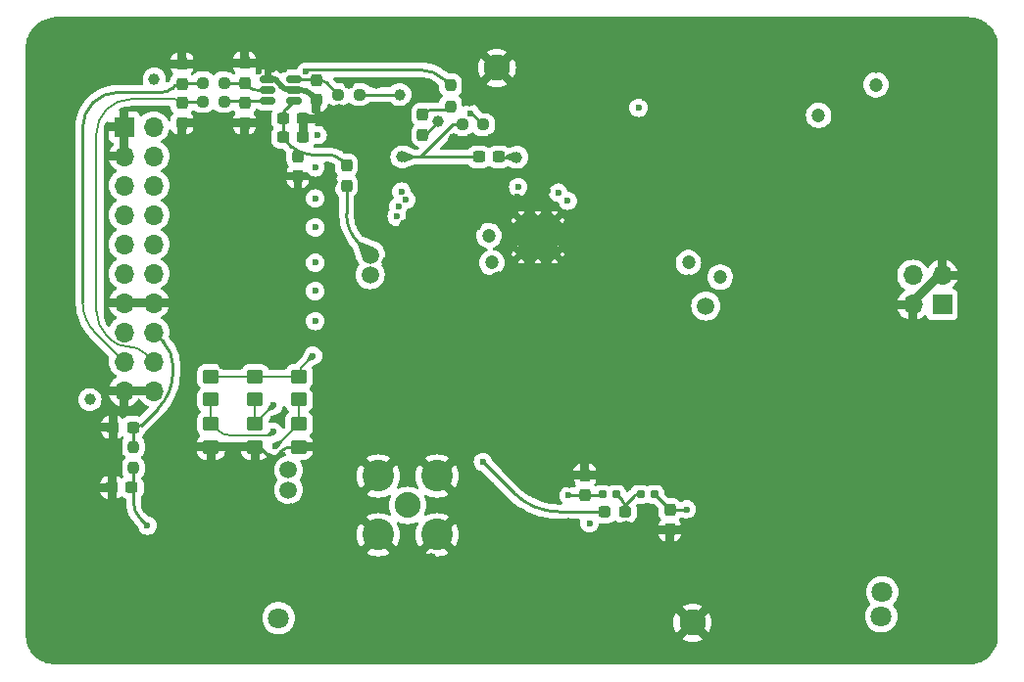
<source format=gbr>
%TF.GenerationSoftware,KiCad,Pcbnew,8.0.9-8.0.9-0~ubuntu22.04.1*%
%TF.CreationDate,2025-06-08T18:36:03+02:00*%
%TF.ProjectId,LO_synth_ADF4351_module,4c4f5f73-796e-4746-985f-414446343335,rev?*%
%TF.SameCoordinates,Original*%
%TF.FileFunction,Copper,L4,Bot*%
%TF.FilePolarity,Positive*%
%FSLAX46Y46*%
G04 Gerber Fmt 4.6, Leading zero omitted, Abs format (unit mm)*
G04 Created by KiCad (PCBNEW 8.0.9-8.0.9-0~ubuntu22.04.1) date 2025-06-08 18:36:03*
%MOMM*%
%LPD*%
G01*
G04 APERTURE LIST*
G04 Aperture macros list*
%AMRoundRect*
0 Rectangle with rounded corners*
0 $1 Rounding radius*
0 $2 $3 $4 $5 $6 $7 $8 $9 X,Y pos of 4 corners*
0 Add a 4 corners polygon primitive as box body*
4,1,4,$2,$3,$4,$5,$6,$7,$8,$9,$2,$3,0*
0 Add four circle primitives for the rounded corners*
1,1,$1+$1,$2,$3*
1,1,$1+$1,$4,$5*
1,1,$1+$1,$6,$7*
1,1,$1+$1,$8,$9*
0 Add four rect primitives between the rounded corners*
20,1,$1+$1,$2,$3,$4,$5,0*
20,1,$1+$1,$4,$5,$6,$7,0*
20,1,$1+$1,$6,$7,$8,$9,0*
20,1,$1+$1,$8,$9,$2,$3,0*%
G04 Aperture macros list end*
%TA.AperFunction,ComponentPad*%
%ADD10C,2.286000*%
%TD*%
%TA.AperFunction,HeatsinkPad*%
%ADD11C,0.600000*%
%TD*%
%TA.AperFunction,HeatsinkPad*%
%ADD12R,3.500000X3.500000*%
%TD*%
%TA.AperFunction,ComponentPad*%
%ADD13R,1.700000X1.700000*%
%TD*%
%TA.AperFunction,ComponentPad*%
%ADD14O,1.700000X1.700000*%
%TD*%
%TA.AperFunction,SMDPad,CuDef*%
%ADD15RoundRect,0.250000X-0.450000X0.350000X-0.450000X-0.350000X0.450000X-0.350000X0.450000X0.350000X0*%
%TD*%
%TA.AperFunction,SMDPad,CuDef*%
%ADD16RoundRect,0.237500X0.237500X-0.300000X0.237500X0.300000X-0.237500X0.300000X-0.237500X-0.300000X0*%
%TD*%
%TA.AperFunction,SMDPad,CuDef*%
%ADD17RoundRect,0.237500X-0.250000X-0.237500X0.250000X-0.237500X0.250000X0.237500X-0.250000X0.237500X0*%
%TD*%
%TA.AperFunction,SMDPad,CuDef*%
%ADD18RoundRect,0.237500X-0.237500X0.250000X-0.237500X-0.250000X0.237500X-0.250000X0.237500X0.250000X0*%
%TD*%
%TA.AperFunction,SMDPad,CuDef*%
%ADD19RoundRect,0.237500X-0.300000X-0.237500X0.300000X-0.237500X0.300000X0.237500X-0.300000X0.237500X0*%
%TD*%
%TA.AperFunction,SMDPad,CuDef*%
%ADD20RoundRect,0.150000X0.512500X0.150000X-0.512500X0.150000X-0.512500X-0.150000X0.512500X-0.150000X0*%
%TD*%
%TA.AperFunction,SMDPad,CuDef*%
%ADD21RoundRect,0.237500X-0.237500X0.300000X-0.237500X-0.300000X0.237500X-0.300000X0.237500X0.300000X0*%
%TD*%
%TA.AperFunction,SMDPad,CuDef*%
%ADD22RoundRect,0.237500X0.300000X0.237500X-0.300000X0.237500X-0.300000X-0.237500X0.300000X-0.237500X0*%
%TD*%
%TA.AperFunction,SMDPad,CuDef*%
%ADD23RoundRect,0.237500X0.250000X0.237500X-0.250000X0.237500X-0.250000X-0.237500X0.250000X-0.237500X0*%
%TD*%
%TA.AperFunction,SMDPad,CuDef*%
%ADD24RoundRect,0.237500X-0.237500X0.287500X-0.237500X-0.287500X0.237500X-0.287500X0.237500X0.287500X0*%
%TD*%
%TA.AperFunction,ComponentPad*%
%ADD25C,2.240000*%
%TD*%
%TA.AperFunction,ComponentPad*%
%ADD26C,2.740000*%
%TD*%
%TA.AperFunction,SMDPad,CuDef*%
%ADD27RoundRect,0.160000X0.197500X0.160000X-0.197500X0.160000X-0.197500X-0.160000X0.197500X-0.160000X0*%
%TD*%
%TA.AperFunction,SMDPad,CuDef*%
%ADD28RoundRect,0.237500X0.287500X0.237500X-0.287500X0.237500X-0.287500X-0.237500X0.287500X-0.237500X0*%
%TD*%
%TA.AperFunction,ViaPad*%
%ADD29C,1.800000*%
%TD*%
%TA.AperFunction,ViaPad*%
%ADD30C,1.000000*%
%TD*%
%TA.AperFunction,ViaPad*%
%ADD31C,1.500000*%
%TD*%
%TA.AperFunction,ViaPad*%
%ADD32C,0.800000*%
%TD*%
%TA.AperFunction,ViaPad*%
%ADD33C,0.600000*%
%TD*%
%TA.AperFunction,ViaPad*%
%ADD34C,5.000000*%
%TD*%
%TA.AperFunction,ViaPad*%
%ADD35C,0.700000*%
%TD*%
%TA.AperFunction,ViaPad*%
%ADD36C,1.200000*%
%TD*%
%TA.AperFunction,Conductor*%
%ADD37C,0.507000*%
%TD*%
%TA.AperFunction,Conductor*%
%ADD38C,0.254000*%
%TD*%
%TA.AperFunction,Conductor*%
%ADD39C,0.762000*%
%TD*%
%TA.AperFunction,Conductor*%
%ADD40C,0.200000*%
%TD*%
G04 APERTURE END LIST*
D10*
%TO.P,J3,1,Shield*%
%TO.N,GND*%
X104200000Y-37900000D03*
X121100000Y-85900000D03*
%TD*%
D11*
%TO.P,U2,33,PAD*%
%TO.N,GND*%
X106300000Y-51112500D03*
X106300000Y-54012500D03*
X107750000Y-51112500D03*
D12*
X107750000Y-52562500D03*
D11*
X107750000Y-54012500D03*
X109200000Y-51112500D03*
X109200000Y-54012500D03*
%TD*%
D13*
%TO.P,J1,1,Pin_1*%
%TO.N,GND*%
X72000000Y-43000000D03*
D14*
%TO.P,J1,2,Pin_2*%
%TO.N,unconnected-(J1-Pin_2-Pad2)*%
X74540000Y-43000000D03*
%TO.P,J1,3,Pin_3*%
%TO.N,GND*%
X72000000Y-45540000D03*
%TO.P,J1,4,Pin_4*%
%TO.N,Fref_IN*%
X74540000Y-45540000D03*
%TO.P,J1,5,Pin_5*%
%TO.N,Mute_RF*%
X72000000Y-48080000D03*
%TO.P,J1,6,Pin_6*%
%TO.N,LD*%
X74540000Y-48080000D03*
%TO.P,J1,7,Pin_7*%
%TO.N,DATA*%
X72000000Y-50620000D03*
%TO.P,J1,8,Pin_8*%
%TO.N,CLK*%
X74540000Y-50620000D03*
%TO.P,J1,9,Pin_9*%
%TO.N,CE*%
X72000000Y-53160000D03*
%TO.P,J1,10,Pin_10*%
%TO.N,LE*%
X74540000Y-53160000D03*
%TO.P,J1,11,Pin_11*%
%TO.N,unconnected-(J1-Pin_11-Pad11)*%
X72000000Y-55700000D03*
%TO.P,J1,12,Pin_12*%
%TO.N,MUX*%
X74540000Y-55700000D03*
%TO.P,J1,13,Pin_13*%
%TO.N,GND*%
X72000000Y-58240000D03*
%TO.P,J1,14,Pin_14*%
X74540000Y-58240000D03*
%TO.P,J1,15,Pin_15*%
%TO.N,LO_Buff_EN*%
X72000000Y-60780000D03*
%TO.P,J1,16,Pin_16*%
%TO.N,~{RX_{EN}}*%
X74540000Y-60780000D03*
%TO.P,J1,17,Pin_17*%
%TO.N,I2C_SCL*%
X72000000Y-63320000D03*
%TO.P,J1,18,Pin_18*%
%TO.N,I2C_SDA*%
X74540000Y-63320000D03*
%TO.P,J1,19,Pin_19*%
%TO.N,GND*%
X72000000Y-65860000D03*
%TO.P,J1,20,Pin_20*%
X74540000Y-65860000D03*
%TD*%
D15*
%TO.P,R31,1*%
%TO.N,Net-(U7-A0)*%
X87100000Y-68687500D03*
%TO.P,R31,2*%
%TO.N,GND*%
X87100000Y-70687500D03*
%TD*%
D16*
%TO.P,C110,1*%
%TO.N,GND*%
X88600000Y-40662500D03*
%TO.P,C110,2*%
%TO.N,Net-(U10-VOUT)*%
X88600000Y-38937500D03*
%TD*%
D17*
%TO.P,R41,1*%
%TO.N,Net-(U10-VOUT)*%
X90487500Y-40200000D03*
%TO.P,R41,2*%
%TO.N,V_VCTCXO*%
X92312500Y-40200000D03*
%TD*%
D15*
%TO.P,R27,1*%
%TO.N,Net-(U7-A2)*%
X83300000Y-68687500D03*
%TO.P,R27,2*%
%TO.N,GND*%
X83300000Y-70687500D03*
%TD*%
D18*
%TO.P,R39,1*%
%TO.N,3V3_VCTCXO*%
X100200000Y-39387500D03*
%TO.P,R39,2*%
%TO.N,Net-(FB10-Pad1)*%
X100200000Y-41212500D03*
%TD*%
D19*
%TO.P,C23,1*%
%TO.N,GND*%
X71025000Y-69000000D03*
%TO.P,C23,2*%
%TO.N,~{RX_{EN}}*%
X72750000Y-69000000D03*
%TD*%
D18*
%TO.P,R9,1*%
%TO.N,~{RX_{EN}}*%
X72787500Y-70687500D03*
%TO.P,R9,2*%
%TO.N,Net-(C36-Pad2)*%
X72787500Y-72512500D03*
%TD*%
D15*
%TO.P,R30,1*%
%TO.N,3V3_ADF*%
X87100000Y-64600000D03*
%TO.P,R30,2*%
%TO.N,Net-(U7-A0)*%
X87100000Y-66600000D03*
%TD*%
D20*
%TO.P,U10,1,VOUT*%
%TO.N,Net-(U10-VOUT)*%
X86675000Y-38850000D03*
%TO.P,U10,2,VSS*%
%TO.N,GND*%
X86675000Y-39800000D03*
%TO.P,U10,3,VDD*%
%TO.N,Net-(U10-VDD)*%
X86675000Y-40750000D03*
%TO.P,U10,4,SDA*%
%TO.N,Net-(U10-SDA)*%
X84400000Y-40750000D03*
%TO.P,U10,5,SCL*%
%TO.N,Net-(U10-SCL)*%
X84400000Y-39800000D03*
%TO.P,U10,6,A0*%
%TO.N,GND*%
X84400000Y-38850000D03*
%TD*%
D16*
%TO.P,C51,1*%
%TO.N,GND*%
X119150000Y-77862500D03*
%TO.P,C51,2*%
%TO.N,Net-(U101-Vcc)*%
X119150000Y-76137500D03*
%TD*%
D21*
%TO.P,C88,1*%
%TO.N,GND*%
X111800000Y-73137500D03*
%TO.P,C88,2*%
%TO.N,/3V3_LS*%
X111800000Y-74862500D03*
%TD*%
D22*
%TO.P,C116,1*%
%TO.N,GND*%
X87462500Y-43900000D03*
%TO.P,C116,2*%
%TO.N,Net-(U10-VDD)*%
X85737500Y-43900000D03*
%TD*%
D16*
%TO.P,C114,1*%
%TO.N,GND*%
X82400000Y-42662500D03*
%TO.P,C114,2*%
%TO.N,Net-(U10-SDA)*%
X82400000Y-40937500D03*
%TD*%
%TO.P,C127,1*%
%TO.N,GND*%
X87000000Y-47262500D03*
%TO.P,C127,2*%
%TO.N,Net-(U10-VDD)*%
X87000000Y-45537500D03*
%TD*%
D19*
%TO.P,C36,1*%
%TO.N,GND*%
X70925000Y-74200000D03*
%TO.P,C36,2*%
%TO.N,Net-(C36-Pad2)*%
X72650000Y-74200000D03*
%TD*%
D15*
%TO.P,R28,1*%
%TO.N,3V3_ADF*%
X79500000Y-64600000D03*
%TO.P,R28,2*%
%TO.N,Net-(U7-A1)*%
X79500000Y-66600000D03*
%TD*%
D23*
%TO.P,R106,1*%
%TO.N,Fref_IN*%
X103012500Y-42800000D03*
%TO.P,R106,2*%
%TO.N,VCTCXO_Out*%
X101187500Y-42800000D03*
%TD*%
D15*
%TO.P,R29,1*%
%TO.N,Net-(U7-A1)*%
X79500000Y-68687500D03*
%TO.P,R29,2*%
%TO.N,GND*%
X79500000Y-70687500D03*
%TD*%
D13*
%TO.P,J101,1,Pin_1*%
%TO.N,Net-(J101-Pin_1)*%
X142675000Y-58375000D03*
D14*
%TO.P,J101,2,Pin_2*%
%TO.N,GND*%
X142675000Y-55835000D03*
%TO.P,J101,3,Pin_3*%
X140135000Y-58375000D03*
%TO.P,J101,4,Pin_4*%
%TO.N,Net-(J101-Pin_4)*%
X140135000Y-55835000D03*
%TD*%
D24*
%TO.P,FB13,1*%
%TO.N,Net-(U10-VDD)*%
X91200000Y-46325000D03*
%TO.P,FB13,2*%
%TO.N,3V3_ADF*%
X91200000Y-48075000D03*
%TD*%
D17*
%TO.P,R43,1*%
%TO.N,I2C_SDA*%
X78800000Y-40800000D03*
%TO.P,R43,2*%
%TO.N,Net-(U10-SDA)*%
X80625000Y-40800000D03*
%TD*%
D21*
%TO.P,C113,1*%
%TO.N,GND*%
X77000000Y-37537500D03*
%TO.P,C113,2*%
%TO.N,I2C_SCL*%
X77000000Y-39262500D03*
%TD*%
D15*
%TO.P,R26,1*%
%TO.N,3V3_ADF*%
X83300000Y-64600000D03*
%TO.P,R26,2*%
%TO.N,Net-(U7-A2)*%
X83300000Y-66600000D03*
%TD*%
D24*
%TO.P,FB10,1*%
%TO.N,Net-(FB10-Pad1)*%
X97800000Y-41925000D03*
%TO.P,FB10,2*%
%TO.N,Net-(U8-VDD)*%
X97800000Y-43675000D03*
%TD*%
D25*
%TO.P,J2,1,In*%
%TO.N,Net-(J2-In)*%
X96500000Y-75750000D03*
D26*
%TO.P,J2,2,Ext*%
%TO.N,GND*%
X93960000Y-73210000D03*
X93960000Y-78290000D03*
X99040000Y-73210000D03*
X99040000Y-78290000D03*
%TD*%
D17*
%TO.P,R42,1*%
%TO.N,I2C_SCL*%
X78800000Y-39200000D03*
%TO.P,R42,2*%
%TO.N,Net-(U10-SCL)*%
X80625000Y-39200000D03*
%TD*%
D22*
%TO.P,C117,1*%
%TO.N,GND*%
X87462500Y-42300000D03*
%TO.P,C117,2*%
%TO.N,Net-(U10-VDD)*%
X85737500Y-42300000D03*
%TD*%
D27*
%TO.P,R104,1*%
%TO.N,Net-(U101-Vcc)*%
X117797500Y-74800000D03*
%TO.P,R104,2*%
%TO.N,/3V3_ATT*%
X116602500Y-74800000D03*
%TD*%
D22*
%TO.P,C44,1*%
%TO.N,Net-(U2-REF_{IN})*%
X104362500Y-45600000D03*
%TO.P,C44,2*%
%TO.N,VCTCXO_Out*%
X102637500Y-45600000D03*
%TD*%
D16*
%TO.P,C112,1*%
%TO.N,GND*%
X77000000Y-42662500D03*
%TO.P,C112,2*%
%TO.N,I2C_SDA*%
X77000000Y-40937500D03*
%TD*%
D27*
%TO.P,R103,1*%
%TO.N,/3V3_ATT*%
X114497500Y-74800000D03*
%TO.P,R103,2*%
%TO.N,/3V3_LS*%
X113302500Y-74800000D03*
%TD*%
D28*
%TO.P,FB9,1*%
%TO.N,/3V3_ATT*%
X115275000Y-76300000D03*
%TO.P,FB9,2*%
%TO.N,3V3_ADF*%
X113525000Y-76300000D03*
%TD*%
D21*
%TO.P,C115,1*%
%TO.N,GND*%
X82400000Y-37475000D03*
%TO.P,C115,2*%
%TO.N,Net-(U10-SCL)*%
X82400000Y-39200000D03*
%TD*%
D29*
%TO.N,/3V8*%
X85336136Y-85500000D03*
X137400000Y-85350000D03*
D30*
X69037500Y-66600000D03*
X74600000Y-38862500D03*
D29*
X137500000Y-83250000D03*
D30*
%TO.N,GND*%
X101000000Y-70000000D03*
X89800000Y-58250000D03*
X126100000Y-72000000D03*
D31*
X124414433Y-85800000D03*
D30*
X85000000Y-89000000D03*
X78000000Y-58600000D03*
X83500000Y-89000000D03*
D31*
X145700000Y-45100000D03*
D30*
X105050000Y-80950000D03*
X75400000Y-70600000D03*
D31*
X116891658Y-35600000D03*
D30*
X121000000Y-89000000D03*
D32*
X97800000Y-35400000D03*
D30*
X100500000Y-44062500D03*
D31*
X116365380Y-67500000D03*
D30*
X89500000Y-89000000D03*
D31*
X67000000Y-42382352D03*
D30*
X88250000Y-79500000D03*
D31*
X138241176Y-35600000D03*
D30*
X102400000Y-51500000D03*
D33*
X83750000Y-54500000D03*
D30*
X119500000Y-62250000D03*
X109000000Y-89000000D03*
X120800000Y-73500000D03*
X84700000Y-78500000D03*
D33*
X85750000Y-51750000D03*
D31*
X117797057Y-85900000D03*
D30*
X124250000Y-82350000D03*
D31*
X129304807Y-85800000D03*
X118576918Y-67500000D03*
X113400000Y-79200000D03*
D30*
X98800000Y-40200000D03*
D33*
X85500000Y-57000000D03*
D30*
X98700000Y-56000000D03*
X105050000Y-77550000D03*
X80500000Y-81500000D03*
D31*
X103125935Y-85900000D03*
D33*
X81203284Y-37994963D03*
D30*
X124500000Y-70750000D03*
D31*
X145700000Y-53400000D03*
D30*
X73000000Y-89000000D03*
D31*
X76650000Y-86500000D03*
X114323528Y-38000000D03*
D30*
X118750000Y-46000000D03*
X94000000Y-89000000D03*
X88250000Y-81250000D03*
X82000000Y-72900000D03*
D31*
X116764704Y-38000000D03*
D30*
X67125000Y-62900000D03*
D31*
X107000000Y-38000000D03*
D30*
X128550000Y-70200000D03*
X102000000Y-72750000D03*
D33*
X106000000Y-49000000D03*
D30*
X89750000Y-50500000D03*
D31*
X90500000Y-69356618D03*
D30*
X114600000Y-41300000D03*
X102000000Y-80550000D03*
D34*
X142500000Y-40000000D03*
D30*
X104300000Y-61000000D03*
X80600000Y-63500000D03*
X91900000Y-59000000D03*
X105600000Y-44200000D03*
X67200000Y-66700000D03*
D31*
X67000000Y-52147056D03*
D30*
X99250000Y-70000000D03*
X103700000Y-77200000D03*
X120100000Y-40500000D03*
X92400000Y-81500000D03*
X139000000Y-89000000D03*
D33*
X83600000Y-38200000D03*
D31*
X143300000Y-77600000D03*
D33*
X108250000Y-41250000D03*
D31*
X65000000Y-54764712D03*
D32*
X88248152Y-35400000D03*
D33*
X85750000Y-54500000D03*
D31*
X134500000Y-73544120D03*
X117350000Y-69250000D03*
X123250000Y-63250000D03*
X109727772Y-35600000D03*
X128882360Y-38000000D03*
D33*
X122300000Y-75700000D03*
X82000000Y-59750000D03*
D31*
X74400000Y-84500000D03*
D30*
X80500000Y-89000000D03*
D31*
X114503696Y-35600000D03*
D30*
X96400000Y-59400000D03*
D31*
X114153842Y-67500000D03*
D30*
X88000000Y-89000000D03*
D31*
X143400000Y-68600000D03*
X145700000Y-58282352D03*
X145600000Y-77600000D03*
X104900000Y-69900000D03*
D33*
X108627000Y-48500000D03*
D30*
X69000000Y-72800000D03*
D33*
X102000000Y-48500000D03*
D30*
X117950000Y-44100000D03*
X89750000Y-52750000D03*
X111500000Y-48800000D03*
X99400000Y-81500000D03*
D31*
X134400000Y-37900000D03*
X121667582Y-35600000D03*
D30*
X137500000Y-89000000D03*
X76000000Y-89000000D03*
D31*
X90500000Y-78952206D03*
X130750000Y-75058824D03*
X107339810Y-35600000D03*
D30*
X121750000Y-47500000D03*
X82500000Y-81500000D03*
X110300000Y-44900000D03*
X83900000Y-43900000D03*
X96500000Y-78300000D03*
D33*
X117900000Y-57300000D03*
D31*
X145700000Y-73200000D03*
X130750000Y-65000000D03*
D33*
X117750000Y-46250000D03*
D31*
X119279620Y-35600000D03*
D30*
X101600000Y-79000000D03*
D31*
X100884614Y-67500000D03*
D30*
X127000000Y-89000000D03*
D31*
X105571122Y-85900000D03*
X111882352Y-38000000D03*
D30*
X77400000Y-61200000D03*
D31*
X121647056Y-38000000D03*
X130750000Y-72441176D03*
D30*
X76500000Y-50500000D03*
D31*
X133607392Y-35600000D03*
D30*
X100800000Y-61000000D03*
X121400000Y-44100000D03*
X82000000Y-89000000D03*
X80500000Y-80200000D03*
X131050000Y-62100000D03*
D31*
X65000000Y-66970592D03*
X134500000Y-85750000D03*
D33*
X100500000Y-48500000D03*
D30*
X102000000Y-71050000D03*
D31*
X130750000Y-77500000D03*
D30*
X115500000Y-57500000D03*
X126800000Y-40300000D03*
X132300000Y-49600000D03*
D31*
X65000000Y-44882352D03*
D30*
X94750000Y-61500000D03*
D31*
X109441176Y-38000000D03*
D30*
X133000000Y-89000000D03*
X109800000Y-82600000D03*
D32*
X83472228Y-35400000D03*
D30*
X77887500Y-50500000D03*
X112000000Y-89000000D03*
X131000000Y-59850000D03*
D31*
X134500000Y-63779416D03*
X126441176Y-38000000D03*
X93345187Y-85900000D03*
X107600000Y-69250000D03*
D33*
X128300000Y-48400000D03*
X84800000Y-71800000D03*
D30*
X126000000Y-79650000D03*
D31*
X65000000Y-64529416D03*
D30*
X116500000Y-89000000D03*
D31*
X125000000Y-65250000D03*
D32*
X71532418Y-35400000D03*
D31*
X130750000Y-67441176D03*
D30*
X86500000Y-89000000D03*
X94150000Y-81500000D03*
D31*
X65000000Y-69411768D03*
D30*
X98500000Y-80400000D03*
X97000000Y-89000000D03*
X113900000Y-62000000D03*
X140500000Y-89000000D03*
X95750000Y-62500000D03*
X124500000Y-62250000D03*
D31*
X120788456Y-67500000D03*
D30*
X67225000Y-55800000D03*
X110400000Y-77300000D03*
X96200000Y-51519000D03*
X89900000Y-84300000D03*
X102600000Y-61000000D03*
D31*
X124500000Y-58000000D03*
D30*
X102000000Y-74150000D03*
D31*
X69000000Y-36426472D03*
X145700000Y-60723528D03*
D30*
X116200000Y-46200000D03*
X76500000Y-47750000D03*
X113500000Y-57500000D03*
D31*
X108016309Y-85900000D03*
D30*
X134500000Y-89000000D03*
X93800000Y-75800000D03*
D32*
X100187962Y-35400000D03*
D30*
X125500000Y-81200000D03*
D31*
X88300000Y-85900000D03*
D30*
X128250000Y-53000000D03*
X113500000Y-89000000D03*
X97500000Y-70000000D03*
D31*
X65000000Y-42441176D03*
D30*
X110500000Y-89000000D03*
X126500000Y-53000000D03*
X92250000Y-70000000D03*
D31*
X134500000Y-51455880D03*
D33*
X82250000Y-49000000D03*
D30*
X95500000Y-89000000D03*
D31*
X143400000Y-73200000D03*
D30*
X124800000Y-46500000D03*
X125500000Y-89000000D03*
D33*
X84000000Y-57000000D03*
D31*
X145700000Y-55841176D03*
D30*
X67200000Y-69900000D03*
D31*
X90500000Y-66957721D03*
X98235561Y-85900000D03*
X145700000Y-47800000D03*
X67000000Y-37500000D03*
D30*
X110500000Y-73750000D03*
X95750000Y-70000000D03*
D31*
X145700000Y-68600000D03*
X143200000Y-47800000D03*
X65000000Y-62088240D03*
X119450000Y-69250000D03*
D35*
X109200000Y-52600000D03*
D30*
X70000000Y-87000000D03*
D31*
X112115734Y-35600000D03*
X65000000Y-40000000D03*
D30*
X102000000Y-44062500D03*
X89500000Y-55800000D03*
X136000000Y-89000000D03*
X104050000Y-78500000D03*
X91000000Y-89000000D03*
X75400000Y-69000000D03*
D31*
X90900000Y-85900000D03*
D30*
X88250000Y-77750000D03*
X123000000Y-51500000D03*
D33*
X81000000Y-42200000D03*
D31*
X117200000Y-79150000D03*
D33*
X123550000Y-77750000D03*
D30*
X106000000Y-89000000D03*
D31*
X86400000Y-76293750D03*
D30*
X78000000Y-55600000D03*
D31*
X65000000Y-49764704D03*
X123000000Y-67500000D03*
D30*
X79000000Y-89000000D03*
D31*
X67000000Y-49705880D03*
X134500000Y-75985296D03*
D30*
X99600000Y-51400000D03*
D31*
X68600000Y-75800000D03*
X90500000Y-74154412D03*
D30*
X110400000Y-46600000D03*
D31*
X123000000Y-69250000D03*
X90500000Y-81351103D03*
D30*
X90000000Y-47750000D03*
D31*
X70900000Y-77400000D03*
X112906683Y-85900000D03*
D30*
X125000000Y-56250000D03*
D31*
X122500000Y-79100000D03*
D30*
X93800000Y-39200000D03*
D34*
X142500000Y-83000000D03*
D30*
X124000000Y-89000000D03*
D33*
X84900000Y-68300000D03*
D30*
X91400000Y-39200000D03*
X115750000Y-56250000D03*
X102700000Y-78100000D03*
D33*
X85750000Y-59750000D03*
D30*
X119500000Y-64000000D03*
D31*
X134500000Y-49014704D03*
D30*
X103000000Y-89000000D03*
D31*
X109730766Y-67500000D03*
D32*
X95412038Y-35400000D03*
D31*
X104400000Y-56200000D03*
D32*
X90636114Y-35400000D03*
D30*
X89912500Y-61200000D03*
D31*
X67000000Y-39941176D03*
D33*
X81000000Y-43200000D03*
D30*
X119500000Y-89000000D03*
X142000000Y-88100000D03*
X126000000Y-78100000D03*
D31*
X110461496Y-85900000D03*
D30*
X110300000Y-43100000D03*
X126500000Y-51500000D03*
D33*
X114500000Y-46250000D03*
D30*
X88250000Y-74500000D03*
D31*
X100680748Y-85900000D03*
X120800000Y-77600000D03*
D30*
X100000000Y-89000000D03*
X122500000Y-89000000D03*
D31*
X126859620Y-85800000D03*
D30*
X103500000Y-82500000D03*
X100800000Y-81500000D03*
D31*
X90500000Y-71755515D03*
X128831468Y-35600000D03*
D30*
X74500000Y-89000000D03*
D33*
X78200000Y-37600000D03*
D30*
X95000000Y-80500000D03*
D31*
X113450000Y-69300000D03*
D30*
X91500000Y-84300000D03*
X88250000Y-72750000D03*
D31*
X134500000Y-46573528D03*
X119205880Y-38000000D03*
D33*
X104141720Y-49027070D03*
D31*
X98673076Y-67500000D03*
X95790374Y-85900000D03*
D30*
X78000000Y-47800000D03*
D33*
X81750000Y-51750000D03*
D30*
X118000000Y-89000000D03*
X119700000Y-44100000D03*
D32*
X76308342Y-35400000D03*
D30*
X77000000Y-44300000D03*
D33*
X84000000Y-59750000D03*
D30*
X71500000Y-88000000D03*
X74000000Y-76000000D03*
D31*
X111000000Y-55500000D03*
X65000000Y-71852944D03*
D30*
X98500000Y-89000000D03*
X120500000Y-46000000D03*
X84500000Y-81800000D03*
D31*
X65000000Y-59647064D03*
X90500000Y-76553309D03*
X134500000Y-80867648D03*
D30*
X101500000Y-89000000D03*
X91250000Y-60500000D03*
D31*
X126443506Y-35600000D03*
D30*
X103000000Y-79500000D03*
X97400000Y-40200000D03*
D31*
X90500000Y-64558824D03*
D30*
X101800000Y-40700000D03*
D31*
X115351870Y-85900000D03*
X145600000Y-75600000D03*
X104951848Y-35600000D03*
D30*
X77500000Y-89000000D03*
X94750000Y-54750000D03*
D33*
X82000000Y-57000000D03*
D30*
X128700000Y-45000000D03*
X107800000Y-73500000D03*
D31*
X134500000Y-68661768D03*
D30*
X96500000Y-73100000D03*
D31*
X134500000Y-71102944D03*
D30*
X103750000Y-44062500D03*
X126150000Y-73750000D03*
D33*
X84800000Y-38000000D03*
D31*
X134500000Y-61338240D03*
X131750000Y-85800000D03*
X134500000Y-41691176D03*
D30*
X115700000Y-62000000D03*
D31*
X108050000Y-78300000D03*
X134500000Y-78426472D03*
D30*
X71000000Y-70500000D03*
X124900000Y-50100000D03*
D35*
X107700000Y-52600000D03*
D30*
X91500000Y-43900000D03*
X124700000Y-40300000D03*
X77250000Y-70750000D03*
D31*
X96461538Y-67500000D03*
D30*
X131500000Y-89000000D03*
D33*
X82250000Y-46250000D03*
D30*
X110400000Y-41300000D03*
X77250000Y-69000000D03*
D31*
X67000000Y-47264704D03*
D30*
X121750000Y-49000000D03*
D31*
X135800000Y-35600000D03*
D32*
X81084266Y-35400000D03*
D30*
X105700000Y-59600000D03*
D31*
X102563886Y-35600000D03*
D30*
X96700000Y-80500000D03*
X124750000Y-51500000D03*
D31*
X130750000Y-82441176D03*
D35*
X106400000Y-52600000D03*
D31*
X67000000Y-44823528D03*
D33*
X115700000Y-55300000D03*
D31*
X105307690Y-67500000D03*
D30*
X94000000Y-70000000D03*
X97200000Y-56000000D03*
D31*
X145700000Y-66000000D03*
X111942304Y-67500000D03*
X115350000Y-77850000D03*
X65000000Y-52205880D03*
D30*
X90300000Y-43900000D03*
X128500000Y-89000000D03*
D33*
X85750000Y-49000000D03*
D30*
X115000000Y-89000000D03*
D32*
X73920380Y-35400000D03*
D30*
X115300000Y-82600000D03*
D31*
X130750000Y-70000000D03*
X116750000Y-63000000D03*
X131219430Y-35600000D03*
X116000000Y-53000000D03*
X118750000Y-60250000D03*
D33*
X81750000Y-54500000D03*
D30*
X102350000Y-83750000D03*
X86300000Y-81800000D03*
X99100000Y-61000000D03*
D31*
X66600000Y-74000000D03*
D30*
X67125000Y-60600000D03*
X137000000Y-37900000D03*
X102100000Y-56000000D03*
D31*
X131250000Y-38000000D03*
D30*
X90600000Y-41500000D03*
D31*
X79198130Y-86500000D03*
D33*
X104700000Y-72250000D03*
D30*
X123350000Y-73450000D03*
D31*
X134500000Y-66220592D03*
X143300000Y-66000000D03*
X143300000Y-75600000D03*
D30*
X92500000Y-89000000D03*
D31*
X103096152Y-67500000D03*
X143500000Y-52700000D03*
X94250000Y-67500000D03*
D30*
X130000000Y-89000000D03*
X76500000Y-72500000D03*
D33*
X121500000Y-46250000D03*
X84000000Y-46250000D03*
D30*
X97650000Y-81500000D03*
X82900000Y-78600000D03*
D31*
X81650000Y-86500000D03*
D30*
X122700000Y-82700000D03*
X80500000Y-78700000D03*
X127200000Y-77250000D03*
D33*
X97750000Y-48500000D03*
X117000000Y-40500000D03*
X84000000Y-49000000D03*
D31*
X107519228Y-67500000D03*
D30*
X78600000Y-42400000D03*
D34*
X69500000Y-83000000D03*
D31*
X111600000Y-69300000D03*
D30*
X79000000Y-72500000D03*
D31*
X134500000Y-44132352D03*
X65000000Y-47323528D03*
X134500000Y-58897064D03*
D33*
X85750000Y-46250000D03*
D30*
X126250000Y-62250000D03*
X143500000Y-87000000D03*
X116300000Y-44100000D03*
D31*
X73600000Y-79400000D03*
X124055544Y-35600000D03*
D30*
X100400000Y-56000000D03*
X82050000Y-77300000D03*
D33*
X85800000Y-38000000D03*
D31*
X134500000Y-53897056D03*
D30*
X88250000Y-76250000D03*
X97600000Y-59900000D03*
D31*
X84000000Y-87500000D03*
D30*
X111200000Y-62000000D03*
X103600000Y-74200000D03*
D33*
X106000000Y-57600000D03*
D31*
X111550000Y-79200000D03*
D30*
X109250000Y-72450000D03*
D33*
X84000000Y-51750000D03*
D30*
X83800000Y-77300000D03*
D31*
X74400000Y-81900000D03*
D33*
X99250000Y-48500000D03*
D32*
X85860190Y-35400000D03*
D31*
X124000000Y-38000000D03*
D30*
X115400000Y-72500000D03*
D31*
X120750000Y-56500000D03*
X65000000Y-57205888D03*
D30*
X104500000Y-89000000D03*
X130800000Y-48100000D03*
D31*
X130750000Y-80000000D03*
D30*
X107500000Y-89000000D03*
D33*
X111825001Y-65325001D03*
X105500000Y-73050000D03*
D30*
X95900000Y-81500000D03*
X120950000Y-82700000D03*
D31*
X112750000Y-63000000D03*
D30*
X80500000Y-77200000D03*
D31*
X134500000Y-56338232D03*
X134500000Y-83308824D03*
D30*
X137500000Y-87200000D03*
D33*
X112000000Y-41250000D03*
D32*
X78696304Y-35400000D03*
D30*
X77987500Y-53200000D03*
D32*
X93024076Y-35400000D03*
D33*
%TO.N,Net-(U2-LD)*%
X110313137Y-49391962D03*
X88700000Y-43700000D03*
%TO.N,3V3_ADF*%
X88300000Y-62800000D03*
D31*
X93300000Y-54100000D03*
X93250000Y-55800000D03*
X86200000Y-72700000D03*
X86200000Y-74400000D03*
X122250000Y-58500000D03*
D33*
X103000000Y-72000000D03*
%TO.N,Net-(U2-MUXOUT)*%
X88500000Y-59800000D03*
X106048624Y-48201376D03*
%TO.N,Net-(U2-PDB_{RF})*%
X109500000Y-48700000D03*
X88500000Y-46500000D03*
%TO.N,Net-(U2-CE)*%
X95544902Y-50763453D03*
X88500000Y-57200000D03*
%TO.N,Net-(U2-LE)*%
X88500000Y-54750000D03*
X95685421Y-49900000D03*
%TO.N,Net-(U2-DATA)*%
X96338193Y-49300000D03*
X88500000Y-51700000D03*
%TO.N,Net-(U2-CLK)*%
X95945142Y-48603211D03*
X88500000Y-49200000D03*
D30*
%TO.N,Net-(U2-REF_{IN})*%
X105925000Y-45619000D03*
D33*
%TO.N,Net-(C36-Pad2)*%
X112200000Y-77300000D03*
X74000000Y-77500000D03*
%TO.N,Net-(U101-Vcc)*%
X120600000Y-76100000D03*
D36*
%TO.N,Net-(U2-CP_{OUT})*%
X120750000Y-54750000D03*
X103750000Y-54750000D03*
D33*
%TO.N,LO_Buff_EN*%
X116450000Y-41350000D03*
D36*
%TO.N,/5V6*%
X132000000Y-42000000D03*
X136950000Y-39350000D03*
%TO.N,Net-(U2-SW)*%
X103496325Y-52403675D03*
X123500000Y-56000000D03*
D33*
%TO.N,Net-(U7-A2)*%
X84900000Y-67100000D03*
%TO.N,Net-(U7-A1)*%
X84900000Y-69400000D03*
%TO.N,Net-(U7-A0)*%
X85100000Y-70600000D03*
%TO.N,Fref_IN*%
X101900000Y-41800000D03*
D30*
%TO.N,V_VCTCXO*%
X95800000Y-40200000D03*
%TO.N,Net-(U8-VDD)*%
X99131679Y-42531379D03*
%TO.N,VCTCXO_Out*%
X96000000Y-45600000D03*
D33*
%TO.N,3V3_VCTCXO*%
X87702297Y-38223000D03*
%TO.N,/3V3_LS*%
X110400000Y-74900000D03*
%TD*%
D37*
%TO.N,GND*%
X88113150Y-40175650D02*
X88600000Y-40662500D01*
D38*
X86506250Y-70687500D02*
X87100000Y-70687500D01*
D37*
X86863716Y-39800000D02*
X87206250Y-39800000D01*
D38*
X83824501Y-70824501D02*
X84800000Y-71800000D01*
X84800000Y-71800000D02*
X85492655Y-71107344D01*
X84612338Y-38850000D02*
X84400000Y-38850000D01*
D37*
X84791236Y-38850000D02*
X84612338Y-38850000D01*
X84791236Y-38850000D02*
X84880685Y-38850000D01*
D38*
X83493750Y-70687500D02*
X83300000Y-70687500D01*
D39*
X139830000Y-58370000D02*
X142370000Y-55830000D01*
D37*
X85033383Y-38913249D02*
X85653248Y-39533114D01*
X86863716Y-39800000D02*
X86486283Y-39800000D01*
X86297567Y-39800000D02*
X86486283Y-39800000D01*
X88113150Y-40175650D02*
G75*
G03*
X87206250Y-39799979I-906950J-906950D01*
G01*
X85033383Y-38913249D02*
G75*
G03*
X84880685Y-38849996I-152683J-152651D01*
G01*
D38*
X85492655Y-71107344D02*
G75*
G02*
X86506250Y-70687523I1013545J-1013556D01*
G01*
D37*
X86297567Y-39800000D02*
G75*
G02*
X85653265Y-39533097I33J911200D01*
G01*
D38*
X83493750Y-70687500D02*
G75*
G02*
X83824515Y-70824487I50J-467700D01*
G01*
D40*
%TO.N,3V3_ADF*%
X88300000Y-62800000D02*
X87312132Y-63787867D01*
D38*
X92250000Y-53050000D02*
X93300000Y-54100000D01*
D40*
X84600000Y-64600000D02*
X83300000Y-64600000D01*
D38*
X91200000Y-50515075D02*
X91200000Y-48312500D01*
X105706207Y-74706207D02*
X103000000Y-72000000D01*
D40*
X86800000Y-64600000D02*
X79500000Y-64600000D01*
D38*
X109553963Y-76300000D02*
X113525000Y-76300000D01*
D40*
X87312132Y-63787867D02*
G75*
G03*
X87100010Y-64300000I512168J-512133D01*
G01*
X86800000Y-64600000D02*
G75*
G03*
X87100000Y-64300000I0J300000D01*
G01*
D38*
X92250000Y-53050000D02*
G75*
G02*
X91200010Y-50515075I2534900J2534900D01*
G01*
X109553963Y-76300000D02*
G75*
G02*
X105706215Y-74706199I37J5441600D01*
G01*
%TO.N,Net-(U2-REF_{IN})*%
X105925000Y-45619000D02*
X104381500Y-45619000D01*
X104381500Y-45619000D02*
X104362500Y-45600000D01*
%TO.N,Net-(C36-Pad2)*%
X73400000Y-76900000D02*
X74000000Y-77500000D01*
X72800000Y-75451471D02*
X72800000Y-74299102D01*
X72787500Y-73965272D02*
X72787500Y-72512500D01*
X72800000Y-75451471D02*
G75*
G03*
X73399992Y-76900008I2048500J-29D01*
G01*
X72709548Y-74208650D02*
G75*
G03*
X72675000Y-74199992I-39248J-83350D01*
G01*
%TO.N,Net-(U101-Vcc)*%
X119150000Y-76137500D02*
X120535983Y-76137500D01*
X117805000Y-74800000D02*
X117797500Y-74800000D01*
X117817803Y-74805303D02*
X119150000Y-76137500D01*
X120600000Y-76100000D02*
X120581250Y-76118750D01*
X120581250Y-76118750D02*
G75*
G02*
X120535983Y-76137493I-45250J45250D01*
G01*
X117817803Y-74805303D02*
G75*
G03*
X117805000Y-74799998I-12803J-12797D01*
G01*
%TO.N,~{RX_{EN}}*%
X76200000Y-63613797D02*
X76200000Y-64263750D01*
X75370000Y-61610000D02*
X74540000Y-60780000D01*
X72750000Y-70623483D02*
X72750000Y-69268750D01*
X74910414Y-67377085D02*
X73477534Y-68809964D01*
X72768750Y-70668750D02*
X72787500Y-70687500D01*
X72750000Y-69268750D02*
G75*
G02*
X73018750Y-69000000I268700J50D01*
G01*
X76200000Y-63613797D02*
G75*
G03*
X75369999Y-61610001I-2833800J-3D01*
G01*
X74910414Y-67377085D02*
G75*
G03*
X76200041Y-64263750I-3113314J3113385D01*
G01*
X73477534Y-68809964D02*
G75*
G02*
X73018750Y-69000040I-458834J458764D01*
G01*
X72768750Y-70668750D02*
G75*
G02*
X72750007Y-70623483I45250J45250D01*
G01*
D40*
%TO.N,I2C_SDA*%
X70756532Y-61356532D02*
X70500000Y-61100000D01*
X69600000Y-43587436D02*
X69600000Y-58927207D01*
D38*
X77234727Y-40800000D02*
X78800000Y-40800000D01*
D40*
X73863467Y-62643467D02*
X74540000Y-63320000D01*
X76423851Y-40600000D02*
X72587436Y-40600000D01*
X76831250Y-40768750D02*
X76931250Y-40868750D01*
X72310000Y-62000000D02*
G75*
G02*
X70756539Y-61356525I0J2196900D01*
G01*
X76931250Y-40868750D02*
G75*
G03*
X77068750Y-40868750I68750J68751D01*
G01*
D38*
X77234727Y-40800000D02*
G75*
G03*
X77068742Y-40868742I-27J-234700D01*
G01*
D40*
X72587436Y-40600000D02*
G75*
G03*
X70474989Y-41474989I-36J-2987400D01*
G01*
X73863467Y-62643467D02*
G75*
G03*
X72310000Y-61999990I-1553467J-1553433D01*
G01*
X76831250Y-40768750D02*
G75*
G03*
X76423851Y-40600020I-407350J-407350D01*
G01*
X69600000Y-58927207D02*
G75*
G03*
X70500002Y-61099998I3072800J7D01*
G01*
X69600000Y-43587436D02*
G75*
G02*
X70474989Y-41474989I2987400J36D01*
G01*
D38*
%TO.N,I2C_SCL*%
X77106694Y-39200000D02*
X78800000Y-39200000D01*
X68400000Y-56600000D02*
X68400000Y-58160000D01*
X68400000Y-53480000D02*
X68400000Y-43072792D01*
X71472792Y-40000000D02*
X75278508Y-40000000D01*
D40*
X69503086Y-60823086D02*
X72000000Y-63320000D01*
D38*
X76955805Y-39262500D02*
X76768750Y-39262500D01*
X68400000Y-53480000D02*
X68400000Y-56600000D01*
X76168749Y-39631249D02*
X76373981Y-39426018D01*
X77106694Y-39200000D02*
G75*
G03*
X77031252Y-39231252I6J-106700D01*
G01*
D40*
X69503086Y-60823086D02*
G75*
G02*
X68400008Y-58160000I2663114J2663086D01*
G01*
D38*
X68400000Y-43072792D02*
G75*
G02*
X69300002Y-40900002I3072800J-8D01*
G01*
X76955805Y-39262500D02*
G75*
G03*
X77031248Y-39231248I-5J106700D01*
G01*
X76168749Y-39631249D02*
G75*
G02*
X75278508Y-40000002I-890249J890249D01*
G01*
X76373981Y-39426018D02*
G75*
G02*
X76768750Y-39262538I394719J-394782D01*
G01*
X71472792Y-40000000D02*
G75*
G03*
X69300002Y-40900002I8J-3072800D01*
G01*
D40*
%TO.N,Net-(U7-A2)*%
X84883080Y-67104419D02*
X83300000Y-68687500D01*
X84900000Y-67100000D02*
X84893750Y-67100000D01*
X83300000Y-66512500D02*
X83300000Y-68775000D01*
X84893750Y-67100000D02*
G75*
G03*
X84883053Y-67104392I-50J-15100D01*
G01*
%TO.N,Net-(U7-A1)*%
X84900000Y-69400000D02*
X84750000Y-69550000D01*
X81228445Y-69700000D02*
X84387867Y-69700000D01*
X79500000Y-68775000D02*
X79500000Y-66512500D01*
X80006250Y-69193750D02*
X79500000Y-68687500D01*
X81228445Y-69700000D02*
G75*
G02*
X80006216Y-69193784I-45J1728500D01*
G01*
X84387867Y-69700000D02*
G75*
G03*
X84750009Y-69550009I33J512100D01*
G01*
%TO.N,Net-(U7-A0)*%
X85218435Y-70569064D02*
X87100000Y-68687500D01*
X87100000Y-66512500D02*
X87100000Y-68775000D01*
X85100000Y-70600000D02*
X85143750Y-70600000D01*
X85218435Y-70569064D02*
G75*
G02*
X85143750Y-70600041I-74735J74664D01*
G01*
D38*
%TO.N,Fref_IN*%
X101950000Y-41750000D02*
X101900000Y-41800000D01*
X102012500Y-41800000D02*
X103012500Y-42800000D01*
X101900000Y-41800000D02*
X102012500Y-41800000D01*
%TO.N,V_VCTCXO*%
X95800000Y-40200000D02*
X92312500Y-40200000D01*
%TO.N,Net-(U8-VDD)*%
X97894029Y-43675000D02*
X97800000Y-43675000D01*
X98054546Y-43608511D02*
X99131679Y-42531379D01*
X98054546Y-43608511D02*
G75*
G02*
X97894029Y-43675022I-160546J160511D01*
G01*
%TO.N,Net-(U10-VOUT)*%
X89445970Y-39158470D02*
X90487500Y-40200000D01*
X88912500Y-38937500D02*
X88661871Y-38937500D01*
X88450628Y-38850000D02*
X86675000Y-38850000D01*
X88556250Y-38893750D02*
G75*
G03*
X88661871Y-38937512I105650J105650D01*
G01*
X88556250Y-38893750D02*
G75*
G03*
X88450628Y-38849988I-105650J-105650D01*
G01*
X88912500Y-38937500D02*
G75*
G02*
X89445961Y-39158479I0J-754400D01*
G01*
%TO.N,Net-(U10-SDA)*%
X80650000Y-40775000D02*
X80625000Y-40800000D01*
X80710355Y-40750000D02*
X84400000Y-40750000D01*
X80710355Y-40750000D02*
G75*
G03*
X80650013Y-40775013I45J-85400D01*
G01*
%TO.N,Net-(U10-SCL)*%
X82187867Y-39200000D02*
X80625000Y-39200000D01*
X82700000Y-39500000D02*
X82550000Y-39350000D01*
X83424264Y-39800000D02*
X84400000Y-39800000D01*
X83424264Y-39800000D02*
G75*
G02*
X82700011Y-39499989I36J1024300D01*
G01*
X82550000Y-39350000D02*
G75*
G03*
X82187867Y-39200013I-362100J-362100D01*
G01*
%TO.N,Net-(U10-VDD)*%
X85737500Y-42400000D02*
X85737500Y-42043750D01*
X88127449Y-45400000D02*
X89620926Y-45400000D01*
X85989406Y-41435593D02*
X86675000Y-40750000D01*
X86437500Y-44700000D02*
X85737500Y-44000000D01*
X85737500Y-42400000D02*
X85737500Y-43112500D01*
X85737500Y-43112500D02*
X85737500Y-44000000D01*
X90737500Y-45862500D02*
X91200000Y-46325000D01*
X85989406Y-41435593D02*
G75*
G03*
X85737545Y-42043750I608194J-608107D01*
G01*
X90737500Y-45862500D02*
G75*
G03*
X89620926Y-45399989I-1116600J-1116600D01*
G01*
X86437500Y-44700000D02*
G75*
G03*
X88127449Y-45400021I1690000J1690000D01*
G01*
%TO.N,Net-(FB10-Pad1)*%
X98006250Y-41718750D02*
X97800000Y-41925000D01*
X98504181Y-41512500D02*
X100400000Y-41512500D01*
X98006250Y-41718750D02*
G75*
G02*
X98504181Y-41512492I497950J-497950D01*
G01*
%TO.N,VCTCXO_Out*%
X100400000Y-42800000D02*
X97600000Y-45600000D01*
X102637500Y-45600000D02*
X95900000Y-45600000D01*
X101187500Y-42800000D02*
X100400000Y-42800000D01*
X97600000Y-45600000D02*
X96000000Y-45600000D01*
%TO.N,3V3_VCTCXO*%
X87702297Y-38223000D02*
X87777297Y-38148000D01*
X87958363Y-38073000D02*
X97643876Y-38073000D01*
X99592750Y-38880250D02*
X100400000Y-39687500D01*
X97643876Y-38073000D02*
G75*
G02*
X99592757Y-38880243I24J-2756100D01*
G01*
X87958363Y-38073000D02*
G75*
G03*
X87777308Y-38148011I37J-256100D01*
G01*
%TO.N,/3V3_LS*%
X110485355Y-74850000D02*
X113202500Y-74850000D01*
D40*
X110425000Y-74875000D02*
X110400000Y-74900000D01*
D38*
X110485355Y-74850000D02*
G75*
G03*
X110425013Y-74875013I45J-85400D01*
G01*
%TO.N,/3V3_ATT*%
X115019557Y-75322057D02*
X114497500Y-74800000D01*
X115478293Y-75521706D02*
X116057694Y-74942305D01*
X115275000Y-76012500D02*
X115275000Y-75938750D01*
X116401250Y-74800000D02*
X116602500Y-74800000D01*
X115275000Y-76012500D02*
X115275000Y-76012500D01*
X116401250Y-74800000D02*
G75*
G03*
X116057661Y-74942272I-50J-485900D01*
G01*
X115019557Y-75322057D02*
G75*
G02*
X115275046Y-75938750I-616657J-616743D01*
G01*
X115275000Y-76012500D02*
G75*
G02*
X115478291Y-75521704I694100J0D01*
G01*
%TD*%
%TA.AperFunction,Conductor*%
%TO.N,GND*%
G36*
X75970758Y-41220185D02*
G01*
X76016513Y-41272989D01*
X76027077Y-41311898D01*
X76032931Y-41369200D01*
X76034826Y-41387753D01*
X76089090Y-41551511D01*
X76089092Y-41551515D01*
X76089093Y-41551518D01*
X76104632Y-41576710D01*
X76179659Y-41698349D01*
X76179661Y-41698351D01*
X76193982Y-41712672D01*
X76227467Y-41773995D01*
X76222483Y-41843687D01*
X76193985Y-41888032D01*
X76180052Y-41901965D01*
X76089551Y-42048688D01*
X76089546Y-42048699D01*
X76035319Y-42212347D01*
X76025000Y-42313345D01*
X76025000Y-42429709D01*
X76005315Y-42496748D01*
X75952511Y-42542503D01*
X75883353Y-42552447D01*
X75819797Y-42523422D01*
X75788618Y-42482114D01*
X75714035Y-42322171D01*
X75714034Y-42322169D01*
X75578494Y-42128597D01*
X75411402Y-41961506D01*
X75411395Y-41961501D01*
X75407870Y-41959033D01*
X75341055Y-41912248D01*
X75217834Y-41825967D01*
X75217830Y-41825965D01*
X75205767Y-41820340D01*
X75003663Y-41726097D01*
X75003659Y-41726096D01*
X75003655Y-41726094D01*
X74775413Y-41664938D01*
X74775403Y-41664936D01*
X74540001Y-41644341D01*
X74539999Y-41644341D01*
X74304596Y-41664936D01*
X74304586Y-41664938D01*
X74076344Y-41726094D01*
X74076335Y-41726098D01*
X73862171Y-41825964D01*
X73862169Y-41825965D01*
X73668600Y-41961503D01*
X73546284Y-42083819D01*
X73484961Y-42117303D01*
X73415269Y-42112319D01*
X73359336Y-42070447D01*
X73342421Y-42039470D01*
X73293354Y-41907913D01*
X73293350Y-41907906D01*
X73207190Y-41792812D01*
X73207187Y-41792809D01*
X73092093Y-41706649D01*
X73092086Y-41706645D01*
X72957379Y-41656403D01*
X72957372Y-41656401D01*
X72897844Y-41650000D01*
X72375000Y-41650000D01*
X72375000Y-42667894D01*
X72307007Y-42599901D01*
X72192993Y-42534075D01*
X72065826Y-42500000D01*
X71934174Y-42500000D01*
X71807007Y-42534075D01*
X71692993Y-42599901D01*
X71599901Y-42692993D01*
X71534075Y-42807007D01*
X71500000Y-42934174D01*
X71500000Y-43065826D01*
X71534075Y-43192993D01*
X71599901Y-43307007D01*
X71692993Y-43400099D01*
X71807007Y-43465925D01*
X71934174Y-43500000D01*
X72065826Y-43500000D01*
X72192993Y-43465925D01*
X72307007Y-43400099D01*
X72375000Y-43332106D01*
X72375000Y-45207894D01*
X72307007Y-45139901D01*
X72192993Y-45074075D01*
X72065826Y-45040000D01*
X71934174Y-45040000D01*
X71807007Y-45074075D01*
X71692993Y-45139901D01*
X71599901Y-45232993D01*
X71534075Y-45347007D01*
X71500000Y-45474174D01*
X71500000Y-45605826D01*
X71534075Y-45732993D01*
X71599901Y-45847007D01*
X71667894Y-45915000D01*
X70702858Y-45915000D01*
X70726566Y-46003483D01*
X70726570Y-46003492D01*
X70826399Y-46217578D01*
X70961894Y-46411082D01*
X71128917Y-46578105D01*
X71314595Y-46708119D01*
X71358219Y-46762696D01*
X71365412Y-46832195D01*
X71333890Y-46894549D01*
X71314595Y-46911269D01*
X71128594Y-47041508D01*
X70961505Y-47208597D01*
X70825965Y-47402169D01*
X70825964Y-47402171D01*
X70726098Y-47616335D01*
X70726094Y-47616344D01*
X70664938Y-47844586D01*
X70664936Y-47844596D01*
X70644341Y-48079999D01*
X70644341Y-48080000D01*
X70664936Y-48315403D01*
X70664938Y-48315413D01*
X70726094Y-48543655D01*
X70726096Y-48543659D01*
X70726097Y-48543663D01*
X70798998Y-48700000D01*
X70825965Y-48757830D01*
X70825967Y-48757834D01*
X70910987Y-48879254D01*
X70961501Y-48951396D01*
X70961506Y-48951402D01*
X71128597Y-49118493D01*
X71128603Y-49118498D01*
X71314158Y-49248425D01*
X71357783Y-49303002D01*
X71364977Y-49372500D01*
X71333454Y-49434855D01*
X71314158Y-49451575D01*
X71128597Y-49581505D01*
X70961505Y-49748597D01*
X70825965Y-49942169D01*
X70825964Y-49942171D01*
X70726098Y-50156335D01*
X70726094Y-50156344D01*
X70664938Y-50384586D01*
X70664936Y-50384596D01*
X70644341Y-50619999D01*
X70644341Y-50620000D01*
X70664936Y-50855403D01*
X70664938Y-50855413D01*
X70726094Y-51083655D01*
X70726096Y-51083659D01*
X70726097Y-51083663D01*
X70820703Y-51286546D01*
X70825965Y-51297830D01*
X70825967Y-51297834D01*
X70874859Y-51367658D01*
X70961501Y-51491396D01*
X70961506Y-51491402D01*
X71128597Y-51658493D01*
X71128603Y-51658498D01*
X71314158Y-51788425D01*
X71357783Y-51843002D01*
X71364977Y-51912500D01*
X71333454Y-51974855D01*
X71314158Y-51991575D01*
X71128597Y-52121505D01*
X70961505Y-52288597D01*
X70825965Y-52482169D01*
X70825964Y-52482171D01*
X70726098Y-52696335D01*
X70726094Y-52696344D01*
X70664938Y-52924586D01*
X70664936Y-52924596D01*
X70644341Y-53159999D01*
X70644341Y-53160000D01*
X70664936Y-53395403D01*
X70664938Y-53395413D01*
X70726094Y-53623655D01*
X70726096Y-53623659D01*
X70726097Y-53623663D01*
X70789976Y-53760651D01*
X70825965Y-53837830D01*
X70825967Y-53837834D01*
X70914751Y-53964630D01*
X70961501Y-54031396D01*
X70961506Y-54031402D01*
X71128597Y-54198493D01*
X71128603Y-54198498D01*
X71314158Y-54328425D01*
X71357783Y-54383002D01*
X71364977Y-54452500D01*
X71333454Y-54514855D01*
X71314158Y-54531575D01*
X71128597Y-54661505D01*
X70961505Y-54828597D01*
X70825965Y-55022169D01*
X70825964Y-55022171D01*
X70726098Y-55236335D01*
X70726094Y-55236344D01*
X70664938Y-55464586D01*
X70664936Y-55464596D01*
X70644341Y-55699999D01*
X70644341Y-55700000D01*
X70664936Y-55935403D01*
X70664938Y-55935413D01*
X70726094Y-56163655D01*
X70726096Y-56163659D01*
X70726097Y-56163663D01*
X70788965Y-56298483D01*
X70825965Y-56377830D01*
X70825967Y-56377834D01*
X70895251Y-56476781D01*
X70961501Y-56571396D01*
X70961506Y-56571402D01*
X71128597Y-56738493D01*
X71128603Y-56738498D01*
X71161586Y-56761593D01*
X71288524Y-56850476D01*
X71314594Y-56868730D01*
X71358219Y-56923307D01*
X71365413Y-56992805D01*
X71333890Y-57055160D01*
X71314595Y-57071880D01*
X71128922Y-57201890D01*
X71128920Y-57201891D01*
X70961891Y-57368920D01*
X70961886Y-57368926D01*
X70826400Y-57562420D01*
X70826399Y-57562422D01*
X70726570Y-57776507D01*
X70726566Y-57776516D01*
X70702857Y-57864999D01*
X70702858Y-57865000D01*
X71667894Y-57865000D01*
X71599901Y-57932993D01*
X71534075Y-58047007D01*
X71500000Y-58174174D01*
X71500000Y-58305826D01*
X71534075Y-58432993D01*
X71599901Y-58547007D01*
X71667894Y-58615000D01*
X70702858Y-58615000D01*
X70726566Y-58703483D01*
X70726570Y-58703492D01*
X70826399Y-58917578D01*
X70961894Y-59111082D01*
X71128917Y-59278105D01*
X71314595Y-59408119D01*
X71358219Y-59462696D01*
X71365412Y-59532195D01*
X71333890Y-59594549D01*
X71314595Y-59611269D01*
X71128594Y-59741508D01*
X70961505Y-59908597D01*
X70825966Y-60102168D01*
X70780656Y-60199335D01*
X70734483Y-60251774D01*
X70667289Y-60270925D01*
X70600408Y-60250709D01*
X70559747Y-60206911D01*
X70448696Y-60005980D01*
X70442670Y-59993466D01*
X70341899Y-59750185D01*
X70337307Y-59737062D01*
X70337061Y-59736207D01*
X70264408Y-59484023D01*
X70261317Y-59470477D01*
X70217208Y-59210872D01*
X70215653Y-59197071D01*
X70200695Y-58930731D01*
X70200500Y-58923778D01*
X70200500Y-43897844D01*
X70650000Y-43897844D01*
X70656401Y-43957372D01*
X70656403Y-43957379D01*
X70706645Y-44092086D01*
X70706649Y-44092093D01*
X70792809Y-44207187D01*
X70792812Y-44207190D01*
X70907906Y-44293350D01*
X70907913Y-44293354D01*
X71039986Y-44342614D01*
X71095920Y-44384485D01*
X71120337Y-44449949D01*
X71105486Y-44518222D01*
X71084335Y-44546477D01*
X70961886Y-44668926D01*
X70826400Y-44862420D01*
X70826399Y-44862422D01*
X70726570Y-45076507D01*
X70726566Y-45076516D01*
X70702857Y-45164999D01*
X70702858Y-45165000D01*
X71625000Y-45165000D01*
X71625000Y-43375000D01*
X70650000Y-43375000D01*
X70650000Y-43897844D01*
X70200500Y-43897844D01*
X70200500Y-43590908D01*
X70200695Y-43583957D01*
X70205409Y-43500000D01*
X70215116Y-43327112D01*
X70216670Y-43313324D01*
X70259175Y-43063138D01*
X70262264Y-43049603D01*
X70332513Y-42805756D01*
X70337104Y-42792637D01*
X70357010Y-42744581D01*
X70411439Y-42613174D01*
X70455280Y-42558771D01*
X70521574Y-42536706D01*
X70589273Y-42553985D01*
X70636884Y-42605122D01*
X70638976Y-42613976D01*
X70650000Y-42625000D01*
X71625000Y-42625000D01*
X71625000Y-41650000D01*
X71610171Y-41635171D01*
X71593633Y-41630315D01*
X71547878Y-41577511D01*
X71537934Y-41508353D01*
X71566959Y-41444797D01*
X71613220Y-41411439D01*
X71792648Y-41337119D01*
X71805768Y-41332527D01*
X72049603Y-41262281D01*
X72063149Y-41259190D01*
X72313323Y-41216685D01*
X72327118Y-41215131D01*
X72584244Y-41200694D01*
X72591188Y-41200500D01*
X72660343Y-41200500D01*
X75903719Y-41200500D01*
X75970758Y-41220185D01*
G37*
%TD.AperFunction*%
%TA.AperFunction,Conductor*%
G36*
X74139901Y-57932993D02*
G01*
X74074075Y-58047007D01*
X74040000Y-58174174D01*
X74040000Y-58305826D01*
X74074075Y-58432993D01*
X74139901Y-58547007D01*
X74207894Y-58615000D01*
X72332106Y-58615000D01*
X72400099Y-58547007D01*
X72465925Y-58432993D01*
X72500000Y-58305826D01*
X72500000Y-58174174D01*
X72465925Y-58047007D01*
X72400099Y-57932993D01*
X72332106Y-57865000D01*
X74207894Y-57865000D01*
X74139901Y-57932993D01*
G37*
%TD.AperFunction*%
%TA.AperFunction,Conductor*%
G36*
X85908361Y-67132862D02*
G01*
X85934884Y-67177890D01*
X85965186Y-67269334D01*
X86057288Y-67418656D01*
X86181344Y-67542712D01*
X86181347Y-67542714D01*
X86186116Y-67546485D01*
X86226491Y-67603508D01*
X86229629Y-67673307D01*
X86194532Y-67733722D01*
X86186116Y-67741015D01*
X86181341Y-67744790D01*
X86057289Y-67868842D01*
X85965187Y-68018163D01*
X85965185Y-68018168D01*
X85946057Y-68075893D01*
X85910001Y-68184703D01*
X85910001Y-68184704D01*
X85910000Y-68184704D01*
X85899500Y-68287483D01*
X85899500Y-68987401D01*
X85879815Y-69054440D01*
X85863184Y-69075078D01*
X85846618Y-69091645D01*
X85833244Y-69105019D01*
X85771920Y-69138503D01*
X85702229Y-69133517D01*
X85646296Y-69091645D01*
X85628520Y-69058284D01*
X85627175Y-69054440D01*
X85625789Y-69050478D01*
X85529816Y-68897738D01*
X85402262Y-68770184D01*
X85249523Y-68674211D01*
X85079254Y-68614631D01*
X85079249Y-68614630D01*
X84900004Y-68594435D01*
X84899996Y-68594435D01*
X84720750Y-68614630D01*
X84720742Y-68614632D01*
X84665453Y-68633979D01*
X84595675Y-68637540D01*
X84535047Y-68602811D01*
X84502820Y-68540818D01*
X84500499Y-68516937D01*
X84500499Y-68387597D01*
X84520184Y-68320558D01*
X84536818Y-68299916D01*
X84657074Y-68179660D01*
X84803487Y-68033246D01*
X84840814Y-68007613D01*
X85209660Y-67843736D01*
X85229021Y-67834034D01*
X85243617Y-67827855D01*
X85249522Y-67825789D01*
X85402262Y-67729816D01*
X85529816Y-67602262D01*
X85625789Y-67449522D01*
X85685368Y-67279255D01*
X85693958Y-67203008D01*
X85721023Y-67138599D01*
X85778618Y-67099043D01*
X85848455Y-67096904D01*
X85908361Y-67132862D01*
G37*
%TD.AperFunction*%
%TA.AperFunction,Conductor*%
G36*
X141490160Y-56501110D02*
G01*
X141506879Y-56520405D01*
X141636890Y-56706078D01*
X141758946Y-56828134D01*
X141792431Y-56889457D01*
X141787447Y-56959149D01*
X141745575Y-57015082D01*
X141714598Y-57031997D01*
X141582671Y-57081202D01*
X141582664Y-57081206D01*
X141467455Y-57167452D01*
X141467452Y-57167455D01*
X141381206Y-57282664D01*
X141381202Y-57282671D01*
X141331997Y-57414598D01*
X141290126Y-57470532D01*
X141224661Y-57494949D01*
X141156388Y-57480097D01*
X141128134Y-57458946D01*
X141006078Y-57336890D01*
X140820405Y-57206879D01*
X140776780Y-57152302D01*
X140769588Y-57082804D01*
X140801110Y-57020449D01*
X140820406Y-57003730D01*
X141006401Y-56873495D01*
X141173495Y-56706401D01*
X141303730Y-56520405D01*
X141358307Y-56476781D01*
X141427805Y-56469587D01*
X141490160Y-56501110D01*
G37*
%TD.AperFunction*%
%TA.AperFunction,Conductor*%
G36*
X144809367Y-33500497D02*
G01*
X144825049Y-33502242D01*
X144825070Y-33502019D01*
X144833155Y-33502752D01*
X144833164Y-33502754D01*
X144886388Y-33500600D01*
X144891391Y-33500500D01*
X144921994Y-33500500D01*
X144923893Y-33500517D01*
X145179333Y-33504892D01*
X145193532Y-33505955D01*
X145464376Y-33541973D01*
X145478380Y-33544662D01*
X145743299Y-33611545D01*
X145756885Y-33615820D01*
X146012372Y-33712681D01*
X146025384Y-33718491D01*
X146268054Y-33844048D01*
X146280323Y-33851320D01*
X146506957Y-34003903D01*
X146518306Y-34012531D01*
X146725936Y-34190145D01*
X146736214Y-34200016D01*
X146922068Y-34400290D01*
X146931143Y-34411272D01*
X147007462Y-34515291D01*
X147092773Y-34631567D01*
X147100535Y-34643533D01*
X147235795Y-34880923D01*
X147242131Y-34893701D01*
X147349234Y-35145048D01*
X147354061Y-35158469D01*
X147431591Y-35420445D01*
X147434846Y-35434331D01*
X147481784Y-35703494D01*
X147483422Y-35717663D01*
X147499295Y-35993132D01*
X147499500Y-36000265D01*
X147499500Y-86996249D01*
X147499274Y-87003736D01*
X147481728Y-87293794D01*
X147479923Y-87308659D01*
X147428219Y-87590798D01*
X147424635Y-87605336D01*
X147339306Y-87879167D01*
X147333997Y-87893168D01*
X147216275Y-88154736D01*
X147209316Y-88167995D01*
X147060928Y-88413459D01*
X147052422Y-88425782D01*
X146875526Y-88651573D01*
X146865596Y-88662781D01*
X146662781Y-88865596D01*
X146651573Y-88875526D01*
X146425782Y-89052422D01*
X146413459Y-89060928D01*
X146167995Y-89209316D01*
X146154736Y-89216275D01*
X145893168Y-89333997D01*
X145879167Y-89339306D01*
X145605336Y-89424635D01*
X145590798Y-89428219D01*
X145308659Y-89479923D01*
X145293794Y-89481728D01*
X145003736Y-89499274D01*
X144996249Y-89499500D01*
X66190733Y-89499500D01*
X66175055Y-89497757D01*
X66175035Y-89497980D01*
X66166941Y-89497246D01*
X66166935Y-89497246D01*
X66113704Y-89499399D01*
X66108695Y-89499500D01*
X66078287Y-89499500D01*
X66076164Y-89499482D01*
X66063077Y-89499257D01*
X65820498Y-89495103D01*
X65806275Y-89494039D01*
X65535166Y-89457984D01*
X65521160Y-89455294D01*
X65255984Y-89388346D01*
X65242378Y-89384065D01*
X64986641Y-89287108D01*
X64973618Y-89281293D01*
X64730717Y-89155616D01*
X64718446Y-89148343D01*
X64491571Y-88995594D01*
X64480218Y-88986962D01*
X64338342Y-88865596D01*
X64272386Y-88809174D01*
X64262102Y-88799297D01*
X64076066Y-88598823D01*
X64066982Y-88587828D01*
X63905197Y-88367318D01*
X63897435Y-88355352D01*
X63790685Y-88167995D01*
X63762037Y-88117715D01*
X63755706Y-88104947D01*
X63648494Y-87853333D01*
X63643670Y-87839922D01*
X63566055Y-87577650D01*
X63562806Y-87563782D01*
X63515825Y-87294341D01*
X63514188Y-87280175D01*
X63500705Y-87046121D01*
X63500500Y-87038990D01*
X63500500Y-85499993D01*
X83930836Y-85499993D01*
X83930836Y-85500006D01*
X83950000Y-85731297D01*
X83950002Y-85731308D01*
X84006978Y-85956300D01*
X84100211Y-86168848D01*
X84227152Y-86363147D01*
X84227155Y-86363151D01*
X84227157Y-86363153D01*
X84384352Y-86533913D01*
X84384355Y-86533915D01*
X84384358Y-86533918D01*
X84567501Y-86676464D01*
X84567507Y-86676468D01*
X84567510Y-86676470D01*
X84771633Y-86786936D01*
X84885623Y-86826068D01*
X84991151Y-86862297D01*
X84991153Y-86862297D01*
X84991155Y-86862298D01*
X85220087Y-86900500D01*
X85220088Y-86900500D01*
X85452184Y-86900500D01*
X85452185Y-86900500D01*
X85681117Y-86862298D01*
X85900639Y-86786936D01*
X86104762Y-86676470D01*
X86155556Y-86636936D01*
X86204198Y-86599076D01*
X86287920Y-86533913D01*
X86445115Y-86363153D01*
X86572060Y-86168849D01*
X86665293Y-85956300D01*
X86679550Y-85900000D01*
X119451920Y-85900000D01*
X119472211Y-86157820D01*
X119532582Y-86409285D01*
X119631549Y-86648213D01*
X119703707Y-86765962D01*
X120255839Y-86213830D01*
X120302430Y-86326310D01*
X120400924Y-86473717D01*
X120526283Y-86599076D01*
X120673690Y-86697570D01*
X120786168Y-86744160D01*
X120234036Y-87296291D01*
X120234036Y-87296292D01*
X120351786Y-87368450D01*
X120590714Y-87467417D01*
X120842179Y-87527788D01*
X121100000Y-87548079D01*
X121357820Y-87527788D01*
X121609285Y-87467417D01*
X121848209Y-87368451D01*
X121965961Y-87296291D01*
X121413830Y-86744160D01*
X121526310Y-86697570D01*
X121673717Y-86599076D01*
X121799076Y-86473717D01*
X121897570Y-86326310D01*
X121944160Y-86213830D01*
X122496291Y-86765961D01*
X122568451Y-86648209D01*
X122667417Y-86409285D01*
X122727788Y-86157820D01*
X122748079Y-85900000D01*
X122727788Y-85642179D01*
X122667417Y-85390714D01*
X122650550Y-85349993D01*
X135994700Y-85349993D01*
X135994700Y-85350006D01*
X136013864Y-85581297D01*
X136013866Y-85581308D01*
X136070842Y-85806300D01*
X136164075Y-86018848D01*
X136291016Y-86213147D01*
X136291019Y-86213151D01*
X136291021Y-86213153D01*
X136448216Y-86383913D01*
X136448219Y-86383915D01*
X136448222Y-86383918D01*
X136631365Y-86526464D01*
X136631371Y-86526468D01*
X136631374Y-86526470D01*
X136835497Y-86636936D01*
X136949487Y-86676068D01*
X137055015Y-86712297D01*
X137055017Y-86712297D01*
X137055019Y-86712298D01*
X137283951Y-86750500D01*
X137283952Y-86750500D01*
X137516048Y-86750500D01*
X137516049Y-86750500D01*
X137744981Y-86712298D01*
X137964503Y-86636936D01*
X138168626Y-86526470D01*
X138351784Y-86383913D01*
X138508979Y-86213153D01*
X138635924Y-86018849D01*
X138729157Y-85806300D01*
X138786134Y-85581305D01*
X138786135Y-85581297D01*
X138805300Y-85350006D01*
X138805300Y-85349993D01*
X138786135Y-85118702D01*
X138786133Y-85118691D01*
X138729157Y-84893699D01*
X138635924Y-84681151D01*
X138508980Y-84486849D01*
X138508979Y-84486847D01*
X138464285Y-84438296D01*
X138433363Y-84375642D01*
X138441224Y-84306215D01*
X138464280Y-84270338D01*
X138608979Y-84113153D01*
X138735924Y-83918849D01*
X138829157Y-83706300D01*
X138886134Y-83481305D01*
X138905300Y-83250000D01*
X138905300Y-83249993D01*
X138886135Y-83018702D01*
X138886133Y-83018691D01*
X138829157Y-82793699D01*
X138735924Y-82581151D01*
X138608983Y-82386852D01*
X138608980Y-82386849D01*
X138608979Y-82386847D01*
X138451784Y-82216087D01*
X138451779Y-82216083D01*
X138451777Y-82216081D01*
X138268634Y-82073535D01*
X138268628Y-82073531D01*
X138064504Y-81963064D01*
X138064495Y-81963061D01*
X137844984Y-81887702D01*
X137673282Y-81859050D01*
X137616049Y-81849500D01*
X137383951Y-81849500D01*
X137338164Y-81857140D01*
X137155015Y-81887702D01*
X136935504Y-81963061D01*
X136935495Y-81963064D01*
X136731371Y-82073531D01*
X136731365Y-82073535D01*
X136548222Y-82216081D01*
X136548219Y-82216084D01*
X136391016Y-82386852D01*
X136264075Y-82581151D01*
X136170842Y-82793699D01*
X136113866Y-83018691D01*
X136113864Y-83018702D01*
X136094700Y-83249993D01*
X136094700Y-83250006D01*
X136113864Y-83481297D01*
X136113866Y-83481308D01*
X136170842Y-83706300D01*
X136264075Y-83918848D01*
X136264076Y-83918849D01*
X136391021Y-84113153D01*
X136413620Y-84137702D01*
X136435714Y-84161703D01*
X136466636Y-84224358D01*
X136458775Y-84293784D01*
X136435714Y-84329667D01*
X136291018Y-84486849D01*
X136164075Y-84681151D01*
X136070842Y-84893699D01*
X136013866Y-85118691D01*
X136013864Y-85118702D01*
X135994700Y-85349993D01*
X122650550Y-85349993D01*
X122568450Y-85151786D01*
X122496291Y-85034036D01*
X121944160Y-85586168D01*
X121897570Y-85473690D01*
X121799076Y-85326283D01*
X121673717Y-85200924D01*
X121526310Y-85102430D01*
X121413830Y-85055839D01*
X121965962Y-84503707D01*
X121848213Y-84431549D01*
X121609285Y-84332582D01*
X121357820Y-84272211D01*
X121100000Y-84251920D01*
X120842179Y-84272211D01*
X120590714Y-84332582D01*
X120351786Y-84431549D01*
X120234036Y-84503707D01*
X120786169Y-85055839D01*
X120673690Y-85102430D01*
X120526283Y-85200924D01*
X120400924Y-85326283D01*
X120302430Y-85473690D01*
X120255839Y-85586168D01*
X119703707Y-85034036D01*
X119631549Y-85151786D01*
X119532582Y-85390714D01*
X119472211Y-85642179D01*
X119451920Y-85900000D01*
X86679550Y-85900000D01*
X86722270Y-85731305D01*
X86729655Y-85642179D01*
X86741436Y-85500006D01*
X86741436Y-85499993D01*
X86722271Y-85268702D01*
X86722269Y-85268691D01*
X86665293Y-85043699D01*
X86572060Y-84831151D01*
X86445119Y-84636852D01*
X86445116Y-84636849D01*
X86445115Y-84636847D01*
X86287920Y-84466087D01*
X86287915Y-84466083D01*
X86287913Y-84466081D01*
X86104770Y-84323535D01*
X86104764Y-84323531D01*
X85900640Y-84213064D01*
X85900631Y-84213061D01*
X85681120Y-84137702D01*
X85509418Y-84109050D01*
X85452185Y-84099500D01*
X85220087Y-84099500D01*
X85174300Y-84107140D01*
X84991151Y-84137702D01*
X84771640Y-84213061D01*
X84771631Y-84213064D01*
X84567507Y-84323531D01*
X84567501Y-84323535D01*
X84384358Y-84466081D01*
X84384355Y-84466084D01*
X84384352Y-84466086D01*
X84384352Y-84466087D01*
X84325403Y-84530122D01*
X84227152Y-84636852D01*
X84100211Y-84831151D01*
X84006978Y-85043699D01*
X83950002Y-85268691D01*
X83950000Y-85268702D01*
X83930836Y-85499993D01*
X63500500Y-85499993D01*
X63500500Y-74575000D01*
X69896527Y-74575000D01*
X69897819Y-74587651D01*
X69952046Y-74751300D01*
X69952051Y-74751311D01*
X70042552Y-74898034D01*
X70042555Y-74898038D01*
X70164461Y-75019944D01*
X70164465Y-75019947D01*
X70311188Y-75110448D01*
X70311199Y-75110453D01*
X70474847Y-75164680D01*
X70549999Y-75172358D01*
X70550000Y-75172357D01*
X70550000Y-74575000D01*
X69896527Y-74575000D01*
X63500500Y-74575000D01*
X63500500Y-73824999D01*
X69896527Y-73824999D01*
X69896528Y-73825000D01*
X70550000Y-73825000D01*
X70550000Y-73227642D01*
X70549999Y-73227641D01*
X70474847Y-73235319D01*
X70311199Y-73289546D01*
X70311188Y-73289551D01*
X70164465Y-73380052D01*
X70164461Y-73380055D01*
X70042555Y-73501961D01*
X70042552Y-73501965D01*
X69952051Y-73648688D01*
X69952046Y-73648699D01*
X69897819Y-73812348D01*
X69896527Y-73824999D01*
X63500500Y-73824999D01*
X63500500Y-69375000D01*
X69996527Y-69375000D01*
X69997819Y-69387651D01*
X70052046Y-69551300D01*
X70052051Y-69551311D01*
X70142552Y-69698034D01*
X70142555Y-69698038D01*
X70264461Y-69819944D01*
X70264465Y-69819947D01*
X70411188Y-69910448D01*
X70411199Y-69910453D01*
X70574847Y-69964680D01*
X70649999Y-69972358D01*
X70650000Y-69972357D01*
X70650000Y-69375000D01*
X69996527Y-69375000D01*
X63500500Y-69375000D01*
X63500500Y-68624999D01*
X69996527Y-68624999D01*
X69996528Y-68625000D01*
X70650000Y-68625000D01*
X70650000Y-68027642D01*
X70649999Y-68027641D01*
X70574847Y-68035319D01*
X70411199Y-68089546D01*
X70411188Y-68089551D01*
X70264465Y-68180052D01*
X70264461Y-68180055D01*
X70142555Y-68301961D01*
X70142552Y-68301965D01*
X70052051Y-68448688D01*
X70052046Y-68448699D01*
X69997819Y-68612348D01*
X69996527Y-68624999D01*
X63500500Y-68624999D01*
X63500500Y-66600000D01*
X68032159Y-66600000D01*
X68051475Y-66796129D01*
X68108688Y-66984733D01*
X68201586Y-67158532D01*
X68201590Y-67158539D01*
X68326616Y-67310883D01*
X68478960Y-67435909D01*
X68478967Y-67435913D01*
X68652766Y-67528811D01*
X68652769Y-67528811D01*
X68652773Y-67528814D01*
X68841368Y-67586024D01*
X69037500Y-67605341D01*
X69233632Y-67586024D01*
X69422227Y-67528814D01*
X69596038Y-67435910D01*
X69748383Y-67310883D01*
X69873410Y-67158538D01*
X69958150Y-67000001D01*
X69966311Y-66984733D01*
X69966311Y-66984732D01*
X69966314Y-66984727D01*
X70023524Y-66796132D01*
X70042841Y-66600000D01*
X70023524Y-66403868D01*
X69972298Y-66235000D01*
X70702858Y-66235000D01*
X70726566Y-66323483D01*
X70726570Y-66323492D01*
X70826399Y-66537578D01*
X70961894Y-66731082D01*
X71128917Y-66898105D01*
X71322421Y-67033600D01*
X71536507Y-67133429D01*
X71536516Y-67133433D01*
X71624999Y-67157142D01*
X71625000Y-67157141D01*
X71625000Y-66235000D01*
X70702858Y-66235000D01*
X69972298Y-66235000D01*
X69966314Y-66215273D01*
X69966311Y-66215269D01*
X69966311Y-66215266D01*
X69873413Y-66041467D01*
X69873409Y-66041460D01*
X69748383Y-65889116D01*
X69596039Y-65764090D01*
X69596032Y-65764086D01*
X69422233Y-65671188D01*
X69422227Y-65671186D01*
X69233632Y-65613976D01*
X69233629Y-65613975D01*
X69037500Y-65594659D01*
X68841370Y-65613975D01*
X68652766Y-65671188D01*
X68478967Y-65764086D01*
X68478960Y-65764090D01*
X68326616Y-65889116D01*
X68201590Y-66041460D01*
X68201586Y-66041467D01*
X68108688Y-66215266D01*
X68051475Y-66403870D01*
X68032159Y-66600000D01*
X63500500Y-66600000D01*
X63500500Y-58221805D01*
X67772499Y-58221805D01*
X67797803Y-58349010D01*
X67797556Y-58349059D01*
X67800867Y-58366197D01*
X67832741Y-58730511D01*
X67832741Y-58730513D01*
X67898951Y-59106009D01*
X67898955Y-59106026D01*
X67997639Y-59474325D01*
X68128053Y-59832638D01*
X68128056Y-59832646D01*
X68289191Y-60178203D01*
X68289208Y-60178238D01*
X68479843Y-60508430D01*
X68479849Y-60508440D01*
X68658903Y-60764158D01*
X68669995Y-60779999D01*
X68698561Y-60820795D01*
X68698562Y-60820796D01*
X68943643Y-61112875D01*
X68943662Y-61112897D01*
X69022563Y-61191799D01*
X69022567Y-61191802D01*
X70667233Y-62836468D01*
X70700718Y-62897791D01*
X70699327Y-62956241D01*
X70664939Y-63084583D01*
X70664936Y-63084596D01*
X70644341Y-63319999D01*
X70644341Y-63320000D01*
X70664936Y-63555403D01*
X70664938Y-63555413D01*
X70726094Y-63783655D01*
X70726096Y-63783659D01*
X70726097Y-63783663D01*
X70794646Y-63930666D01*
X70825965Y-63997830D01*
X70825967Y-63997834D01*
X70895547Y-64097203D01*
X70961501Y-64191396D01*
X70961506Y-64191402D01*
X71128597Y-64358493D01*
X71128603Y-64358498D01*
X71314594Y-64488730D01*
X71358219Y-64543307D01*
X71365413Y-64612805D01*
X71333890Y-64675160D01*
X71314595Y-64691880D01*
X71128922Y-64821890D01*
X71128920Y-64821891D01*
X70961891Y-64988920D01*
X70961886Y-64988926D01*
X70826400Y-65182420D01*
X70826399Y-65182422D01*
X70726570Y-65396507D01*
X70726566Y-65396516D01*
X70702857Y-65484999D01*
X70702858Y-65485000D01*
X71667894Y-65485000D01*
X71599901Y-65552993D01*
X71534075Y-65667007D01*
X71500000Y-65794174D01*
X71500000Y-65925826D01*
X71534075Y-66052993D01*
X71599901Y-66167007D01*
X71692993Y-66260099D01*
X71807007Y-66325925D01*
X71934174Y-66360000D01*
X72065826Y-66360000D01*
X72192993Y-66325925D01*
X72307007Y-66260099D01*
X72400099Y-66167007D01*
X72465925Y-66052993D01*
X72500000Y-65925826D01*
X72500000Y-65794174D01*
X72465925Y-65667007D01*
X72400099Y-65552993D01*
X72332106Y-65485000D01*
X74207894Y-65485000D01*
X74139901Y-65552993D01*
X74074075Y-65667007D01*
X74040000Y-65794174D01*
X74040000Y-65925826D01*
X74074075Y-66052993D01*
X74139901Y-66167007D01*
X74207894Y-66235000D01*
X72375000Y-66235000D01*
X72375000Y-67157142D01*
X72463483Y-67133433D01*
X72463492Y-67133429D01*
X72677578Y-67033600D01*
X72871082Y-66898105D01*
X73038105Y-66731082D01*
X73168425Y-66544968D01*
X73223002Y-66501344D01*
X73292501Y-66494151D01*
X73354855Y-66525673D01*
X73371575Y-66544968D01*
X73501894Y-66731082D01*
X73668917Y-66898105D01*
X73862421Y-67033600D01*
X74045682Y-67119056D01*
X74098121Y-67165228D01*
X74117273Y-67232422D01*
X74097057Y-67299303D01*
X74080958Y-67319119D01*
X73378267Y-68021810D01*
X73316944Y-68055295D01*
X73251583Y-68051835D01*
X73200256Y-68034827D01*
X73200253Y-68034826D01*
X73200248Y-68034825D01*
X73200246Y-68034825D01*
X73099178Y-68024500D01*
X72400830Y-68024500D01*
X72400812Y-68024501D01*
X72299747Y-68034825D01*
X72135984Y-68089092D01*
X72135981Y-68089093D01*
X71989148Y-68179661D01*
X71974825Y-68193984D01*
X71913501Y-68227468D01*
X71843809Y-68222482D01*
X71799465Y-68193982D01*
X71785538Y-68180055D01*
X71785534Y-68180052D01*
X71638811Y-68089551D01*
X71638800Y-68089546D01*
X71475151Y-68035319D01*
X71400000Y-68027641D01*
X71400000Y-69972357D01*
X71475149Y-69964681D01*
X71475153Y-69964680D01*
X71638800Y-69910453D01*
X71638811Y-69910448D01*
X71789402Y-69817562D01*
X71856794Y-69799121D01*
X71923458Y-69820043D01*
X71968227Y-69873685D01*
X71976889Y-69943016D01*
X71960038Y-69988197D01*
X71876593Y-70123481D01*
X71876591Y-70123486D01*
X71856273Y-70184802D01*
X71822326Y-70287247D01*
X71822326Y-70287248D01*
X71822325Y-70287248D01*
X71812000Y-70388315D01*
X71812000Y-70986669D01*
X71812001Y-70986687D01*
X71822325Y-71087752D01*
X71854143Y-71183769D01*
X71864369Y-71214631D01*
X71876592Y-71251515D01*
X71876593Y-71251518D01*
X71890590Y-71274211D01*
X71959153Y-71385369D01*
X71967161Y-71398351D01*
X72081129Y-71512319D01*
X72114614Y-71573642D01*
X72109630Y-71643334D01*
X72081129Y-71687681D01*
X71967161Y-71801648D01*
X71876593Y-71948481D01*
X71876591Y-71948486D01*
X71859521Y-72000000D01*
X71822326Y-72112247D01*
X71822326Y-72112248D01*
X71822325Y-72112248D01*
X71812000Y-72213315D01*
X71812000Y-72811669D01*
X71812001Y-72811687D01*
X71822325Y-72912748D01*
X71822325Y-72912752D01*
X71876592Y-73076515D01*
X71876595Y-73076522D01*
X71950405Y-73196187D01*
X71968845Y-73263579D01*
X71947922Y-73330242D01*
X71909965Y-73366820D01*
X71889153Y-73379657D01*
X71889148Y-73379661D01*
X71874825Y-73393984D01*
X71813501Y-73427468D01*
X71743809Y-73422482D01*
X71699465Y-73393982D01*
X71685538Y-73380055D01*
X71685534Y-73380052D01*
X71538811Y-73289551D01*
X71538800Y-73289546D01*
X71375151Y-73235319D01*
X71300000Y-73227641D01*
X71300000Y-75172357D01*
X71375149Y-75164681D01*
X71375153Y-75164680D01*
X71538800Y-75110453D01*
X71538811Y-75110448D01*
X71685535Y-75019947D01*
X71699460Y-75006021D01*
X71760782Y-74972533D01*
X71830473Y-74977514D01*
X71874827Y-75006017D01*
X71889150Y-75020340D01*
X72035984Y-75110908D01*
X72087505Y-75127980D01*
X72144948Y-75167751D01*
X72171772Y-75232266D01*
X72172500Y-75245685D01*
X72172500Y-75519178D01*
X72172510Y-75519403D01*
X72172510Y-75601752D01*
X72206158Y-75900411D01*
X72206159Y-75900417D01*
X72273037Y-76193447D01*
X72273040Y-76193458D01*
X72372303Y-76477143D01*
X72372306Y-76477149D01*
X72372307Y-76477152D01*
X72391609Y-76517234D01*
X72502716Y-76747954D01*
X72567790Y-76851518D01*
X72660050Y-76998351D01*
X72662627Y-77002451D01*
X72662636Y-77002464D01*
X72850018Y-77237436D01*
X72909463Y-77296881D01*
X72909476Y-77296895D01*
X72912588Y-77300007D01*
X72912589Y-77300008D01*
X72938849Y-77326268D01*
X72938852Y-77326272D01*
X73017231Y-77404651D01*
X73017237Y-77404656D01*
X73174146Y-77561565D01*
X73207631Y-77622888D01*
X73209685Y-77635361D01*
X73214630Y-77679249D01*
X73274210Y-77849521D01*
X73297995Y-77887374D01*
X73370184Y-78002262D01*
X73497738Y-78129816D01*
X73650478Y-78225789D01*
X73820745Y-78285368D01*
X73820750Y-78285369D01*
X73999996Y-78305565D01*
X74000000Y-78305565D01*
X74000004Y-78305565D01*
X74179249Y-78285369D01*
X74179252Y-78285368D01*
X74179255Y-78285368D01*
X74349522Y-78225789D01*
X74502262Y-78129816D01*
X74629816Y-78002262D01*
X74725789Y-77849522D01*
X74785368Y-77679255D01*
X74790314Y-77635361D01*
X74805565Y-77500003D01*
X74805565Y-77499996D01*
X74785369Y-77320750D01*
X74785368Y-77320745D01*
X74778108Y-77299996D01*
X74725789Y-77150478D01*
X74707106Y-77120745D01*
X74644018Y-77020340D01*
X74629816Y-76997738D01*
X74502262Y-76870184D01*
X74446065Y-76834873D01*
X74349521Y-76774210D01*
X74179249Y-76714630D01*
X74135361Y-76709685D01*
X74070947Y-76682617D01*
X74061565Y-76674146D01*
X73904656Y-76517237D01*
X73904654Y-76517234D01*
X73846583Y-76459163D01*
X73841036Y-76453241D01*
X73726512Y-76322652D01*
X73716637Y-76309783D01*
X73622392Y-76168734D01*
X73614296Y-76154711D01*
X73539264Y-76002560D01*
X73533063Y-75987588D01*
X73478536Y-75826949D01*
X73474344Y-75811306D01*
X73441251Y-75644924D01*
X73439136Y-75628858D01*
X73427764Y-75455332D01*
X73427500Y-75447238D01*
X73427500Y-75433858D01*
X73427501Y-75375288D01*
X73427500Y-75375283D01*
X73427500Y-75055052D01*
X73447185Y-74988013D01*
X73463819Y-74967371D01*
X73492165Y-74939025D01*
X73532840Y-74898350D01*
X73623408Y-74751516D01*
X73677674Y-74587753D01*
X73688000Y-74486677D01*
X73687999Y-73913324D01*
X73677674Y-73812247D01*
X73623408Y-73648484D01*
X73532840Y-73501650D01*
X73518871Y-73487681D01*
X73485386Y-73426358D01*
X73490370Y-73356666D01*
X73518871Y-73312319D01*
X73541644Y-73289546D01*
X73607840Y-73223350D01*
X73698408Y-73076516D01*
X73752674Y-72912753D01*
X73763000Y-72811677D01*
X73762999Y-72213324D01*
X73759329Y-72177401D01*
X73752674Y-72112247D01*
X73739457Y-72072361D01*
X73698408Y-71948484D01*
X73607840Y-71801650D01*
X73493871Y-71687681D01*
X73460386Y-71626358D01*
X73465370Y-71556666D01*
X73493871Y-71512319D01*
X73542397Y-71463793D01*
X73607840Y-71398350D01*
X73698408Y-71251516D01*
X73752674Y-71087753D01*
X73752701Y-71087486D01*
X78300001Y-71087486D01*
X78310494Y-71190197D01*
X78365641Y-71356619D01*
X78365643Y-71356624D01*
X78457684Y-71505845D01*
X78581654Y-71629815D01*
X78730875Y-71721856D01*
X78730880Y-71721858D01*
X78897302Y-71777005D01*
X78897309Y-71777006D01*
X79000019Y-71787499D01*
X79124999Y-71787499D01*
X79875000Y-71787499D01*
X79999972Y-71787499D01*
X79999986Y-71787498D01*
X80102697Y-71777005D01*
X80269119Y-71721858D01*
X80269124Y-71721856D01*
X80418345Y-71629815D01*
X80542315Y-71505845D01*
X80634356Y-71356624D01*
X80634358Y-71356619D01*
X80689505Y-71190197D01*
X80689506Y-71190190D01*
X80699999Y-71087486D01*
X82100001Y-71087486D01*
X82110494Y-71190197D01*
X82165641Y-71356619D01*
X82165643Y-71356624D01*
X82257684Y-71505845D01*
X82381654Y-71629815D01*
X82530875Y-71721856D01*
X82530880Y-71721858D01*
X82697302Y-71777005D01*
X82697309Y-71777006D01*
X82800019Y-71787499D01*
X82924999Y-71787499D01*
X82925000Y-71787498D01*
X82925000Y-71062500D01*
X82100001Y-71062500D01*
X82100001Y-71087486D01*
X80699999Y-71087486D01*
X80700000Y-71087473D01*
X80700000Y-71062500D01*
X79875000Y-71062500D01*
X79875000Y-71787499D01*
X79124999Y-71787499D01*
X79125000Y-71787498D01*
X79125000Y-71062500D01*
X78300001Y-71062500D01*
X78300001Y-71087486D01*
X73752701Y-71087486D01*
X73763000Y-70986677D01*
X73762999Y-70388324D01*
X73762658Y-70384989D01*
X73752674Y-70287247D01*
X73718729Y-70184809D01*
X73698408Y-70123484D01*
X73607840Y-69976650D01*
X73568871Y-69937681D01*
X73535386Y-69876358D01*
X73540370Y-69806666D01*
X73568871Y-69762319D01*
X73600003Y-69731187D01*
X73632840Y-69698350D01*
X73723408Y-69551516D01*
X73769641Y-69411993D01*
X73809411Y-69354552D01*
X73814455Y-69350687D01*
X73850248Y-69324678D01*
X73850254Y-69324674D01*
X73915211Y-69259705D01*
X74887437Y-68287480D01*
X75267035Y-67907883D01*
X75267035Y-67907882D01*
X75354118Y-67820800D01*
X75354084Y-67820835D01*
X75493842Y-67681079D01*
X75750566Y-67380500D01*
X75982916Y-67060705D01*
X76189460Y-66723666D01*
X76368922Y-66371461D01*
X76520198Y-66006261D01*
X76642354Y-65630318D01*
X76734637Y-65245950D01*
X76796479Y-64855525D01*
X76827497Y-64461453D01*
X76827498Y-64333156D01*
X76827500Y-64333146D01*
X76827500Y-64227086D01*
X76827501Y-64199983D01*
X78299500Y-64199983D01*
X78299500Y-65000001D01*
X78299501Y-65000019D01*
X78310000Y-65102796D01*
X78310001Y-65102799D01*
X78350776Y-65225848D01*
X78365186Y-65269334D01*
X78443626Y-65396507D01*
X78457289Y-65418657D01*
X78550951Y-65512319D01*
X78584436Y-65573642D01*
X78579452Y-65643334D01*
X78550951Y-65687681D01*
X78457289Y-65781342D01*
X78365187Y-65930663D01*
X78365186Y-65930666D01*
X78310001Y-66097203D01*
X78310001Y-66097204D01*
X78310000Y-66097204D01*
X78299500Y-66199983D01*
X78299500Y-67000001D01*
X78299501Y-67000019D01*
X78310000Y-67102796D01*
X78310001Y-67102799D01*
X78365185Y-67269331D01*
X78365186Y-67269334D01*
X78457288Y-67418656D01*
X78581344Y-67542712D01*
X78581347Y-67542714D01*
X78586116Y-67546485D01*
X78626491Y-67603508D01*
X78629629Y-67673307D01*
X78594532Y-67733722D01*
X78586116Y-67741015D01*
X78581341Y-67744790D01*
X78457289Y-67868842D01*
X78365187Y-68018163D01*
X78365185Y-68018168D01*
X78346057Y-68075893D01*
X78310001Y-68184703D01*
X78310001Y-68184704D01*
X78310000Y-68184704D01*
X78299500Y-68287483D01*
X78299500Y-69087501D01*
X78299501Y-69087519D01*
X78310000Y-69190296D01*
X78310001Y-69190299D01*
X78365185Y-69356831D01*
X78365187Y-69356836D01*
X78457289Y-69506157D01*
X78551304Y-69600172D01*
X78584789Y-69661495D01*
X78579805Y-69731187D01*
X78551305Y-69775534D01*
X78457682Y-69869157D01*
X78365643Y-70018375D01*
X78365641Y-70018380D01*
X78310494Y-70184802D01*
X78310493Y-70184809D01*
X78300000Y-70287513D01*
X78300000Y-70312500D01*
X80699998Y-70312500D01*
X80710738Y-70301760D01*
X80772061Y-70268274D01*
X80826011Y-70268549D01*
X80832383Y-70270002D01*
X80837730Y-70271223D01*
X81097669Y-70300504D01*
X81228461Y-70300500D01*
X82036638Y-70300500D01*
X82077505Y-70312500D01*
X83176000Y-70312500D01*
X83243039Y-70332185D01*
X83288794Y-70384989D01*
X83300000Y-70436500D01*
X83300000Y-70687500D01*
X83551000Y-70687500D01*
X83618039Y-70707185D01*
X83663794Y-70759989D01*
X83675000Y-70811500D01*
X83675000Y-71787499D01*
X83799972Y-71787499D01*
X83799986Y-71787498D01*
X83902697Y-71777005D01*
X84069119Y-71721858D01*
X84069124Y-71721856D01*
X84218345Y-71629815D01*
X84342315Y-71505845D01*
X84434356Y-71356624D01*
X84434359Y-71356617D01*
X84447539Y-71316843D01*
X84487311Y-71259398D01*
X84551827Y-71232574D01*
X84620603Y-71244889D01*
X84631212Y-71250849D01*
X84750478Y-71325789D01*
X84877352Y-71370184D01*
X84920745Y-71385368D01*
X84920750Y-71385369D01*
X85099996Y-71405565D01*
X85100000Y-71405565D01*
X85100004Y-71405565D01*
X85279249Y-71385369D01*
X85279252Y-71385368D01*
X85279255Y-71385368D01*
X85449522Y-71325789D01*
X85602262Y-71229816D01*
X85701923Y-71130154D01*
X85763242Y-71096672D01*
X85832934Y-71101656D01*
X85888868Y-71143527D01*
X85907324Y-71184113D01*
X85908364Y-71183769D01*
X85958253Y-71334322D01*
X85960655Y-71404150D01*
X85924923Y-71464192D01*
X85872641Y-71493101D01*
X85770675Y-71520423D01*
X85770668Y-71520426D01*
X85572361Y-71612898D01*
X85572357Y-71612900D01*
X85393121Y-71738402D01*
X85238402Y-71893121D01*
X85112900Y-72072357D01*
X85112898Y-72072361D01*
X85020426Y-72270668D01*
X85020422Y-72270677D01*
X84963793Y-72482020D01*
X84963793Y-72482024D01*
X84944723Y-72699997D01*
X84944723Y-72700002D01*
X84963793Y-72917975D01*
X84963793Y-72917979D01*
X85020422Y-73129322D01*
X85020424Y-73129326D01*
X85020425Y-73129330D01*
X85051601Y-73196187D01*
X85112897Y-73327638D01*
X85125292Y-73345340D01*
X85218797Y-73478878D01*
X85241123Y-73545081D01*
X85224113Y-73612849D01*
X85218796Y-73621122D01*
X85112900Y-73772357D01*
X85112898Y-73772361D01*
X85020426Y-73970668D01*
X85020422Y-73970677D01*
X84963793Y-74182020D01*
X84963793Y-74182023D01*
X84961866Y-74204047D01*
X84944723Y-74399997D01*
X84944723Y-74400002D01*
X84963793Y-74617975D01*
X84963793Y-74617979D01*
X85020422Y-74829322D01*
X85020424Y-74829326D01*
X85020425Y-74829330D01*
X85060539Y-74915354D01*
X85112897Y-75027638D01*
X85112898Y-75027639D01*
X85238402Y-75206877D01*
X85393123Y-75361598D01*
X85572361Y-75487102D01*
X85770670Y-75579575D01*
X85982023Y-75636207D01*
X86164926Y-75652208D01*
X86199998Y-75655277D01*
X86200000Y-75655277D01*
X86200002Y-75655277D01*
X86228254Y-75652805D01*
X86417977Y-75636207D01*
X86629330Y-75579575D01*
X86827639Y-75487102D01*
X87006877Y-75361598D01*
X87161598Y-75206877D01*
X87287102Y-75027639D01*
X87379575Y-74829330D01*
X87436207Y-74617977D01*
X87455277Y-74400000D01*
X87436207Y-74182023D01*
X87381941Y-73979500D01*
X87379577Y-73970677D01*
X87379576Y-73970676D01*
X87379575Y-73970670D01*
X87287102Y-73772362D01*
X87287100Y-73772359D01*
X87287099Y-73772357D01*
X87181203Y-73621122D01*
X87158876Y-73554916D01*
X87175886Y-73487149D01*
X87181190Y-73478896D01*
X87274708Y-73345340D01*
X87287098Y-73327645D01*
X87287098Y-73327643D01*
X87287102Y-73327639D01*
X87341959Y-73209998D01*
X92085223Y-73209998D01*
X92085223Y-73210001D01*
X92104306Y-73476810D01*
X92104307Y-73476817D01*
X92161163Y-73738181D01*
X92254643Y-73988812D01*
X92254645Y-73988816D01*
X92382833Y-74223575D01*
X92397072Y-74242596D01*
X93154107Y-73485561D01*
X93206740Y-73612626D01*
X93299762Y-73751844D01*
X93418156Y-73870238D01*
X93557374Y-73963260D01*
X93684437Y-74015891D01*
X92927401Y-74772926D01*
X92946423Y-74787166D01*
X93181183Y-74915354D01*
X93181187Y-74915356D01*
X93431818Y-75008836D01*
X93693182Y-75065692D01*
X93693189Y-75065693D01*
X93959999Y-75084777D01*
X93960001Y-75084777D01*
X94226810Y-75065693D01*
X94226817Y-75065692D01*
X94488181Y-75008836D01*
X94738812Y-74915356D01*
X94738816Y-74915354D01*
X94889912Y-74832849D01*
X94958184Y-74817997D01*
X95023649Y-74842413D01*
X95065521Y-74898347D01*
X95070505Y-74968038D01*
X95055071Y-75006463D01*
X95051659Y-75012030D01*
X95051656Y-75012036D01*
X94954049Y-75247681D01*
X94954044Y-75247698D01*
X94894502Y-75495710D01*
X94874489Y-75750000D01*
X94894502Y-76004289D01*
X94954044Y-76252301D01*
X94954049Y-76252318D01*
X95051656Y-76487963D01*
X95051658Y-76487966D01*
X95055068Y-76493531D01*
X95073310Y-76560977D01*
X95052193Y-76627579D01*
X94998420Y-76672191D01*
X94929064Y-76680649D01*
X94889912Y-76667150D01*
X94738816Y-76584645D01*
X94738812Y-76584643D01*
X94488181Y-76491163D01*
X94226817Y-76434307D01*
X94226810Y-76434306D01*
X93960001Y-76415223D01*
X93959999Y-76415223D01*
X93693189Y-76434306D01*
X93693182Y-76434307D01*
X93431818Y-76491163D01*
X93181187Y-76584643D01*
X93181183Y-76584645D01*
X92946418Y-76712837D01*
X92946415Y-76712839D01*
X92927402Y-76727071D01*
X92927401Y-76727072D01*
X93684437Y-77484108D01*
X93557374Y-77536740D01*
X93418156Y-77629762D01*
X93299762Y-77748156D01*
X93206740Y-77887374D01*
X93154108Y-78014437D01*
X92397072Y-77257401D01*
X92397071Y-77257402D01*
X92382839Y-77276415D01*
X92382837Y-77276418D01*
X92254645Y-77511183D01*
X92254643Y-77511187D01*
X92161163Y-77761818D01*
X92104307Y-78023182D01*
X92104306Y-78023189D01*
X92085223Y-78289998D01*
X92085223Y-78290001D01*
X92104306Y-78556810D01*
X92104307Y-78556817D01*
X92161163Y-78818181D01*
X92254643Y-79068812D01*
X92254645Y-79068816D01*
X92382833Y-79303575D01*
X92397072Y-79322596D01*
X93154107Y-78565561D01*
X93206740Y-78692626D01*
X93299762Y-78831844D01*
X93418156Y-78950238D01*
X93557374Y-79043260D01*
X93684437Y-79095891D01*
X92927401Y-79852926D01*
X92946423Y-79867166D01*
X93181183Y-79995354D01*
X93181187Y-79995356D01*
X93431818Y-80088836D01*
X93693182Y-80145692D01*
X93693189Y-80145693D01*
X93959999Y-80164777D01*
X93960001Y-80164777D01*
X94226810Y-80145693D01*
X94226817Y-80145692D01*
X94488181Y-80088836D01*
X94738812Y-79995356D01*
X94738816Y-79995354D01*
X94973582Y-79867162D01*
X94992597Y-79852927D01*
X94235561Y-79095891D01*
X94362626Y-79043260D01*
X94501844Y-78950238D01*
X94620238Y-78831844D01*
X94713260Y-78692626D01*
X94765891Y-78565561D01*
X95522927Y-79322597D01*
X95537162Y-79303582D01*
X95665354Y-79068816D01*
X95665356Y-79068812D01*
X95758836Y-78818181D01*
X95815692Y-78556817D01*
X95815693Y-78556810D01*
X95834777Y-78290001D01*
X95834777Y-78289998D01*
X95815693Y-78023189D01*
X95815692Y-78023182D01*
X95758836Y-77761818D01*
X95665356Y-77511187D01*
X95665354Y-77511183D01*
X95582849Y-77360087D01*
X95567997Y-77291814D01*
X95592414Y-77226350D01*
X95648347Y-77184478D01*
X95718039Y-77179494D01*
X95756471Y-77194933D01*
X95762033Y-77198341D01*
X95762036Y-77198343D01*
X95997681Y-77295950D01*
X95997683Y-77295950D01*
X95997689Y-77295953D01*
X96245714Y-77355498D01*
X96500000Y-77375511D01*
X96754286Y-77355498D01*
X97002311Y-77295953D01*
X97076618Y-77265174D01*
X97237963Y-77198343D01*
X97237964Y-77198341D01*
X97237967Y-77198341D01*
X97243523Y-77194935D01*
X97310968Y-77176688D01*
X97377571Y-77197801D01*
X97422187Y-77251571D01*
X97430651Y-77320926D01*
X97417150Y-77360087D01*
X97334645Y-77511183D01*
X97334643Y-77511187D01*
X97241163Y-77761818D01*
X97184307Y-78023182D01*
X97184306Y-78023189D01*
X97165223Y-78289998D01*
X97165223Y-78290001D01*
X97184306Y-78556810D01*
X97184307Y-78556817D01*
X97241163Y-78818181D01*
X97334643Y-79068812D01*
X97334645Y-79068816D01*
X97462833Y-79303575D01*
X97477072Y-79322596D01*
X98234107Y-78565561D01*
X98286740Y-78692626D01*
X98379762Y-78831844D01*
X98498156Y-78950238D01*
X98637374Y-79043260D01*
X98764437Y-79095891D01*
X98007401Y-79852926D01*
X98026423Y-79867166D01*
X98261183Y-79995354D01*
X98261187Y-79995356D01*
X98511818Y-80088836D01*
X98773182Y-80145692D01*
X98773189Y-80145693D01*
X99039999Y-80164777D01*
X99040001Y-80164777D01*
X99306810Y-80145693D01*
X99306817Y-80145692D01*
X99568181Y-80088836D01*
X99818812Y-79995356D01*
X99818816Y-79995354D01*
X100053582Y-79867162D01*
X100072597Y-79852927D01*
X99315561Y-79095891D01*
X99442626Y-79043260D01*
X99581844Y-78950238D01*
X99700238Y-78831844D01*
X99793260Y-78692626D01*
X99845891Y-78565561D01*
X100602927Y-79322597D01*
X100617162Y-79303582D01*
X100745354Y-79068816D01*
X100745356Y-79068812D01*
X100838836Y-78818181D01*
X100895692Y-78556817D01*
X100895693Y-78556810D01*
X100914777Y-78290001D01*
X100914777Y-78289998D01*
X100911022Y-78237500D01*
X118177642Y-78237500D01*
X118185319Y-78312652D01*
X118239546Y-78476300D01*
X118239551Y-78476311D01*
X118330052Y-78623034D01*
X118330055Y-78623038D01*
X118451961Y-78744944D01*
X118451965Y-78744947D01*
X118598688Y-78835448D01*
X118598699Y-78835453D01*
X118762348Y-78889680D01*
X118774999Y-78890972D01*
X118775000Y-78890972D01*
X119525000Y-78890972D01*
X119537651Y-78889680D01*
X119701300Y-78835453D01*
X119701311Y-78835448D01*
X119848034Y-78744947D01*
X119848038Y-78744944D01*
X119969944Y-78623038D01*
X119969947Y-78623034D01*
X120060448Y-78476311D01*
X120060453Y-78476300D01*
X120114680Y-78312651D01*
X120122359Y-78237500D01*
X119525000Y-78237500D01*
X119525000Y-78890972D01*
X118775000Y-78890972D01*
X118775000Y-78237500D01*
X118177642Y-78237500D01*
X100911022Y-78237500D01*
X100895693Y-78023189D01*
X100895692Y-78023182D01*
X100838836Y-77761818D01*
X100745356Y-77511187D01*
X100745354Y-77511183D01*
X100617166Y-77276424D01*
X100617166Y-77276423D01*
X100602926Y-77257401D01*
X99845891Y-78014436D01*
X99793260Y-77887374D01*
X99700238Y-77748156D01*
X99581844Y-77629762D01*
X99442626Y-77536740D01*
X99315561Y-77484107D01*
X100072596Y-76727072D01*
X100053575Y-76712833D01*
X99818816Y-76584645D01*
X99818812Y-76584643D01*
X99568181Y-76491163D01*
X99306817Y-76434307D01*
X99306810Y-76434306D01*
X99040001Y-76415223D01*
X99039999Y-76415223D01*
X98773189Y-76434306D01*
X98773182Y-76434307D01*
X98511818Y-76491163D01*
X98261187Y-76584643D01*
X98261183Y-76584645D01*
X98110087Y-76667150D01*
X98041814Y-76682002D01*
X97976349Y-76657585D01*
X97934478Y-76601651D01*
X97929494Y-76531960D01*
X97944936Y-76493523D01*
X97948343Y-76487963D01*
X98045950Y-76252318D01*
X98045949Y-76252318D01*
X98045953Y-76252311D01*
X98105498Y-76004286D01*
X98125511Y-75750000D01*
X98105498Y-75495714D01*
X98045953Y-75247689D01*
X98025405Y-75198081D01*
X97948343Y-75012036D01*
X97948341Y-75012033D01*
X97944933Y-75006471D01*
X97926688Y-74939025D01*
X97947804Y-74872423D01*
X98001576Y-74827809D01*
X98070932Y-74819349D01*
X98110087Y-74832849D01*
X98261183Y-74915354D01*
X98261187Y-74915356D01*
X98511818Y-75008836D01*
X98773182Y-75065692D01*
X98773189Y-75065693D01*
X99039999Y-75084777D01*
X99040001Y-75084777D01*
X99306810Y-75065693D01*
X99306817Y-75065692D01*
X99568181Y-75008836D01*
X99818812Y-74915356D01*
X99818816Y-74915354D01*
X100053582Y-74787162D01*
X100072597Y-74772927D01*
X99315561Y-74015891D01*
X99442626Y-73963260D01*
X99581844Y-73870238D01*
X99700238Y-73751844D01*
X99793260Y-73612626D01*
X99845891Y-73485561D01*
X100602927Y-74242597D01*
X100617162Y-74223582D01*
X100745354Y-73988816D01*
X100745356Y-73988812D01*
X100838836Y-73738181D01*
X100895692Y-73476817D01*
X100895693Y-73476810D01*
X100914777Y-73210001D01*
X100914777Y-73209998D01*
X100895693Y-72943189D01*
X100895692Y-72943182D01*
X100838836Y-72681818D01*
X100745356Y-72431187D01*
X100745354Y-72431183D01*
X100617166Y-72196424D01*
X100617166Y-72196423D01*
X100602926Y-72177401D01*
X99845891Y-72934436D01*
X99793260Y-72807374D01*
X99700238Y-72668156D01*
X99581844Y-72549762D01*
X99442626Y-72456740D01*
X99315562Y-72404108D01*
X99719673Y-71999996D01*
X102194435Y-71999996D01*
X102194435Y-72000003D01*
X102214630Y-72179249D01*
X102214631Y-72179254D01*
X102274211Y-72349523D01*
X102357465Y-72482020D01*
X102370184Y-72502262D01*
X102497738Y-72629816D01*
X102650478Y-72725789D01*
X102820745Y-72785368D01*
X102864635Y-72790313D01*
X102929048Y-72817378D01*
X102938433Y-72825852D01*
X105310661Y-75198081D01*
X105310831Y-75198234D01*
X105415776Y-75303179D01*
X105500565Y-75376649D01*
X105743410Y-75587076D01*
X106090442Y-75846860D01*
X106090447Y-75846863D01*
X106455141Y-76081238D01*
X106835625Y-76288999D01*
X107229961Y-76469087D01*
X107636140Y-76620585D01*
X107864890Y-76687753D01*
X108052093Y-76742722D01*
X108475690Y-76834872D01*
X108475694Y-76834872D01*
X108475696Y-76834873D01*
X108904795Y-76896570D01*
X109306273Y-76925286D01*
X109337202Y-76927499D01*
X109337203Y-76927499D01*
X109477718Y-76927499D01*
X109477726Y-76927500D01*
X109553959Y-76927500D01*
X109630151Y-76927501D01*
X109630155Y-76927500D01*
X111307489Y-76927500D01*
X111374528Y-76947185D01*
X111420283Y-76999989D01*
X111430227Y-77069147D01*
X111424531Y-77092454D01*
X111414632Y-77120742D01*
X111414630Y-77120750D01*
X111394435Y-77299996D01*
X111394435Y-77300003D01*
X111414630Y-77479249D01*
X111414631Y-77479254D01*
X111474211Y-77649523D01*
X111536187Y-77748156D01*
X111570184Y-77802262D01*
X111697738Y-77929816D01*
X111788080Y-77986582D01*
X111848959Y-78024835D01*
X111850478Y-78025789D01*
X112020745Y-78085368D01*
X112020750Y-78085369D01*
X112199996Y-78105565D01*
X112200000Y-78105565D01*
X112200004Y-78105565D01*
X112379249Y-78085369D01*
X112379252Y-78085368D01*
X112379255Y-78085368D01*
X112549522Y-78025789D01*
X112702262Y-77929816D01*
X112829816Y-77802262D01*
X112925789Y-77649522D01*
X112985368Y-77479255D01*
X112996634Y-77379267D01*
X113023700Y-77314853D01*
X113081295Y-77275298D01*
X113132454Y-77269792D01*
X113188323Y-77275500D01*
X113861676Y-77275499D01*
X113861684Y-77275498D01*
X113861687Y-77275498D01*
X113917545Y-77269792D01*
X113962753Y-77265174D01*
X114126516Y-77210908D01*
X114273350Y-77120340D01*
X114312319Y-77081371D01*
X114373642Y-77047886D01*
X114443334Y-77052870D01*
X114487681Y-77081371D01*
X114526650Y-77120340D01*
X114673484Y-77210908D01*
X114837247Y-77265174D01*
X114938323Y-77275500D01*
X115611676Y-77275499D01*
X115611684Y-77275498D01*
X115611687Y-77275498D01*
X115667545Y-77269792D01*
X115712753Y-77265174D01*
X115876516Y-77210908D01*
X116023350Y-77120340D01*
X116145340Y-76998350D01*
X116235908Y-76851516D01*
X116290174Y-76687753D01*
X116300500Y-76586677D01*
X116300499Y-76013324D01*
X116290174Y-75912247D01*
X116247511Y-75783502D01*
X116245110Y-75713675D01*
X116280842Y-75653633D01*
X116343362Y-75622440D01*
X116365207Y-75620499D01*
X116853380Y-75620499D01*
X116853388Y-75620499D01*
X116919926Y-75614453D01*
X116919927Y-75614452D01*
X116919933Y-75614452D01*
X117073069Y-75566733D01*
X117135850Y-75528779D01*
X117203405Y-75510944D01*
X117264149Y-75528779D01*
X117326931Y-75566733D01*
X117326934Y-75566734D01*
X117326933Y-75566734D01*
X117368149Y-75579577D01*
X117480067Y-75614452D01*
X117546619Y-75620500D01*
X117694217Y-75620499D01*
X117761257Y-75640183D01*
X117781899Y-75656818D01*
X118138181Y-76013100D01*
X118171666Y-76074423D01*
X118174500Y-76100781D01*
X118174500Y-76486669D01*
X118174501Y-76486687D01*
X118184825Y-76587752D01*
X118198023Y-76627579D01*
X118239092Y-76751516D01*
X118328561Y-76896569D01*
X118329661Y-76898351D01*
X118343982Y-76912672D01*
X118377467Y-76973995D01*
X118372483Y-77043687D01*
X118343985Y-77088032D01*
X118330052Y-77101965D01*
X118239551Y-77248688D01*
X118239546Y-77248699D01*
X118185319Y-77412348D01*
X118177641Y-77487500D01*
X120122358Y-77487500D01*
X120122358Y-77487499D01*
X120114680Y-77412347D01*
X120060453Y-77248699D01*
X120060448Y-77248688D01*
X119969947Y-77101965D01*
X119969944Y-77101961D01*
X119956017Y-77088034D01*
X119922532Y-77026711D01*
X119927516Y-76957019D01*
X119956017Y-76912672D01*
X119970340Y-76898350D01*
X120015201Y-76825617D01*
X120067147Y-76778894D01*
X120136110Y-76767671D01*
X120186712Y-76785722D01*
X120250475Y-76825788D01*
X120420745Y-76885368D01*
X120420750Y-76885369D01*
X120599996Y-76905565D01*
X120600000Y-76905565D01*
X120600004Y-76905565D01*
X120779249Y-76885369D01*
X120779252Y-76885368D01*
X120779255Y-76885368D01*
X120949522Y-76825789D01*
X121102262Y-76729816D01*
X121229816Y-76602262D01*
X121325789Y-76449522D01*
X121385368Y-76279255D01*
X121405565Y-76100000D01*
X121403451Y-76081241D01*
X121385369Y-75920750D01*
X121385368Y-75920745D01*
X121378253Y-75900411D01*
X121325789Y-75750478D01*
X121229816Y-75597738D01*
X121102262Y-75470184D01*
X121065744Y-75447238D01*
X120949523Y-75374211D01*
X120779254Y-75314631D01*
X120779249Y-75314630D01*
X120600004Y-75294435D01*
X120599996Y-75294435D01*
X120420750Y-75314630D01*
X120420745Y-75314631D01*
X120250476Y-75374211D01*
X120153372Y-75435226D01*
X120086135Y-75454226D01*
X120019300Y-75433858D01*
X119981862Y-75395329D01*
X119970342Y-75376653D01*
X119970339Y-75376649D01*
X119848351Y-75254661D01*
X119848350Y-75254660D01*
X119749385Y-75193618D01*
X119701518Y-75164093D01*
X119701513Y-75164091D01*
X119700069Y-75163612D01*
X119537753Y-75109826D01*
X119537751Y-75109825D01*
X119436684Y-75099500D01*
X119436677Y-75099500D01*
X119050781Y-75099500D01*
X118983742Y-75079815D01*
X118963100Y-75063181D01*
X118691818Y-74791899D01*
X118658333Y-74730576D01*
X118655499Y-74704218D01*
X118655499Y-74586611D01*
X118649453Y-74520073D01*
X118649452Y-74520070D01*
X118649452Y-74520067D01*
X118601733Y-74366931D01*
X118601732Y-74366929D01*
X118518757Y-74229670D01*
X118518753Y-74229665D01*
X118405334Y-74116246D01*
X118405329Y-74116242D01*
X118268070Y-74033267D01*
X118268066Y-74033265D01*
X118114933Y-73985548D01*
X118114935Y-73985548D01*
X118088312Y-73983128D01*
X118048381Y-73979500D01*
X118048378Y-73979500D01*
X117546611Y-73979500D01*
X117480073Y-73985546D01*
X117480066Y-73985548D01*
X117326933Y-74033265D01*
X117326929Y-74033267D01*
X117264149Y-74071219D01*
X117196594Y-74089055D01*
X117135851Y-74071219D01*
X117073070Y-74033267D01*
X117073066Y-74033265D01*
X116919933Y-73985548D01*
X116919935Y-73985548D01*
X116893312Y-73983128D01*
X116853381Y-73979500D01*
X116853378Y-73979500D01*
X116351611Y-73979500D01*
X116285073Y-73985546D01*
X116285066Y-73985548D01*
X116131933Y-74033265D01*
X116131929Y-74033267D01*
X115994670Y-74116242D01*
X115994669Y-74116243D01*
X115881248Y-74229663D01*
X115831864Y-74311352D01*
X115798622Y-74347526D01*
X115676011Y-74436586D01*
X115676005Y-74436591D01*
X115661535Y-74451056D01*
X115661373Y-74451205D01*
X115614053Y-74498526D01*
X115614042Y-74498537D01*
X115555313Y-74557250D01*
X115555186Y-74557392D01*
X115552240Y-74560338D01*
X115490917Y-74593823D01*
X115421225Y-74588839D01*
X115365292Y-74546967D01*
X115346174Y-74509547D01*
X115301734Y-74366933D01*
X115301732Y-74366929D01*
X115218757Y-74229670D01*
X115218753Y-74229665D01*
X115105334Y-74116246D01*
X115105329Y-74116242D01*
X114968070Y-74033267D01*
X114968066Y-74033265D01*
X114814933Y-73985548D01*
X114814935Y-73985548D01*
X114788312Y-73983128D01*
X114748381Y-73979500D01*
X114748378Y-73979500D01*
X114246611Y-73979500D01*
X114180073Y-73985546D01*
X114180066Y-73985548D01*
X114026933Y-74033265D01*
X114026929Y-74033267D01*
X113964149Y-74071219D01*
X113896594Y-74089055D01*
X113835851Y-74071219D01*
X113773070Y-74033267D01*
X113773066Y-74033265D01*
X113619933Y-73985548D01*
X113619935Y-73985548D01*
X113593312Y-73983128D01*
X113553381Y-73979500D01*
X113553378Y-73979500D01*
X113051611Y-73979500D01*
X112985073Y-73985546D01*
X112985066Y-73985548D01*
X112831933Y-74033265D01*
X112831931Y-74033266D01*
X112799875Y-74052645D01*
X112732320Y-74070480D01*
X112665847Y-74048961D01*
X112621560Y-73994920D01*
X112613520Y-73925515D01*
X112630189Y-73881429D01*
X112710450Y-73751307D01*
X112710453Y-73751300D01*
X112764680Y-73587651D01*
X112772359Y-73512500D01*
X110827642Y-73512500D01*
X110835319Y-73587652D01*
X110889546Y-73751300D01*
X110889551Y-73751311D01*
X110980052Y-73898034D01*
X110980055Y-73898038D01*
X110993982Y-73911965D01*
X111027467Y-73973288D01*
X111022483Y-74042980D01*
X110993984Y-74087325D01*
X110979661Y-74101648D01*
X110979657Y-74101653D01*
X110948764Y-74151739D01*
X110896816Y-74198464D01*
X110827854Y-74209685D01*
X110777254Y-74191636D01*
X110749523Y-74174211D01*
X110579254Y-74114631D01*
X110579249Y-74114630D01*
X110400004Y-74094435D01*
X110399996Y-74094435D01*
X110220750Y-74114630D01*
X110220745Y-74114631D01*
X110050476Y-74174211D01*
X109897737Y-74270184D01*
X109770184Y-74397737D01*
X109674211Y-74550476D01*
X109614631Y-74720745D01*
X109614630Y-74720750D01*
X109594435Y-74899996D01*
X109594435Y-74900003D01*
X109614630Y-75079249D01*
X109614631Y-75079254D01*
X109674211Y-75249523D01*
X109770184Y-75402262D01*
X109828741Y-75460819D01*
X109862226Y-75522142D01*
X109857242Y-75591834D01*
X109815370Y-75647767D01*
X109749906Y-75672184D01*
X109741060Y-75672500D01*
X109556393Y-75672500D01*
X109551524Y-75672404D01*
X109181129Y-75657848D01*
X109171423Y-75657084D01*
X108805726Y-75613800D01*
X108796109Y-75612277D01*
X108434927Y-75540431D01*
X108425460Y-75538158D01*
X108071044Y-75438201D01*
X108061784Y-75435193D01*
X107716282Y-75307729D01*
X107707287Y-75304003D01*
X107372852Y-75149826D01*
X107364177Y-75145405D01*
X107042892Y-74965476D01*
X107034590Y-74960389D01*
X107002616Y-74939025D01*
X106821485Y-74817997D01*
X106728393Y-74755795D01*
X106720516Y-74750072D01*
X106552952Y-74617975D01*
X106431316Y-74522084D01*
X106423916Y-74515764D01*
X106417190Y-74509547D01*
X106161996Y-74273649D01*
X106151507Y-74263953D01*
X106147997Y-74260578D01*
X104649919Y-72762500D01*
X110827641Y-72762500D01*
X111425000Y-72762500D01*
X112175000Y-72762500D01*
X112772358Y-72762500D01*
X112772358Y-72762499D01*
X112764680Y-72687347D01*
X112710453Y-72523699D01*
X112710448Y-72523688D01*
X112619947Y-72376965D01*
X112619944Y-72376961D01*
X112498038Y-72255055D01*
X112498034Y-72255052D01*
X112351311Y-72164551D01*
X112351298Y-72164545D01*
X112187651Y-72110319D01*
X112187648Y-72110318D01*
X112175000Y-72109025D01*
X112175000Y-72762500D01*
X111425000Y-72762500D01*
X111425000Y-72109026D01*
X111424999Y-72109025D01*
X111412351Y-72110318D01*
X111412348Y-72110319D01*
X111248701Y-72164545D01*
X111248688Y-72164551D01*
X111101965Y-72255052D01*
X111101961Y-72255055D01*
X110980055Y-72376961D01*
X110980052Y-72376965D01*
X110889551Y-72523688D01*
X110889546Y-72523699D01*
X110835319Y-72687348D01*
X110827641Y-72762500D01*
X104649919Y-72762500D01*
X103825852Y-71938433D01*
X103792367Y-71877110D01*
X103790314Y-71864648D01*
X103785368Y-71820745D01*
X103725789Y-71650478D01*
X103714704Y-71632837D01*
X103634156Y-71504645D01*
X103629816Y-71497738D01*
X103502262Y-71370184D01*
X103349523Y-71274211D01*
X103179254Y-71214631D01*
X103179249Y-71214630D01*
X103000004Y-71194435D01*
X102999996Y-71194435D01*
X102820750Y-71214630D01*
X102820745Y-71214631D01*
X102650476Y-71274211D01*
X102497737Y-71370184D01*
X102370184Y-71497737D01*
X102274211Y-71650476D01*
X102214631Y-71820745D01*
X102214630Y-71820750D01*
X102194435Y-71999996D01*
X99719673Y-71999996D01*
X100072596Y-71647072D01*
X100053575Y-71632833D01*
X99818816Y-71504645D01*
X99818812Y-71504643D01*
X99568181Y-71411163D01*
X99306817Y-71354307D01*
X99306810Y-71354306D01*
X99040001Y-71335223D01*
X99039999Y-71335223D01*
X98773189Y-71354306D01*
X98773182Y-71354307D01*
X98511818Y-71411163D01*
X98261187Y-71504643D01*
X98261183Y-71504645D01*
X98026418Y-71632837D01*
X98026415Y-71632839D01*
X98007402Y-71647071D01*
X98007401Y-71647072D01*
X98764437Y-72404108D01*
X98637374Y-72456740D01*
X98498156Y-72549762D01*
X98379762Y-72668156D01*
X98286740Y-72807374D01*
X98234108Y-72934437D01*
X97477072Y-72177401D01*
X97477071Y-72177402D01*
X97462839Y-72196415D01*
X97462837Y-72196418D01*
X97334645Y-72431183D01*
X97334643Y-72431187D01*
X97241163Y-72681818D01*
X97184307Y-72943182D01*
X97184306Y-72943189D01*
X97165223Y-73209998D01*
X97165223Y-73210001D01*
X97184306Y-73476810D01*
X97184307Y-73476817D01*
X97241163Y-73738181D01*
X97334643Y-73988812D01*
X97334645Y-73988816D01*
X97417150Y-74139912D01*
X97432002Y-74208185D01*
X97407585Y-74273649D01*
X97351652Y-74315521D01*
X97281960Y-74320505D01*
X97243531Y-74305068D01*
X97237966Y-74301658D01*
X97237963Y-74301656D01*
X97002318Y-74204049D01*
X97002301Y-74204044D01*
X96754289Y-74144502D01*
X96500000Y-74124489D01*
X96245710Y-74144502D01*
X95997698Y-74204044D01*
X95997681Y-74204049D01*
X95762036Y-74301656D01*
X95762030Y-74301659D01*
X95756463Y-74305071D01*
X95689016Y-74323310D01*
X95622415Y-74302190D01*
X95577806Y-74248414D01*
X95569351Y-74179058D01*
X95582849Y-74139912D01*
X95665354Y-73988816D01*
X95665356Y-73988812D01*
X95758836Y-73738181D01*
X95815692Y-73476817D01*
X95815693Y-73476810D01*
X95834777Y-73210001D01*
X95834777Y-73209998D01*
X95815693Y-72943189D01*
X95815692Y-72943182D01*
X95758836Y-72681818D01*
X95665356Y-72431187D01*
X95665354Y-72431183D01*
X95537166Y-72196424D01*
X95537166Y-72196423D01*
X95522926Y-72177401D01*
X94765891Y-72934437D01*
X94713260Y-72807374D01*
X94620238Y-72668156D01*
X94501844Y-72549762D01*
X94362626Y-72456740D01*
X94235562Y-72404108D01*
X94992597Y-71647072D01*
X94973575Y-71632833D01*
X94738816Y-71504645D01*
X94738812Y-71504643D01*
X94488181Y-71411163D01*
X94226817Y-71354307D01*
X94226810Y-71354306D01*
X93960001Y-71335223D01*
X93959999Y-71335223D01*
X93693189Y-71354306D01*
X93693182Y-71354307D01*
X93431818Y-71411163D01*
X93181187Y-71504643D01*
X93181183Y-71504645D01*
X92946418Y-71632837D01*
X92946415Y-71632839D01*
X92927402Y-71647071D01*
X92927401Y-71647072D01*
X93684437Y-72404108D01*
X93557374Y-72456740D01*
X93418156Y-72549762D01*
X93299762Y-72668156D01*
X93206740Y-72807374D01*
X93154108Y-72934437D01*
X92397072Y-72177401D01*
X92397071Y-72177402D01*
X92382839Y-72196415D01*
X92382837Y-72196418D01*
X92254645Y-72431183D01*
X92254643Y-72431187D01*
X92161163Y-72681818D01*
X92104307Y-72943182D01*
X92104306Y-72943189D01*
X92085223Y-73209998D01*
X87341959Y-73209998D01*
X87379575Y-73129330D01*
X87436207Y-72917977D01*
X87455277Y-72700000D01*
X87453498Y-72679670D01*
X87442133Y-72549762D01*
X87436207Y-72482023D01*
X87379575Y-72270670D01*
X87287102Y-72072362D01*
X87287100Y-72072359D01*
X87287099Y-72072357D01*
X87224266Y-71982622D01*
X87201939Y-71916416D01*
X87218949Y-71848649D01*
X87269897Y-71800836D01*
X87325841Y-71787499D01*
X87599972Y-71787499D01*
X87599986Y-71787498D01*
X87702697Y-71777005D01*
X87869119Y-71721858D01*
X87869124Y-71721856D01*
X88018345Y-71629815D01*
X88142315Y-71505845D01*
X88234356Y-71356624D01*
X88234358Y-71356619D01*
X88289505Y-71190197D01*
X88289506Y-71190190D01*
X88299999Y-71087486D01*
X88300000Y-71087473D01*
X88300000Y-71062500D01*
X87224000Y-71062500D01*
X87156961Y-71042815D01*
X87111206Y-70990011D01*
X87100000Y-70938500D01*
X87100000Y-70436500D01*
X87119685Y-70369461D01*
X87172489Y-70323706D01*
X87224000Y-70312500D01*
X88299999Y-70312500D01*
X88299999Y-70287528D01*
X88299998Y-70287513D01*
X88289505Y-70184802D01*
X88234358Y-70018380D01*
X88234356Y-70018375D01*
X88142315Y-69869154D01*
X88048695Y-69775534D01*
X88015210Y-69714211D01*
X88020194Y-69644519D01*
X88048691Y-69600176D01*
X88142712Y-69506156D01*
X88234814Y-69356834D01*
X88289999Y-69190297D01*
X88300500Y-69087509D01*
X88300499Y-68287492D01*
X88294367Y-68227468D01*
X88289999Y-68184703D01*
X88289998Y-68184700D01*
X88288328Y-68179660D01*
X88234814Y-68018166D01*
X88142712Y-67868844D01*
X88018656Y-67744788D01*
X88018655Y-67744787D01*
X88013888Y-67741018D01*
X87973509Y-67683997D01*
X87970369Y-67614198D01*
X88005463Y-67553782D01*
X88013888Y-67546482D01*
X88018651Y-67542714D01*
X88018656Y-67542712D01*
X88142712Y-67418656D01*
X88234814Y-67269334D01*
X88289999Y-67102797D01*
X88300500Y-67000009D01*
X88300499Y-66199992D01*
X88298256Y-66178039D01*
X88289999Y-66097203D01*
X88289998Y-66097200D01*
X88271528Y-66041462D01*
X88234814Y-65930666D01*
X88142712Y-65781344D01*
X88049049Y-65687681D01*
X88015564Y-65626358D01*
X88020548Y-65556666D01*
X88049049Y-65512319D01*
X88076369Y-65484999D01*
X88142712Y-65418656D01*
X88234814Y-65269334D01*
X88289999Y-65102797D01*
X88300500Y-65000009D01*
X88300499Y-64199992D01*
X88299621Y-64191401D01*
X88289999Y-64097203D01*
X88289998Y-64097200D01*
X88257070Y-63997830D01*
X88234814Y-63930666D01*
X88234810Y-63930659D01*
X88206275Y-63884396D01*
X88187835Y-63817004D01*
X88208758Y-63750340D01*
X88259524Y-63706864D01*
X88617830Y-63540236D01*
X88630117Y-63533878D01*
X88646135Y-63526973D01*
X88649522Y-63525789D01*
X88802262Y-63429816D01*
X88929816Y-63302262D01*
X89025789Y-63149522D01*
X89085368Y-62979255D01*
X89095644Y-62888054D01*
X89105565Y-62800003D01*
X89105565Y-62799996D01*
X89085369Y-62620750D01*
X89085368Y-62620745D01*
X89025788Y-62450476D01*
X88929815Y-62297737D01*
X88802262Y-62170184D01*
X88649523Y-62074211D01*
X88479254Y-62014631D01*
X88479249Y-62014630D01*
X88300004Y-61994435D01*
X88299996Y-61994435D01*
X88120750Y-62014630D01*
X88120745Y-62014631D01*
X87950476Y-62074211D01*
X87797737Y-62170184D01*
X87670184Y-62297737D01*
X87617364Y-62381800D01*
X87574211Y-62450478D01*
X87574210Y-62450479D01*
X87574209Y-62450482D01*
X87571972Y-62456874D01*
X87561536Y-62478086D01*
X87561913Y-62478296D01*
X87559763Y-62482168D01*
X87387463Y-62852662D01*
X87362708Y-62888054D01*
X86942695Y-63308067D01*
X86942657Y-63308102D01*
X86923822Y-63326938D01*
X86923795Y-63326952D01*
X86826102Y-63424650D01*
X86826092Y-63424661D01*
X86805892Y-63450987D01*
X86749464Y-63492190D01*
X86707518Y-63499500D01*
X86599999Y-63499500D01*
X86599980Y-63499501D01*
X86497203Y-63510000D01*
X86497200Y-63510001D01*
X86330668Y-63565185D01*
X86330663Y-63565187D01*
X86181342Y-63657289D01*
X86057289Y-63781342D01*
X86035293Y-63817004D01*
X85965191Y-63930659D01*
X85961395Y-63936813D01*
X85959600Y-63935706D01*
X85920313Y-63980337D01*
X85854092Y-63999500D01*
X84545908Y-63999500D01*
X84478869Y-63979815D01*
X84440363Y-63935728D01*
X84438605Y-63936813D01*
X84434812Y-63930663D01*
X84342712Y-63781344D01*
X84218656Y-63657288D01*
X84069334Y-63565186D01*
X83902797Y-63510001D01*
X83902795Y-63510000D01*
X83800010Y-63499500D01*
X82799998Y-63499500D01*
X82799980Y-63499501D01*
X82697203Y-63510000D01*
X82697200Y-63510001D01*
X82530668Y-63565185D01*
X82530663Y-63565187D01*
X82381342Y-63657289D01*
X82257289Y-63781342D01*
X82235293Y-63817004D01*
X82165191Y-63930659D01*
X82161395Y-63936813D01*
X82159600Y-63935706D01*
X82120313Y-63980337D01*
X82054092Y-63999500D01*
X80745908Y-63999500D01*
X80678869Y-63979815D01*
X80640363Y-63935728D01*
X80638605Y-63936813D01*
X80634812Y-63930663D01*
X80542712Y-63781344D01*
X80418656Y-63657288D01*
X80269334Y-63565186D01*
X80102797Y-63510001D01*
X80102795Y-63510000D01*
X80000010Y-63499500D01*
X78999998Y-63499500D01*
X78999980Y-63499501D01*
X78897203Y-63510000D01*
X78897200Y-63510001D01*
X78730668Y-63565185D01*
X78730663Y-63565187D01*
X78581342Y-63657289D01*
X78457289Y-63781342D01*
X78365187Y-63930663D01*
X78365185Y-63930668D01*
X78346669Y-63986546D01*
X78310001Y-64097203D01*
X78310001Y-64097204D01*
X78310000Y-64097204D01*
X78299500Y-64199983D01*
X76827501Y-64199983D01*
X76827501Y-64187565D01*
X76827500Y-64187560D01*
X76827500Y-63665159D01*
X76827501Y-63665155D01*
X76827501Y-63443757D01*
X76819572Y-63363257D01*
X76794166Y-63105306D01*
X76727818Y-62771756D01*
X76629097Y-62446315D01*
X76498952Y-62132117D01*
X76338636Y-61832189D01*
X76338625Y-61832172D01*
X76149707Y-61549435D01*
X76149700Y-61549425D01*
X76149695Y-61549418D01*
X75933947Y-61286529D01*
X75933946Y-61286528D01*
X75933942Y-61286523D01*
X75880835Y-61233416D01*
X75847350Y-61172093D01*
X75848741Y-61113641D01*
X75875063Y-61015408D01*
X75895659Y-60780000D01*
X75875063Y-60544592D01*
X75813903Y-60316337D01*
X75714035Y-60102171D01*
X75708425Y-60094158D01*
X75578494Y-59908597D01*
X75469892Y-59799996D01*
X87694435Y-59799996D01*
X87694435Y-59800003D01*
X87714630Y-59979249D01*
X87714631Y-59979254D01*
X87774211Y-60149523D01*
X87810270Y-60206910D01*
X87870184Y-60302262D01*
X87997738Y-60429816D01*
X88150478Y-60525789D01*
X88320745Y-60585368D01*
X88320750Y-60585369D01*
X88499996Y-60605565D01*
X88500000Y-60605565D01*
X88500004Y-60605565D01*
X88679249Y-60585369D01*
X88679252Y-60585368D01*
X88679255Y-60585368D01*
X88849522Y-60525789D01*
X89002262Y-60429816D01*
X89129816Y-60302262D01*
X89225789Y-60149522D01*
X89285368Y-59979255D01*
X89293329Y-59908599D01*
X89305565Y-59800003D01*
X89305565Y-59799996D01*
X89285369Y-59620750D01*
X89285368Y-59620745D01*
X89232787Y-59470477D01*
X89225789Y-59450478D01*
X89222307Y-59444937D01*
X89129815Y-59297737D01*
X89002262Y-59170184D01*
X88849523Y-59074211D01*
X88679254Y-59014631D01*
X88679249Y-59014630D01*
X88500004Y-58994435D01*
X88499996Y-58994435D01*
X88320750Y-59014630D01*
X88320745Y-59014631D01*
X88150476Y-59074211D01*
X87997737Y-59170184D01*
X87870184Y-59297737D01*
X87774211Y-59450476D01*
X87714631Y-59620745D01*
X87714630Y-59620750D01*
X87694435Y-59799996D01*
X75469892Y-59799996D01*
X75411402Y-59741506D01*
X75411401Y-59741505D01*
X75225405Y-59611269D01*
X75181781Y-59556692D01*
X75174588Y-59487193D01*
X75206110Y-59424839D01*
X75225405Y-59408119D01*
X75411082Y-59278105D01*
X75578105Y-59111082D01*
X75713600Y-58917578D01*
X75813429Y-58703492D01*
X75813433Y-58703483D01*
X75837142Y-58615000D01*
X74872106Y-58615000D01*
X74940099Y-58547007D01*
X74967240Y-58499997D01*
X120994723Y-58499997D01*
X120994723Y-58500002D01*
X121013793Y-58717975D01*
X121013793Y-58717979D01*
X121070422Y-58929322D01*
X121070424Y-58929326D01*
X121070425Y-58929330D01*
X121100784Y-58994435D01*
X121162897Y-59127638D01*
X121162898Y-59127639D01*
X121288402Y-59306877D01*
X121443123Y-59461598D01*
X121622361Y-59587102D01*
X121820670Y-59679575D01*
X122032023Y-59736207D01*
X122214926Y-59752208D01*
X122249998Y-59755277D01*
X122250000Y-59755277D01*
X122250002Y-59755277D01*
X122278254Y-59752805D01*
X122467977Y-59736207D01*
X122679330Y-59679575D01*
X122877639Y-59587102D01*
X123056877Y-59461598D01*
X123211598Y-59306877D01*
X123337102Y-59127639D01*
X123429575Y-58929330D01*
X123477626Y-58750000D01*
X138837858Y-58750000D01*
X138861566Y-58838483D01*
X138861570Y-58838492D01*
X138961399Y-59052578D01*
X139096894Y-59246082D01*
X139263917Y-59413105D01*
X139457421Y-59548600D01*
X139671507Y-59648429D01*
X139671516Y-59648433D01*
X139759999Y-59672142D01*
X139760000Y-59672141D01*
X139760000Y-58750000D01*
X138837858Y-58750000D01*
X123477626Y-58750000D01*
X123486207Y-58717977D01*
X123505277Y-58500000D01*
X123486207Y-58282023D01*
X123443865Y-58124000D01*
X123429577Y-58070677D01*
X123429576Y-58070676D01*
X123429575Y-58070670D01*
X123337102Y-57872362D01*
X123337100Y-57872359D01*
X123337099Y-57872357D01*
X123211599Y-57693124D01*
X123211596Y-57693121D01*
X123056877Y-57538402D01*
X122884236Y-57417517D01*
X122877638Y-57412897D01*
X122714639Y-57336890D01*
X122679330Y-57320425D01*
X122679326Y-57320424D01*
X122679322Y-57320422D01*
X122467977Y-57263793D01*
X122250002Y-57244723D01*
X122249998Y-57244723D01*
X122104682Y-57257436D01*
X122032023Y-57263793D01*
X122032020Y-57263793D01*
X121820677Y-57320422D01*
X121820668Y-57320426D01*
X121622361Y-57412898D01*
X121622357Y-57412900D01*
X121443121Y-57538402D01*
X121288402Y-57693121D01*
X121162900Y-57872357D01*
X121162898Y-57872361D01*
X121070426Y-58070668D01*
X121070422Y-58070677D01*
X121013793Y-58282020D01*
X121013793Y-58282024D01*
X120994723Y-58499997D01*
X74967240Y-58499997D01*
X75005925Y-58432993D01*
X75040000Y-58305826D01*
X75040000Y-58174174D01*
X75005925Y-58047007D01*
X74940099Y-57932993D01*
X74872106Y-57865000D01*
X75837142Y-57865000D01*
X75837142Y-57864999D01*
X75813433Y-57776516D01*
X75813429Y-57776507D01*
X75713600Y-57562422D01*
X75713599Y-57562420D01*
X75578113Y-57368926D01*
X75578108Y-57368920D01*
X75411078Y-57201890D01*
X75408373Y-57199996D01*
X87694435Y-57199996D01*
X87694435Y-57200003D01*
X87714630Y-57379249D01*
X87714631Y-57379254D01*
X87774211Y-57549523D01*
X87789796Y-57574326D01*
X87870184Y-57702262D01*
X87997738Y-57829816D01*
X88053733Y-57865000D01*
X88127762Y-57911516D01*
X88150478Y-57925789D01*
X88290832Y-57974901D01*
X88320745Y-57985368D01*
X88320750Y-57985369D01*
X88499996Y-58005565D01*
X88500000Y-58005565D01*
X88500004Y-58005565D01*
X88679249Y-57985369D01*
X88679252Y-57985368D01*
X88679255Y-57985368D01*
X88849522Y-57925789D01*
X89002262Y-57829816D01*
X89129816Y-57702262D01*
X89225789Y-57549522D01*
X89285368Y-57379255D01*
X89286532Y-57368926D01*
X89305565Y-57200003D01*
X89305565Y-57199996D01*
X89285369Y-57020750D01*
X89285368Y-57020745D01*
X89238026Y-56885449D01*
X89225789Y-56850478D01*
X89129816Y-56697738D01*
X89002262Y-56570184D01*
X88923041Y-56520406D01*
X88849523Y-56474211D01*
X88679254Y-56414631D01*
X88679249Y-56414630D01*
X88500004Y-56394435D01*
X88499996Y-56394435D01*
X88320750Y-56414630D01*
X88320745Y-56414631D01*
X88150476Y-56474211D01*
X87997737Y-56570184D01*
X87870184Y-56697737D01*
X87774211Y-56850476D01*
X87714631Y-57020745D01*
X87714630Y-57020750D01*
X87694435Y-57199996D01*
X75408373Y-57199996D01*
X75225405Y-57071879D01*
X75181780Y-57017302D01*
X75174588Y-56947804D01*
X75206110Y-56885449D01*
X75225406Y-56868730D01*
X75243031Y-56856389D01*
X75411401Y-56738495D01*
X75578495Y-56571401D01*
X75714035Y-56377830D01*
X75813903Y-56163663D01*
X75875063Y-55935408D01*
X75895659Y-55700000D01*
X75875063Y-55464592D01*
X75828626Y-55291285D01*
X75813905Y-55236344D01*
X75813904Y-55236343D01*
X75813903Y-55236337D01*
X75714035Y-55022171D01*
X75708425Y-55014158D01*
X75578494Y-54828597D01*
X75499893Y-54749996D01*
X87694435Y-54749996D01*
X87694435Y-54750003D01*
X87714630Y-54929249D01*
X87714631Y-54929254D01*
X87774211Y-55099523D01*
X87819979Y-55172362D01*
X87870184Y-55252262D01*
X87997738Y-55379816D01*
X88058791Y-55418178D01*
X88132648Y-55464586D01*
X88150478Y-55475789D01*
X88320745Y-55535368D01*
X88320750Y-55535369D01*
X88499996Y-55555565D01*
X88500000Y-55555565D01*
X88500004Y-55555565D01*
X88679249Y-55535369D01*
X88679252Y-55535368D01*
X88679255Y-55535368D01*
X88849522Y-55475789D01*
X89002262Y-55379816D01*
X89129816Y-55252262D01*
X89225789Y-55099522D01*
X89285368Y-54929255D01*
X89285369Y-54929249D01*
X89305565Y-54750003D01*
X89305565Y-54749996D01*
X89285369Y-54570750D01*
X89285368Y-54570745D01*
X89281991Y-54561094D01*
X89225789Y-54400478D01*
X89129816Y-54247738D01*
X89002262Y-54120184D01*
X88970143Y-54100002D01*
X88849523Y-54024211D01*
X88679254Y-53964631D01*
X88679249Y-53964630D01*
X88500004Y-53944435D01*
X88499996Y-53944435D01*
X88320750Y-53964630D01*
X88320745Y-53964631D01*
X88150476Y-54024211D01*
X87997737Y-54120184D01*
X87870184Y-54247737D01*
X87774211Y-54400476D01*
X87714631Y-54570745D01*
X87714630Y-54570750D01*
X87694435Y-54749996D01*
X75499893Y-54749996D01*
X75411402Y-54661506D01*
X75411396Y-54661501D01*
X75225842Y-54531575D01*
X75182217Y-54476998D01*
X75175023Y-54407500D01*
X75206546Y-54345145D01*
X75225842Y-54328425D01*
X75304583Y-54273290D01*
X75411401Y-54198495D01*
X75578495Y-54031401D01*
X75714035Y-53837830D01*
X75813903Y-53623663D01*
X75875063Y-53395408D01*
X75895659Y-53160000D01*
X75893769Y-53138403D01*
X75882789Y-53012897D01*
X75875063Y-52924592D01*
X75813903Y-52696337D01*
X75714035Y-52482171D01*
X75708425Y-52474158D01*
X75578494Y-52288597D01*
X75411402Y-52121506D01*
X75411396Y-52121501D01*
X75225842Y-51991575D01*
X75182217Y-51936998D01*
X75175023Y-51867500D01*
X75206546Y-51805145D01*
X75225842Y-51788425D01*
X75352121Y-51700003D01*
X75352131Y-51699996D01*
X87694435Y-51699996D01*
X87694435Y-51700003D01*
X87714630Y-51879249D01*
X87714631Y-51879254D01*
X87774211Y-52049523D01*
X87842456Y-52158133D01*
X87870184Y-52202262D01*
X87997738Y-52329816D01*
X88150478Y-52425789D01*
X88320745Y-52485368D01*
X88320750Y-52485369D01*
X88499996Y-52505565D01*
X88500000Y-52505565D01*
X88500004Y-52505565D01*
X88679249Y-52485369D01*
X88679252Y-52485368D01*
X88679255Y-52485368D01*
X88849522Y-52425789D01*
X89002262Y-52329816D01*
X89129816Y-52202262D01*
X89225789Y-52049522D01*
X89285368Y-51879255D01*
X89285369Y-51879249D01*
X89305565Y-51700003D01*
X89305565Y-51699996D01*
X89285369Y-51520750D01*
X89285368Y-51520745D01*
X89252802Y-51427676D01*
X89225789Y-51350478D01*
X89129816Y-51197738D01*
X89002262Y-51070184D01*
X88934382Y-51027532D01*
X88849523Y-50974211D01*
X88679254Y-50914631D01*
X88679249Y-50914630D01*
X88500004Y-50894435D01*
X88499996Y-50894435D01*
X88320750Y-50914630D01*
X88320745Y-50914631D01*
X88150476Y-50974211D01*
X87997737Y-51070184D01*
X87870184Y-51197737D01*
X87774211Y-51350476D01*
X87714631Y-51520745D01*
X87714630Y-51520750D01*
X87694435Y-51699996D01*
X75352131Y-51699996D01*
X75411401Y-51658495D01*
X75578495Y-51491401D01*
X75714035Y-51297830D01*
X75813903Y-51083663D01*
X75875063Y-50855408D01*
X75895659Y-50620000D01*
X75875063Y-50384592D01*
X75813903Y-50156337D01*
X75714035Y-49942171D01*
X75708425Y-49934158D01*
X75578494Y-49748597D01*
X75411402Y-49581506D01*
X75411396Y-49581501D01*
X75225842Y-49451575D01*
X75182217Y-49396998D01*
X75175023Y-49327500D01*
X75206546Y-49265145D01*
X75225842Y-49248425D01*
X75248026Y-49232891D01*
X75295005Y-49199996D01*
X87694435Y-49199996D01*
X87694435Y-49200003D01*
X87714630Y-49379249D01*
X87714631Y-49379254D01*
X87774211Y-49549523D01*
X87837045Y-49649522D01*
X87870184Y-49702262D01*
X87997738Y-49829816D01*
X88150478Y-49925789D01*
X88229540Y-49953454D01*
X88320745Y-49985368D01*
X88320750Y-49985369D01*
X88499996Y-50005565D01*
X88500000Y-50005565D01*
X88500004Y-50005565D01*
X88679249Y-49985369D01*
X88679252Y-49985368D01*
X88679255Y-49985368D01*
X88849522Y-49925789D01*
X89002262Y-49829816D01*
X89129816Y-49702262D01*
X89225789Y-49549522D01*
X89285368Y-49379255D01*
X89286129Y-49372500D01*
X89305565Y-49200003D01*
X89305565Y-49199996D01*
X89285369Y-49020750D01*
X89285368Y-49020745D01*
X89273471Y-48986745D01*
X89225789Y-48850478D01*
X89129816Y-48697738D01*
X89002262Y-48570184D01*
X88960054Y-48543663D01*
X88849523Y-48474211D01*
X88679254Y-48414631D01*
X88679249Y-48414630D01*
X88500004Y-48394435D01*
X88499996Y-48394435D01*
X88320750Y-48414630D01*
X88320745Y-48414631D01*
X88150476Y-48474211D01*
X87997737Y-48570184D01*
X87870184Y-48697737D01*
X87774211Y-48850476D01*
X87714631Y-49020745D01*
X87714630Y-49020750D01*
X87694435Y-49199996D01*
X75295005Y-49199996D01*
X75411401Y-49118495D01*
X75578495Y-48951401D01*
X75714035Y-48757830D01*
X75813903Y-48543663D01*
X75875063Y-48315408D01*
X75895659Y-48080000D01*
X75875063Y-47844592D01*
X75819574Y-47637500D01*
X86027642Y-47637500D01*
X86035319Y-47712652D01*
X86089546Y-47876300D01*
X86089551Y-47876311D01*
X86180052Y-48023034D01*
X86180055Y-48023038D01*
X86301961Y-48144944D01*
X86301965Y-48144947D01*
X86448688Y-48235448D01*
X86448699Y-48235453D01*
X86612348Y-48289680D01*
X86624999Y-48290972D01*
X86625000Y-48290972D01*
X87375000Y-48290972D01*
X87387651Y-48289680D01*
X87551300Y-48235453D01*
X87551311Y-48235448D01*
X87698034Y-48144947D01*
X87698038Y-48144944D01*
X87819944Y-48023038D01*
X87819947Y-48023034D01*
X87910448Y-47876311D01*
X87910453Y-47876300D01*
X87964680Y-47712651D01*
X87972359Y-47637500D01*
X87375000Y-47637500D01*
X87375000Y-48290972D01*
X86625000Y-48290972D01*
X86625000Y-47637500D01*
X86027642Y-47637500D01*
X75819574Y-47637500D01*
X75813903Y-47616337D01*
X75714035Y-47402171D01*
X75708425Y-47394158D01*
X75578494Y-47208597D01*
X75411402Y-47041506D01*
X75411396Y-47041501D01*
X75225842Y-46911575D01*
X75182217Y-46856998D01*
X75175023Y-46787500D01*
X75206546Y-46725145D01*
X75225842Y-46708425D01*
X75267502Y-46679254D01*
X75411401Y-46578495D01*
X75578495Y-46411401D01*
X75714035Y-46217830D01*
X75813903Y-46003663D01*
X75875063Y-45775408D01*
X75895659Y-45540000D01*
X75875063Y-45304592D01*
X75828626Y-45131285D01*
X75813905Y-45076344D01*
X75813904Y-45076343D01*
X75813903Y-45076337D01*
X75714035Y-44862171D01*
X75709298Y-44855405D01*
X75578494Y-44668597D01*
X75411402Y-44501506D01*
X75411396Y-44501501D01*
X75225842Y-44371575D01*
X75182217Y-44316998D01*
X75175023Y-44247500D01*
X75206546Y-44185145D01*
X75225842Y-44168425D01*
X75251327Y-44150580D01*
X75411401Y-44038495D01*
X75578495Y-43871401D01*
X75714035Y-43677830D01*
X75813903Y-43463663D01*
X75858198Y-43298346D01*
X75894562Y-43238688D01*
X75957409Y-43208158D01*
X76026785Y-43216452D01*
X76080663Y-43260937D01*
X76087402Y-43272827D01*
X76180052Y-43423034D01*
X76180055Y-43423038D01*
X76301961Y-43544944D01*
X76301965Y-43544947D01*
X76448688Y-43635448D01*
X76448699Y-43635453D01*
X76612348Y-43689680D01*
X76624999Y-43690972D01*
X76625000Y-43690972D01*
X77375000Y-43690972D01*
X77387651Y-43689680D01*
X77551300Y-43635453D01*
X77551311Y-43635448D01*
X77698034Y-43544947D01*
X77698038Y-43544944D01*
X77819944Y-43423038D01*
X77819947Y-43423034D01*
X77910448Y-43276311D01*
X77910453Y-43276300D01*
X77964680Y-43112651D01*
X77972359Y-43037500D01*
X81427642Y-43037500D01*
X81435319Y-43112652D01*
X81489546Y-43276300D01*
X81489551Y-43276311D01*
X81580052Y-43423034D01*
X81580055Y-43423038D01*
X81701961Y-43544944D01*
X81701965Y-43544947D01*
X81848688Y-43635448D01*
X81848699Y-43635453D01*
X82012348Y-43689680D01*
X82025000Y-43690972D01*
X82775000Y-43690972D01*
X82787651Y-43689680D01*
X82951300Y-43635453D01*
X82951311Y-43635448D01*
X83098034Y-43544947D01*
X83098038Y-43544944D01*
X83219944Y-43423038D01*
X83219947Y-43423034D01*
X83310448Y-43276311D01*
X83310453Y-43276300D01*
X83364680Y-43112651D01*
X83372359Y-43037500D01*
X82775000Y-43037500D01*
X82775000Y-43690972D01*
X82025000Y-43690972D01*
X82025000Y-43037500D01*
X81427642Y-43037500D01*
X77972359Y-43037500D01*
X77375000Y-43037500D01*
X77375000Y-43690972D01*
X76625000Y-43690972D01*
X76625000Y-42786500D01*
X76644685Y-42719461D01*
X76697489Y-42673706D01*
X76749000Y-42662500D01*
X77000000Y-42662500D01*
X77000000Y-42411500D01*
X77019685Y-42344461D01*
X77072489Y-42298706D01*
X77124000Y-42287500D01*
X77972358Y-42287500D01*
X77972358Y-42287499D01*
X77964680Y-42212347D01*
X77910453Y-42048699D01*
X77910448Y-42048688D01*
X77819947Y-41901965D01*
X77819944Y-41901961D01*
X77806017Y-41888034D01*
X77772532Y-41826711D01*
X77777516Y-41757019D01*
X77806017Y-41712672D01*
X77820340Y-41698350D01*
X77870323Y-41617313D01*
X77922268Y-41570591D01*
X77991230Y-41559368D01*
X78055313Y-41587211D01*
X78063541Y-41594731D01*
X78089150Y-41620340D01*
X78235984Y-41710908D01*
X78399747Y-41765174D01*
X78500823Y-41775500D01*
X79099176Y-41775499D01*
X79099184Y-41775498D01*
X79099187Y-41775498D01*
X79154530Y-41769844D01*
X79200253Y-41765174D01*
X79364016Y-41710908D01*
X79510850Y-41620340D01*
X79624819Y-41506371D01*
X79686142Y-41472886D01*
X79755834Y-41477870D01*
X79800181Y-41506371D01*
X79914150Y-41620340D01*
X80060984Y-41710908D01*
X80224747Y-41765174D01*
X80325823Y-41775500D01*
X80924176Y-41775499D01*
X80924184Y-41775498D01*
X80924187Y-41775498D01*
X80979530Y-41769844D01*
X81025253Y-41765174D01*
X81189016Y-41710908D01*
X81335850Y-41620340D01*
X81345994Y-41610195D01*
X81407314Y-41576710D01*
X81477006Y-41581692D01*
X81532941Y-41623561D01*
X81539214Y-41632778D01*
X81579657Y-41698346D01*
X81579660Y-41698350D01*
X81593982Y-41712672D01*
X81627467Y-41773995D01*
X81622483Y-41843687D01*
X81593985Y-41888032D01*
X81580052Y-41901965D01*
X81489551Y-42048688D01*
X81489546Y-42048699D01*
X81435319Y-42212348D01*
X81427641Y-42287500D01*
X83372358Y-42287500D01*
X83372358Y-42287499D01*
X83364680Y-42212347D01*
X83310453Y-42048699D01*
X83310448Y-42048688D01*
X83219947Y-41901965D01*
X83219944Y-41901961D01*
X83206017Y-41888034D01*
X83172532Y-41826711D01*
X83177516Y-41757019D01*
X83206017Y-41712672D01*
X83220340Y-41698350D01*
X83310908Y-41551516D01*
X83328114Y-41499591D01*
X83367885Y-41442148D01*
X83432401Y-41415324D01*
X83501176Y-41427639D01*
X83508939Y-41431864D01*
X83602589Y-41487247D01*
X83627102Y-41501744D01*
X83643028Y-41506371D01*
X83784926Y-41547597D01*
X83784929Y-41547597D01*
X83784931Y-41547598D01*
X83821806Y-41550500D01*
X84664035Y-41550500D01*
X84731074Y-41570185D01*
X84776829Y-41622989D01*
X84786773Y-41692147D01*
X84769574Y-41739595D01*
X84767675Y-41742674D01*
X84764093Y-41748481D01*
X84764091Y-41748486D01*
X84749404Y-41792809D01*
X84709826Y-41912247D01*
X84709826Y-41912248D01*
X84709825Y-41912248D01*
X84699500Y-42013315D01*
X84699500Y-42586669D01*
X84699501Y-42586687D01*
X84709825Y-42687752D01*
X84728656Y-42744579D01*
X84762255Y-42845973D01*
X84764092Y-42851515D01*
X84764093Y-42851518D01*
X84854661Y-42998351D01*
X84868629Y-43012319D01*
X84902114Y-43073642D01*
X84897130Y-43143334D01*
X84868629Y-43187681D01*
X84854661Y-43201648D01*
X84764093Y-43348481D01*
X84764091Y-43348486D01*
X84757227Y-43369200D01*
X84709826Y-43512247D01*
X84709826Y-43512248D01*
X84709825Y-43512248D01*
X84699500Y-43613315D01*
X84699500Y-44186669D01*
X84699501Y-44186687D01*
X84709825Y-44287752D01*
X84733610Y-44359529D01*
X84764092Y-44451516D01*
X84854660Y-44598350D01*
X84976650Y-44720340D01*
X85123484Y-44810908D01*
X85287247Y-44865174D01*
X85388323Y-44875500D01*
X85674218Y-44875499D01*
X85741257Y-44895183D01*
X85761899Y-44911818D01*
X85935573Y-45085492D01*
X85935594Y-45085515D01*
X85988181Y-45138102D01*
X86021666Y-45199425D01*
X86024500Y-45225783D01*
X86024500Y-45886669D01*
X86024501Y-45886687D01*
X86034825Y-45987752D01*
X86089092Y-46151515D01*
X86089093Y-46151518D01*
X86105143Y-46177539D01*
X86172292Y-46286405D01*
X86179661Y-46298351D01*
X86193982Y-46312672D01*
X86227467Y-46373995D01*
X86222483Y-46443687D01*
X86193985Y-46488032D01*
X86180052Y-46501965D01*
X86089551Y-46648688D01*
X86089546Y-46648699D01*
X86035319Y-46812348D01*
X86027641Y-46887500D01*
X87729542Y-46887500D01*
X87796581Y-46907185D01*
X87834534Y-46945526D01*
X87870184Y-47002262D01*
X87997738Y-47129816D01*
X88150478Y-47225789D01*
X88200619Y-47243334D01*
X88320745Y-47285368D01*
X88320750Y-47285369D01*
X88499996Y-47305565D01*
X88500000Y-47305565D01*
X88500004Y-47305565D01*
X88679249Y-47285369D01*
X88679252Y-47285368D01*
X88679255Y-47285368D01*
X88849522Y-47225789D01*
X89002262Y-47129816D01*
X89129816Y-47002262D01*
X89225789Y-46849522D01*
X89285368Y-46679255D01*
X89285369Y-46679249D01*
X89305565Y-46500003D01*
X89305565Y-46499996D01*
X89285369Y-46320750D01*
X89285366Y-46320737D01*
X89240478Y-46192455D01*
X89236916Y-46122676D01*
X89271644Y-46062049D01*
X89333638Y-46029821D01*
X89357519Y-46027500D01*
X89616038Y-46027500D01*
X89625768Y-46027881D01*
X89760045Y-46038452D01*
X89779262Y-46041496D01*
X89842372Y-46056648D01*
X89905486Y-46071800D01*
X89923983Y-46077811D01*
X90043916Y-46127490D01*
X90061232Y-46136313D01*
X90165292Y-46200081D01*
X90212166Y-46251892D01*
X90224500Y-46305807D01*
X90224500Y-46661669D01*
X90224501Y-46661687D01*
X90234825Y-46762752D01*
X90263579Y-46849523D01*
X90289092Y-46926516D01*
X90360018Y-47041506D01*
X90379661Y-47073351D01*
X90418629Y-47112319D01*
X90452114Y-47173642D01*
X90447130Y-47243334D01*
X90418629Y-47287681D01*
X90379661Y-47326648D01*
X90289093Y-47473481D01*
X90289092Y-47473484D01*
X90234826Y-47637247D01*
X90234826Y-47637248D01*
X90234825Y-47637248D01*
X90224500Y-47738315D01*
X90224500Y-48411669D01*
X90224501Y-48411687D01*
X90234825Y-48512752D01*
X90252964Y-48567490D01*
X90286992Y-48670180D01*
X90289092Y-48676515D01*
X90289093Y-48676518D01*
X90303577Y-48700000D01*
X90379660Y-48823350D01*
X90501650Y-48945340D01*
X90513593Y-48952706D01*
X90560320Y-49004652D01*
X90572500Y-49058247D01*
X90572500Y-50582556D01*
X90572510Y-50582769D01*
X90572510Y-50698992D01*
X90604567Y-51065428D01*
X90604567Y-51065432D01*
X90668438Y-51427670D01*
X90668441Y-51427683D01*
X90763636Y-51782965D01*
X90763639Y-51782972D01*
X90763641Y-51782979D01*
X90809580Y-51909197D01*
X90889444Y-52128628D01*
X90889452Y-52128647D01*
X91028011Y-52425789D01*
X91044900Y-52462008D01*
X91228818Y-52780564D01*
X91228822Y-52780570D01*
X91228829Y-52780581D01*
X91439800Y-53081880D01*
X91676243Y-53363661D01*
X91698042Y-53385460D01*
X91727074Y-53431260D01*
X92029223Y-54273290D01*
X92029223Y-54273291D01*
X92116705Y-54517088D01*
X92119764Y-54526864D01*
X92120424Y-54529327D01*
X92120428Y-54529338D01*
X92120947Y-54530451D01*
X92125271Y-54540957D01*
X92127160Y-54546222D01*
X92131165Y-54556996D01*
X92131361Y-54557505D01*
X92131363Y-54557509D01*
X92159173Y-54617683D01*
X92159174Y-54617685D01*
X92159175Y-54617686D01*
X92162484Y-54623243D01*
X92162332Y-54623333D01*
X92171093Y-54637989D01*
X92212897Y-54727638D01*
X92212898Y-54727639D01*
X92294002Y-54843468D01*
X92316329Y-54909672D01*
X92299319Y-54977440D01*
X92291420Y-54988627D01*
X92291507Y-54988688D01*
X92162900Y-55172357D01*
X92162898Y-55172361D01*
X92070426Y-55370668D01*
X92070422Y-55370677D01*
X92013793Y-55582020D01*
X92013793Y-55582023D01*
X92009422Y-55631980D01*
X91994723Y-55799997D01*
X91994723Y-55800002D01*
X92013793Y-56017975D01*
X92013793Y-56017979D01*
X92070422Y-56229322D01*
X92070424Y-56229326D01*
X92070425Y-56229330D01*
X92102672Y-56298483D01*
X92162897Y-56427638D01*
X92162898Y-56427639D01*
X92288402Y-56606877D01*
X92443123Y-56761598D01*
X92622361Y-56887102D01*
X92820670Y-56979575D01*
X93032023Y-57036207D01*
X93214926Y-57052208D01*
X93249998Y-57055277D01*
X93250000Y-57055277D01*
X93250002Y-57055277D01*
X93278254Y-57052805D01*
X93467977Y-57036207D01*
X93679330Y-56979575D01*
X93877639Y-56887102D01*
X94056877Y-56761598D01*
X94211598Y-56606877D01*
X94337102Y-56427639D01*
X94429575Y-56229330D01*
X94486207Y-56017977D01*
X94487780Y-55999999D01*
X122394785Y-55999999D01*
X122394785Y-56000000D01*
X122413602Y-56203082D01*
X122469417Y-56399247D01*
X122469422Y-56399260D01*
X122560327Y-56581821D01*
X122683237Y-56744581D01*
X122833958Y-56881980D01*
X122833960Y-56881982D01*
X122846033Y-56889457D01*
X123007363Y-56989348D01*
X123197544Y-57063024D01*
X123398024Y-57100500D01*
X123398026Y-57100500D01*
X123601974Y-57100500D01*
X123601976Y-57100500D01*
X123802456Y-57063024D01*
X123992637Y-56989348D01*
X124166041Y-56881981D01*
X124316764Y-56744579D01*
X124439673Y-56581821D01*
X124530582Y-56399250D01*
X124586397Y-56203083D01*
X124605215Y-56000000D01*
X124589926Y-55834999D01*
X138779341Y-55834999D01*
X138779341Y-55835000D01*
X138799936Y-56070403D01*
X138799938Y-56070413D01*
X138861094Y-56298655D01*
X138861096Y-56298659D01*
X138861097Y-56298663D01*
X138942957Y-56474211D01*
X138960965Y-56512830D01*
X138960967Y-56512834D01*
X139009273Y-56581821D01*
X139096501Y-56706396D01*
X139096506Y-56706402D01*
X139263597Y-56873493D01*
X139263603Y-56873498D01*
X139280671Y-56885449D01*
X139429048Y-56989344D01*
X139449594Y-57003730D01*
X139493219Y-57058307D01*
X139500413Y-57127805D01*
X139468890Y-57190160D01*
X139449595Y-57206880D01*
X139263922Y-57336890D01*
X139263920Y-57336891D01*
X139096891Y-57503920D01*
X139096886Y-57503926D01*
X138961400Y-57697420D01*
X138961399Y-57697422D01*
X138861570Y-57911507D01*
X138861566Y-57911516D01*
X138837857Y-57999999D01*
X138837858Y-58000000D01*
X139802894Y-58000000D01*
X139734901Y-58067993D01*
X139669075Y-58182007D01*
X139635000Y-58309174D01*
X139635000Y-58440826D01*
X139669075Y-58567993D01*
X139734901Y-58682007D01*
X139827993Y-58775099D01*
X139942007Y-58840925D01*
X140069174Y-58875000D01*
X140200826Y-58875000D01*
X140327993Y-58840925D01*
X140442007Y-58775099D01*
X140510000Y-58707106D01*
X140510000Y-59672142D01*
X140598483Y-59648433D01*
X140598492Y-59648429D01*
X140812578Y-59548600D01*
X141006078Y-59413108D01*
X141128133Y-59291053D01*
X141189456Y-59257568D01*
X141259148Y-59262552D01*
X141315082Y-59304423D01*
X141331997Y-59335401D01*
X141381202Y-59467328D01*
X141381206Y-59467335D01*
X141467452Y-59582544D01*
X141467455Y-59582547D01*
X141582664Y-59668793D01*
X141582671Y-59668797D01*
X141717517Y-59719091D01*
X141717516Y-59719091D01*
X141724444Y-59719835D01*
X141777127Y-59725500D01*
X143572872Y-59725499D01*
X143632483Y-59719091D01*
X143767331Y-59668796D01*
X143882546Y-59582546D01*
X143968796Y-59467331D01*
X144019091Y-59332483D01*
X144025500Y-59272873D01*
X144025499Y-57477128D01*
X144019091Y-57417517D01*
X144018002Y-57414598D01*
X143968797Y-57282671D01*
X143968793Y-57282664D01*
X143882547Y-57167455D01*
X143882544Y-57167452D01*
X143767335Y-57081206D01*
X143767328Y-57081202D01*
X143635401Y-57031997D01*
X143579467Y-56990126D01*
X143555050Y-56924662D01*
X143569902Y-56856389D01*
X143591053Y-56828133D01*
X143713108Y-56706078D01*
X143848600Y-56512578D01*
X143948429Y-56298492D01*
X143948433Y-56298483D01*
X143972142Y-56210000D01*
X143007106Y-56210000D01*
X143075099Y-56142007D01*
X143140925Y-56027993D01*
X143175000Y-55900826D01*
X143175000Y-55769174D01*
X143140925Y-55642007D01*
X143075099Y-55527993D01*
X143007106Y-55460000D01*
X143050000Y-55460000D01*
X143972142Y-55460000D01*
X143972142Y-55459999D01*
X143948433Y-55371516D01*
X143948429Y-55371507D01*
X143848600Y-55157422D01*
X143848599Y-55157420D01*
X143713113Y-54963926D01*
X143713108Y-54963920D01*
X143546082Y-54796894D01*
X143352578Y-54661399D01*
X143138490Y-54561568D01*
X143138487Y-54561567D01*
X143050000Y-54537856D01*
X143050000Y-55460000D01*
X143007106Y-55460000D01*
X142982007Y-55434901D01*
X142867993Y-55369075D01*
X142740826Y-55335000D01*
X142609174Y-55335000D01*
X142482007Y-55369075D01*
X142367993Y-55434901D01*
X142300000Y-55502894D01*
X142300000Y-54537857D01*
X142299999Y-54537856D01*
X142211512Y-54561567D01*
X142211509Y-54561568D01*
X141997422Y-54661399D01*
X141997420Y-54661400D01*
X141803926Y-54796886D01*
X141803920Y-54796891D01*
X141636891Y-54963920D01*
X141636890Y-54963922D01*
X141506880Y-55149595D01*
X141452303Y-55193219D01*
X141382804Y-55200412D01*
X141320450Y-55168890D01*
X141303730Y-55149594D01*
X141173494Y-54963597D01*
X141006402Y-54796506D01*
X141006395Y-54796501D01*
X140812834Y-54660967D01*
X140812830Y-54660965D01*
X140763558Y-54637989D01*
X140598663Y-54561097D01*
X140598659Y-54561096D01*
X140598655Y-54561094D01*
X140370413Y-54499938D01*
X140370403Y-54499936D01*
X140135001Y-54479341D01*
X140134999Y-54479341D01*
X139899596Y-54499936D01*
X139899586Y-54499938D01*
X139671344Y-54561094D01*
X139671335Y-54561098D01*
X139457171Y-54660964D01*
X139457169Y-54660965D01*
X139263597Y-54796505D01*
X139096505Y-54963597D01*
X138960965Y-55157169D01*
X138960964Y-55157171D01*
X138861098Y-55371335D01*
X138861094Y-55371344D01*
X138799938Y-55599586D01*
X138799936Y-55599596D01*
X138779341Y-55834999D01*
X124589926Y-55834999D01*
X124586397Y-55796917D01*
X124530582Y-55600750D01*
X124530007Y-55599596D01*
X124460497Y-55460000D01*
X124439673Y-55418179D01*
X124316764Y-55255421D01*
X124316762Y-55255418D01*
X124166041Y-55118019D01*
X124166039Y-55118017D01*
X123992642Y-55010655D01*
X123992635Y-55010651D01*
X123844033Y-54953083D01*
X123802456Y-54936976D01*
X123601976Y-54899500D01*
X123398024Y-54899500D01*
X123197544Y-54936976D01*
X123197541Y-54936976D01*
X123197541Y-54936977D01*
X123007364Y-55010651D01*
X123007357Y-55010655D01*
X122833960Y-55118017D01*
X122833958Y-55118019D01*
X122683237Y-55255418D01*
X122560327Y-55418178D01*
X122469422Y-55600739D01*
X122469417Y-55600752D01*
X122413602Y-55796917D01*
X122394785Y-55999999D01*
X94487780Y-55999999D01*
X94505277Y-55800000D01*
X94505007Y-55796917D01*
X94499970Y-55739344D01*
X94486207Y-55582023D01*
X94432026Y-55379816D01*
X94429577Y-55370677D01*
X94429576Y-55370676D01*
X94429575Y-55370670D01*
X94337102Y-55172362D01*
X94337100Y-55172359D01*
X94337099Y-55172357D01*
X94255997Y-55056531D01*
X94233670Y-54990325D01*
X94250680Y-54922558D01*
X94258579Y-54911372D01*
X94258492Y-54911311D01*
X94261593Y-54906881D01*
X94261598Y-54906877D01*
X94387102Y-54727639D01*
X94479575Y-54529330D01*
X94536207Y-54317977D01*
X94555277Y-54100000D01*
X94555055Y-54097468D01*
X94550232Y-54042337D01*
X94536207Y-53882023D01*
X94487146Y-53698924D01*
X94479577Y-53670677D01*
X94479576Y-53670676D01*
X94479575Y-53670670D01*
X94387102Y-53472362D01*
X94387100Y-53472359D01*
X94387099Y-53472357D01*
X94261599Y-53293124D01*
X94196097Y-53227622D01*
X94106877Y-53138402D01*
X93927639Y-53012898D01*
X93927640Y-53012898D01*
X93927638Y-53012897D01*
X93765809Y-52937435D01*
X93760254Y-52934673D01*
X93745751Y-52927004D01*
X93745732Y-52926996D01*
X93741223Y-52925383D01*
X93730600Y-52921017D01*
X93729328Y-52920424D01*
X93726391Y-52919637D01*
X93716719Y-52916616D01*
X92648268Y-52534347D01*
X92598162Y-52500868D01*
X92510070Y-52403674D01*
X102391110Y-52403674D01*
X102391110Y-52403675D01*
X102409927Y-52606757D01*
X102465742Y-52802922D01*
X102465747Y-52802935D01*
X102556652Y-52985496D01*
X102679562Y-53148256D01*
X102830283Y-53285655D01*
X102830285Y-53285657D01*
X102842345Y-53293124D01*
X103003688Y-53393023D01*
X103193869Y-53466699D01*
X103320120Y-53490299D01*
X103382399Y-53521966D01*
X103417672Y-53582278D01*
X103414738Y-53652086D01*
X103374530Y-53709227D01*
X103342128Y-53727813D01*
X103257370Y-53760648D01*
X103257357Y-53760655D01*
X103083960Y-53868017D01*
X103083958Y-53868019D01*
X102933237Y-54005418D01*
X102810327Y-54168178D01*
X102719422Y-54350739D01*
X102719417Y-54350752D01*
X102663602Y-54546917D01*
X102644785Y-54749999D01*
X102644785Y-54750000D01*
X102663602Y-54953082D01*
X102719417Y-55149247D01*
X102719422Y-55149260D01*
X102810327Y-55331821D01*
X102933237Y-55494581D01*
X103083958Y-55631980D01*
X103083960Y-55631982D01*
X103183141Y-55693392D01*
X103257363Y-55739348D01*
X103447544Y-55813024D01*
X103648024Y-55850500D01*
X103648026Y-55850500D01*
X103851974Y-55850500D01*
X103851976Y-55850500D01*
X104052456Y-55813024D01*
X104242637Y-55739348D01*
X104416041Y-55631981D01*
X104566764Y-55494579D01*
X104689673Y-55331821D01*
X104780582Y-55149250D01*
X104836397Y-54953083D01*
X104855184Y-54750337D01*
X105986424Y-54750337D01*
X106120858Y-54797377D01*
X106120861Y-54797378D01*
X106299997Y-54817562D01*
X106300003Y-54817562D01*
X106479138Y-54797378D01*
X106479141Y-54797377D01*
X106613574Y-54750337D01*
X107436424Y-54750337D01*
X107570858Y-54797377D01*
X107570861Y-54797378D01*
X107749997Y-54817562D01*
X107750003Y-54817562D01*
X107929138Y-54797378D01*
X107929141Y-54797377D01*
X108063573Y-54750337D01*
X108886424Y-54750337D01*
X109020858Y-54797377D01*
X109020861Y-54797378D01*
X109199997Y-54817562D01*
X109200003Y-54817562D01*
X109379138Y-54797378D01*
X109379141Y-54797377D01*
X109513573Y-54750337D01*
X109513235Y-54749999D01*
X119644785Y-54749999D01*
X119644785Y-54750000D01*
X119663602Y-54953082D01*
X119719417Y-55149247D01*
X119719422Y-55149260D01*
X119810327Y-55331821D01*
X119933237Y-55494581D01*
X120083958Y-55631980D01*
X120083960Y-55631982D01*
X120183141Y-55693392D01*
X120257363Y-55739348D01*
X120447544Y-55813024D01*
X120648024Y-55850500D01*
X120648026Y-55850500D01*
X120851974Y-55850500D01*
X120851976Y-55850500D01*
X121052456Y-55813024D01*
X121242637Y-55739348D01*
X121416041Y-55631981D01*
X121566764Y-55494579D01*
X121689673Y-55331821D01*
X121780582Y-55149250D01*
X121836397Y-54953083D01*
X121855215Y-54750000D01*
X121843469Y-54623243D01*
X121836397Y-54546917D01*
X121830436Y-54525965D01*
X121780582Y-54350750D01*
X121777791Y-54345145D01*
X121701356Y-54191642D01*
X121689673Y-54168179D01*
X121586383Y-54031401D01*
X121566762Y-54005418D01*
X121416041Y-53868019D01*
X121416039Y-53868017D01*
X121242642Y-53760655D01*
X121242635Y-53760651D01*
X121147546Y-53723814D01*
X121052456Y-53686976D01*
X120851976Y-53649500D01*
X120648024Y-53649500D01*
X120447544Y-53686976D01*
X120447541Y-53686976D01*
X120447541Y-53686977D01*
X120257364Y-53760651D01*
X120257357Y-53760655D01*
X120083960Y-53868017D01*
X120083958Y-53868019D01*
X119933237Y-54005418D01*
X119810327Y-54168178D01*
X119719422Y-54350739D01*
X119719417Y-54350752D01*
X119663602Y-54546917D01*
X119644785Y-54749999D01*
X109513235Y-54749999D01*
X109200001Y-54436764D01*
X109200000Y-54436764D01*
X108886424Y-54750337D01*
X108063573Y-54750337D01*
X107750001Y-54436764D01*
X107750000Y-54436764D01*
X107436424Y-54750337D01*
X106613574Y-54750337D01*
X106300001Y-54436764D01*
X106300000Y-54436764D01*
X105986424Y-54750337D01*
X104855184Y-54750337D01*
X104855215Y-54750000D01*
X104843469Y-54623243D01*
X104836397Y-54546917D01*
X104830436Y-54525965D01*
X104780582Y-54350750D01*
X104777791Y-54345145D01*
X104701356Y-54191642D01*
X104689673Y-54168179D01*
X104586383Y-54031401D01*
X104572108Y-54012497D01*
X105494938Y-54012497D01*
X105494938Y-54012502D01*
X105515122Y-54191642D01*
X105562160Y-54326073D01*
X105562161Y-54326074D01*
X105875736Y-54012500D01*
X105845899Y-53982663D01*
X106150000Y-53982663D01*
X106150000Y-54042337D01*
X106172836Y-54097468D01*
X106215032Y-54139664D01*
X106270163Y-54162500D01*
X106329837Y-54162500D01*
X106384968Y-54139664D01*
X106427164Y-54097468D01*
X106450000Y-54042337D01*
X106450000Y-54012500D01*
X106724264Y-54012500D01*
X107025000Y-54313236D01*
X107325736Y-54012500D01*
X107295899Y-53982663D01*
X107600000Y-53982663D01*
X107600000Y-54042337D01*
X107622836Y-54097468D01*
X107665032Y-54139664D01*
X107720163Y-54162500D01*
X107779837Y-54162500D01*
X107834968Y-54139664D01*
X107877164Y-54097468D01*
X107900000Y-54042337D01*
X107900000Y-54012500D01*
X108174264Y-54012500D01*
X108475000Y-54313236D01*
X108775736Y-54012500D01*
X108745899Y-53982663D01*
X109050000Y-53982663D01*
X109050000Y-54042337D01*
X109072836Y-54097468D01*
X109115032Y-54139664D01*
X109170163Y-54162500D01*
X109229837Y-54162500D01*
X109284968Y-54139664D01*
X109327164Y-54097468D01*
X109350000Y-54042337D01*
X109350000Y-54012499D01*
X109624264Y-54012499D01*
X109624264Y-54012500D01*
X109937837Y-54326073D01*
X109984877Y-54191641D01*
X109984878Y-54191638D01*
X110005062Y-54012502D01*
X110005062Y-54012497D01*
X109984878Y-53833361D01*
X109984877Y-53833358D01*
X109937837Y-53698925D01*
X109937837Y-53698924D01*
X109624264Y-54012499D01*
X109350000Y-54012499D01*
X109350000Y-53982663D01*
X109327164Y-53927532D01*
X109284968Y-53885336D01*
X109229837Y-53862500D01*
X109170163Y-53862500D01*
X109115032Y-53885336D01*
X109072836Y-53927532D01*
X109050000Y-53982663D01*
X108745899Y-53982663D01*
X108475000Y-53711764D01*
X108174264Y-54012500D01*
X107900000Y-54012500D01*
X107900000Y-53982663D01*
X107877164Y-53927532D01*
X107834968Y-53885336D01*
X107779837Y-53862500D01*
X107720163Y-53862500D01*
X107665032Y-53885336D01*
X107622836Y-53927532D01*
X107600000Y-53982663D01*
X107295899Y-53982663D01*
X107025000Y-53711764D01*
X106724264Y-54012500D01*
X106450000Y-54012500D01*
X106450000Y-53982663D01*
X106427164Y-53927532D01*
X106384968Y-53885336D01*
X106329837Y-53862500D01*
X106270163Y-53862500D01*
X106215032Y-53885336D01*
X106172836Y-53927532D01*
X106150000Y-53982663D01*
X105845899Y-53982663D01*
X105562160Y-53698924D01*
X105515122Y-53833357D01*
X105494938Y-54012497D01*
X104572108Y-54012497D01*
X104566762Y-54005418D01*
X104416041Y-53868019D01*
X104416039Y-53868017D01*
X104242642Y-53760655D01*
X104242635Y-53760651D01*
X104147546Y-53723814D01*
X104052456Y-53686976D01*
X103926205Y-53663375D01*
X103863925Y-53631708D01*
X103828652Y-53571395D01*
X103831586Y-53501587D01*
X103871795Y-53444447D01*
X103904195Y-53425861D01*
X103988962Y-53393023D01*
X104162366Y-53285656D01*
X104174428Y-53274660D01*
X105986424Y-53274660D01*
X106300000Y-53588236D01*
X106300001Y-53588236D01*
X106613574Y-53274661D01*
X106613573Y-53274660D01*
X107436424Y-53274660D01*
X107750000Y-53588236D01*
X107750001Y-53588236D01*
X108063574Y-53274661D01*
X108063573Y-53274660D01*
X108886424Y-53274660D01*
X109200000Y-53588236D01*
X109200001Y-53588236D01*
X109513574Y-53274661D01*
X109513573Y-53274660D01*
X109379142Y-53227622D01*
X109200003Y-53207438D01*
X109199997Y-53207438D01*
X109020857Y-53227622D01*
X108886424Y-53274660D01*
X108063573Y-53274660D01*
X107929142Y-53227622D01*
X107750003Y-53207438D01*
X107749997Y-53207438D01*
X107570857Y-53227622D01*
X107436424Y-53274660D01*
X106613573Y-53274660D01*
X106479142Y-53227622D01*
X106300003Y-53207438D01*
X106299997Y-53207438D01*
X106120857Y-53227622D01*
X105986424Y-53274660D01*
X104174428Y-53274660D01*
X104313089Y-53148254D01*
X104435998Y-52985496D01*
X104526907Y-52802925D01*
X104582722Y-52606758D01*
X104601540Y-52403675D01*
X104582722Y-52200592D01*
X104526907Y-52004425D01*
X104520508Y-51991575D01*
X104464580Y-51879255D01*
X104450181Y-51850337D01*
X105986424Y-51850337D01*
X106120858Y-51897377D01*
X106120861Y-51897378D01*
X106299997Y-51917562D01*
X106300003Y-51917562D01*
X106479138Y-51897378D01*
X106479141Y-51897377D01*
X106613574Y-51850337D01*
X107436424Y-51850337D01*
X107570858Y-51897377D01*
X107570861Y-51897378D01*
X107749997Y-51917562D01*
X107750003Y-51917562D01*
X107929138Y-51897378D01*
X107929141Y-51897377D01*
X108063573Y-51850337D01*
X108886424Y-51850337D01*
X109020858Y-51897377D01*
X109020861Y-51897378D01*
X109199997Y-51917562D01*
X109200003Y-51917562D01*
X109379138Y-51897378D01*
X109379141Y-51897377D01*
X109513574Y-51850337D01*
X109200001Y-51536764D01*
X109200000Y-51536764D01*
X108886424Y-51850337D01*
X108063573Y-51850337D01*
X107750001Y-51536764D01*
X107750000Y-51536764D01*
X107436424Y-51850337D01*
X106613574Y-51850337D01*
X106300001Y-51536764D01*
X106300000Y-51536764D01*
X105986424Y-51850337D01*
X104450181Y-51850337D01*
X104435998Y-51821854D01*
X104377029Y-51743766D01*
X104313087Y-51659093D01*
X104162366Y-51521694D01*
X104162364Y-51521692D01*
X103988967Y-51414330D01*
X103988960Y-51414326D01*
X103883760Y-51373572D01*
X103798781Y-51340651D01*
X103598301Y-51303175D01*
X103394349Y-51303175D01*
X103193869Y-51340651D01*
X103193866Y-51340651D01*
X103193866Y-51340652D01*
X103003689Y-51414326D01*
X103003682Y-51414330D01*
X102830285Y-51521692D01*
X102830283Y-51521694D01*
X102679562Y-51659093D01*
X102556652Y-51821853D01*
X102465747Y-52004414D01*
X102465742Y-52004427D01*
X102409927Y-52200592D01*
X102391110Y-52403674D01*
X92510070Y-52403674D01*
X92502900Y-52395763D01*
X92495180Y-52386357D01*
X92329541Y-52163018D01*
X92322783Y-52152903D01*
X92308233Y-52128628D01*
X92179841Y-51914417D01*
X92174107Y-51903690D01*
X92171121Y-51897377D01*
X92055230Y-51652343D01*
X92050575Y-51641102D01*
X91956902Y-51379303D01*
X91953372Y-51367670D01*
X91885812Y-51097950D01*
X91883439Y-51086017D01*
X91860796Y-50933361D01*
X91842643Y-50810980D01*
X91841451Y-50798876D01*
X91839711Y-50763449D01*
X94739337Y-50763449D01*
X94739337Y-50763456D01*
X94759532Y-50942702D01*
X94759533Y-50942707D01*
X94819113Y-51112976D01*
X94872373Y-51197738D01*
X94915086Y-51265715D01*
X95042640Y-51393269D01*
X95195380Y-51489242D01*
X95331190Y-51536764D01*
X95365647Y-51548821D01*
X95365652Y-51548822D01*
X95544898Y-51569018D01*
X95544902Y-51569018D01*
X95544906Y-51569018D01*
X95724151Y-51548822D01*
X95724154Y-51548821D01*
X95724157Y-51548821D01*
X95894424Y-51489242D01*
X96047164Y-51393269D01*
X96174718Y-51265715D01*
X96270691Y-51112975D01*
X96270858Y-51112497D01*
X105494938Y-51112497D01*
X105494938Y-51112502D01*
X105515122Y-51291642D01*
X105562160Y-51426073D01*
X105562161Y-51426074D01*
X105875736Y-51112500D01*
X105845899Y-51082663D01*
X106150000Y-51082663D01*
X106150000Y-51142337D01*
X106172836Y-51197468D01*
X106215032Y-51239664D01*
X106270163Y-51262500D01*
X106329837Y-51262500D01*
X106384968Y-51239664D01*
X106427164Y-51197468D01*
X106450000Y-51142337D01*
X106450000Y-51112500D01*
X106724264Y-51112500D01*
X107025000Y-51413236D01*
X107325736Y-51112500D01*
X107295899Y-51082663D01*
X107600000Y-51082663D01*
X107600000Y-51142337D01*
X107622836Y-51197468D01*
X107665032Y-51239664D01*
X107720163Y-51262500D01*
X107779837Y-51262500D01*
X107834968Y-51239664D01*
X107877164Y-51197468D01*
X107900000Y-51142337D01*
X107900000Y-51112500D01*
X108174264Y-51112500D01*
X108475000Y-51413236D01*
X108775736Y-51112500D01*
X108745899Y-51082663D01*
X109050000Y-51082663D01*
X109050000Y-51142337D01*
X109072836Y-51197468D01*
X109115032Y-51239664D01*
X109170163Y-51262500D01*
X109229837Y-51262500D01*
X109284968Y-51239664D01*
X109327164Y-51197468D01*
X109350000Y-51142337D01*
X109350000Y-51112499D01*
X109624264Y-51112499D01*
X109624264Y-51112500D01*
X109937837Y-51426073D01*
X109984877Y-51291641D01*
X109984878Y-51291638D01*
X110005062Y-51112502D01*
X110005062Y-51112497D01*
X109984878Y-50933361D01*
X109984877Y-50933358D01*
X109937837Y-50798925D01*
X109937837Y-50798924D01*
X109624264Y-51112499D01*
X109350000Y-51112499D01*
X109350000Y-51082663D01*
X109327164Y-51027532D01*
X109284968Y-50985336D01*
X109229837Y-50962500D01*
X109170163Y-50962500D01*
X109115032Y-50985336D01*
X109072836Y-51027532D01*
X109050000Y-51082663D01*
X108745899Y-51082663D01*
X108475000Y-50811764D01*
X108174264Y-51112500D01*
X107900000Y-51112500D01*
X107900000Y-51082663D01*
X107877164Y-51027532D01*
X107834968Y-50985336D01*
X107779837Y-50962500D01*
X107720163Y-50962500D01*
X107665032Y-50985336D01*
X107622836Y-51027532D01*
X107600000Y-51082663D01*
X107295899Y-51082663D01*
X107025000Y-50811764D01*
X106724264Y-51112500D01*
X106450000Y-51112500D01*
X106450000Y-51082663D01*
X106427164Y-51027532D01*
X106384968Y-50985336D01*
X106329837Y-50962500D01*
X106270163Y-50962500D01*
X106215032Y-50985336D01*
X106172836Y-51027532D01*
X106150000Y-51082663D01*
X105845899Y-51082663D01*
X105562160Y-50798924D01*
X105515122Y-50933357D01*
X105494938Y-51112497D01*
X96270858Y-51112497D01*
X96330270Y-50942708D01*
X96331323Y-50933361D01*
X96350467Y-50763456D01*
X96350467Y-50763449D01*
X96330271Y-50584203D01*
X96330269Y-50584193D01*
X96303725Y-50508337D01*
X96300162Y-50438558D01*
X96315771Y-50401410D01*
X96332579Y-50374660D01*
X105986424Y-50374660D01*
X106300000Y-50688236D01*
X106300001Y-50688236D01*
X106613574Y-50374661D01*
X106613573Y-50374660D01*
X107436424Y-50374660D01*
X107750000Y-50688236D01*
X107750001Y-50688236D01*
X108063574Y-50374661D01*
X108063573Y-50374660D01*
X108886424Y-50374660D01*
X109200000Y-50688236D01*
X109200001Y-50688236D01*
X109513574Y-50374661D01*
X109513573Y-50374660D01*
X109379142Y-50327622D01*
X109200003Y-50307438D01*
X109199997Y-50307438D01*
X109020857Y-50327622D01*
X108886424Y-50374660D01*
X108063573Y-50374660D01*
X107929142Y-50327622D01*
X107750003Y-50307438D01*
X107749997Y-50307438D01*
X107570857Y-50327622D01*
X107436424Y-50374660D01*
X106613573Y-50374660D01*
X106479142Y-50327622D01*
X106300003Y-50307438D01*
X106299997Y-50307438D01*
X106120857Y-50327622D01*
X105986424Y-50374660D01*
X96332579Y-50374660D01*
X96411210Y-50249522D01*
X96442118Y-50161188D01*
X96482839Y-50104414D01*
X96518202Y-50085104D01*
X96687715Y-50025789D01*
X96840455Y-49929816D01*
X96968009Y-49802262D01*
X97063982Y-49649522D01*
X97123561Y-49479255D01*
X97129585Y-49425789D01*
X97143758Y-49300003D01*
X97143758Y-49299996D01*
X97123562Y-49120750D01*
X97123561Y-49120745D01*
X97064771Y-48952733D01*
X97063982Y-48950478D01*
X97049333Y-48927165D01*
X97001148Y-48850478D01*
X96968009Y-48797738D01*
X96840455Y-48670184D01*
X96840453Y-48670182D01*
X96840450Y-48670180D01*
X96802553Y-48646368D01*
X96756261Y-48594034D01*
X96745304Y-48555257D01*
X96730511Y-48423961D01*
X96730510Y-48423956D01*
X96692527Y-48315408D01*
X96670931Y-48253689D01*
X96659469Y-48235448D01*
X96638058Y-48201372D01*
X105243059Y-48201372D01*
X105243059Y-48201379D01*
X105263254Y-48380625D01*
X105263255Y-48380630D01*
X105322835Y-48550899D01*
X105357831Y-48606594D01*
X105418808Y-48703638D01*
X105546362Y-48831192D01*
X105699102Y-48927165D01*
X105772174Y-48952734D01*
X105869369Y-48986744D01*
X105869374Y-48986745D01*
X106048620Y-49006941D01*
X106048624Y-49006941D01*
X106048628Y-49006941D01*
X106227873Y-48986745D01*
X106227876Y-48986744D01*
X106227879Y-48986744D01*
X106398146Y-48927165D01*
X106550886Y-48831192D01*
X106678440Y-48703638D01*
X106680728Y-48699996D01*
X108694435Y-48699996D01*
X108694435Y-48700003D01*
X108714630Y-48879249D01*
X108714631Y-48879254D01*
X108774211Y-49049523D01*
X108852558Y-49174211D01*
X108870184Y-49202262D01*
X108997738Y-49329816D01*
X109029861Y-49350000D01*
X109105833Y-49397737D01*
X109150478Y-49425789D01*
X109303258Y-49479249D01*
X109320745Y-49485368D01*
X109320750Y-49485369D01*
X109427568Y-49497404D01*
X109491982Y-49524470D01*
X109530727Y-49579670D01*
X109587347Y-49741483D01*
X109625537Y-49802262D01*
X109683321Y-49894224D01*
X109810875Y-50021778D01*
X109963615Y-50117751D01*
X110087757Y-50161190D01*
X110133882Y-50177330D01*
X110133887Y-50177331D01*
X110313133Y-50197527D01*
X110313137Y-50197527D01*
X110313141Y-50197527D01*
X110492386Y-50177331D01*
X110492389Y-50177330D01*
X110492392Y-50177330D01*
X110662659Y-50117751D01*
X110815399Y-50021778D01*
X110942953Y-49894224D01*
X111038926Y-49741484D01*
X111098505Y-49571217D01*
X111100842Y-49550476D01*
X111118702Y-49391965D01*
X111118702Y-49391958D01*
X111098506Y-49212712D01*
X111098505Y-49212707D01*
X111080666Y-49161726D01*
X111038926Y-49042440D01*
X111016620Y-49006941D01*
X110981719Y-48951396D01*
X110942953Y-48889700D01*
X110815399Y-48762146D01*
X110662660Y-48666173D01*
X110492391Y-48606593D01*
X110492387Y-48606592D01*
X110385568Y-48594557D01*
X110321154Y-48567490D01*
X110282410Y-48512292D01*
X110247203Y-48411676D01*
X110225789Y-48350478D01*
X110129816Y-48197738D01*
X110002262Y-48070184D01*
X109927230Y-48023038D01*
X109849523Y-47974211D01*
X109679254Y-47914631D01*
X109679249Y-47914630D01*
X109500004Y-47894435D01*
X109499996Y-47894435D01*
X109320750Y-47914630D01*
X109320745Y-47914631D01*
X109150476Y-47974211D01*
X108997737Y-48070184D01*
X108870184Y-48197737D01*
X108774211Y-48350476D01*
X108714631Y-48520745D01*
X108714630Y-48520750D01*
X108694435Y-48699996D01*
X106680728Y-48699996D01*
X106774413Y-48550898D01*
X106833992Y-48380631D01*
X106833993Y-48380625D01*
X106854189Y-48201379D01*
X106854189Y-48201372D01*
X106833993Y-48022126D01*
X106833992Y-48022121D01*
X106774413Y-47851854D01*
X106769852Y-47844596D01*
X106703077Y-47738324D01*
X106678440Y-47699114D01*
X106550886Y-47571560D01*
X106398147Y-47475587D01*
X106227878Y-47416007D01*
X106227873Y-47416006D01*
X106048628Y-47395811D01*
X106048620Y-47395811D01*
X105869374Y-47416006D01*
X105869369Y-47416007D01*
X105699100Y-47475587D01*
X105546361Y-47571560D01*
X105418808Y-47699113D01*
X105322835Y-47851852D01*
X105263255Y-48022121D01*
X105263254Y-48022126D01*
X105243059Y-48201372D01*
X96638058Y-48201372D01*
X96574957Y-48100948D01*
X96447404Y-47973395D01*
X96294665Y-47877422D01*
X96124396Y-47817842D01*
X96124391Y-47817841D01*
X95945146Y-47797646D01*
X95945138Y-47797646D01*
X95765892Y-47817841D01*
X95765887Y-47817842D01*
X95595618Y-47877422D01*
X95442879Y-47973395D01*
X95315326Y-48100948D01*
X95219353Y-48253687D01*
X95159773Y-48423956D01*
X95159772Y-48423961D01*
X95139577Y-48603207D01*
X95139577Y-48603214D01*
X95159772Y-48782460D01*
X95159773Y-48782465D01*
X95219353Y-48952734D01*
X95286142Y-49059028D01*
X95305142Y-49126265D01*
X95284774Y-49193100D01*
X95247121Y-49229993D01*
X95183161Y-49270182D01*
X95183158Y-49270184D01*
X95055605Y-49397737D01*
X94959632Y-49550476D01*
X94900052Y-49720745D01*
X94900051Y-49720750D01*
X94879856Y-49899996D01*
X94879856Y-49900003D01*
X94900052Y-50079252D01*
X94926598Y-50155118D01*
X94930159Y-50224897D01*
X94914550Y-50262044D01*
X94819113Y-50413929D01*
X94759533Y-50584198D01*
X94759532Y-50584203D01*
X94739337Y-50763449D01*
X91839711Y-50763449D01*
X91836016Y-50688236D01*
X91827648Y-50517886D01*
X91827500Y-50511804D01*
X91827500Y-50508337D01*
X91827501Y-50438887D01*
X91827500Y-50438882D01*
X91827500Y-49058247D01*
X91847185Y-48991208D01*
X91886405Y-48952707D01*
X91898350Y-48945340D01*
X92020340Y-48823350D01*
X92110908Y-48676516D01*
X92165174Y-48512753D01*
X92175500Y-48411677D01*
X92175499Y-47738324D01*
X92165174Y-47637247D01*
X92110908Y-47473484D01*
X92020340Y-47326650D01*
X91981371Y-47287681D01*
X91947886Y-47226358D01*
X91952870Y-47156666D01*
X91981371Y-47112319D01*
X92020340Y-47073350D01*
X92110908Y-46926516D01*
X92165174Y-46762753D01*
X92175500Y-46661677D01*
X92175499Y-45988324D01*
X92165174Y-45887247D01*
X92110908Y-45723484D01*
X92020340Y-45576650D01*
X91898350Y-45454660D01*
X91751516Y-45364092D01*
X91587753Y-45309826D01*
X91587751Y-45309825D01*
X91486684Y-45299500D01*
X91486677Y-45299500D01*
X91097250Y-45299500D01*
X91030211Y-45279815D01*
X91019937Y-45272447D01*
X90928370Y-45199425D01*
X90899814Y-45176652D01*
X90689967Y-45044795D01*
X90683056Y-45041467D01*
X90466677Y-44937262D01*
X90466675Y-44937261D01*
X90355102Y-44898219D01*
X90232750Y-44855405D01*
X90229202Y-44854595D01*
X89991126Y-44800253D01*
X89991119Y-44800252D01*
X89744857Y-44772501D01*
X89682735Y-44772500D01*
X89682734Y-44772500D01*
X89682732Y-44772500D01*
X89620937Y-44772500D01*
X89620925Y-44772499D01*
X89544744Y-44772499D01*
X89544743Y-44772499D01*
X89537149Y-44772499D01*
X89537133Y-44772500D01*
X88459511Y-44772500D01*
X88392472Y-44752815D01*
X88346717Y-44700011D01*
X88336773Y-44630853D01*
X88353971Y-44583406D01*
X88380961Y-44539646D01*
X88432908Y-44492920D01*
X88501870Y-44481696D01*
X88514106Y-44483852D01*
X88520741Y-44485366D01*
X88520745Y-44485368D01*
X88520748Y-44485368D01*
X88520751Y-44485369D01*
X88699996Y-44505565D01*
X88700000Y-44505565D01*
X88700004Y-44505565D01*
X88879249Y-44485369D01*
X88879252Y-44485368D01*
X88879255Y-44485368D01*
X89049522Y-44425789D01*
X89202262Y-44329816D01*
X89329816Y-44202262D01*
X89425789Y-44049522D01*
X89485368Y-43879255D01*
X89497002Y-43776000D01*
X89505565Y-43700003D01*
X89505565Y-43699996D01*
X89485369Y-43520750D01*
X89485368Y-43520745D01*
X89443152Y-43400099D01*
X89425789Y-43350478D01*
X89424537Y-43348486D01*
X89376998Y-43272827D01*
X89329816Y-43197738D01*
X89202262Y-43070184D01*
X89195326Y-43065826D01*
X89049523Y-42974211D01*
X88879254Y-42914631D01*
X88879249Y-42914630D01*
X88700004Y-42894435D01*
X88699996Y-42894435D01*
X88602878Y-42905377D01*
X88534056Y-42893322D01*
X88482677Y-42845973D01*
X88465053Y-42778362D01*
X88471289Y-42743152D01*
X88489681Y-42687649D01*
X88490973Y-42675000D01*
X87837500Y-42675000D01*
X87837500Y-43776000D01*
X87817815Y-43843039D01*
X87765011Y-43888794D01*
X87713500Y-43900000D01*
X87211500Y-43900000D01*
X87144461Y-43880315D01*
X87098706Y-43827511D01*
X87087500Y-43776000D01*
X87087500Y-42424000D01*
X87107185Y-42356961D01*
X87159989Y-42311206D01*
X87211500Y-42300000D01*
X87462500Y-42300000D01*
X87462500Y-42049000D01*
X87482185Y-41981961D01*
X87534989Y-41936206D01*
X87586500Y-41925000D01*
X88490972Y-41925000D01*
X88490972Y-41924999D01*
X88489680Y-41912347D01*
X88489680Y-41912346D01*
X88462394Y-41830000D01*
X88349000Y-41830000D01*
X88281961Y-41810315D01*
X88236206Y-41757511D01*
X88225000Y-41706000D01*
X88225000Y-40786500D01*
X88244685Y-40719461D01*
X88297489Y-40673706D01*
X88349000Y-40662500D01*
X88851000Y-40662500D01*
X88918039Y-40682185D01*
X88963794Y-40734989D01*
X88975000Y-40786500D01*
X88975000Y-41690972D01*
X88987651Y-41689680D01*
X89151300Y-41635453D01*
X89151311Y-41635448D01*
X89298034Y-41544947D01*
X89298038Y-41544944D01*
X89419944Y-41423038D01*
X89419947Y-41423034D01*
X89510448Y-41276311D01*
X89510453Y-41276300D01*
X89564681Y-41112651D01*
X89566364Y-41096175D01*
X89592758Y-41031483D01*
X89649937Y-40991330D01*
X89719748Y-40988464D01*
X89770112Y-41016967D01*
X89770987Y-41015862D01*
X89776647Y-41020338D01*
X89776649Y-41020339D01*
X89776650Y-41020340D01*
X89923484Y-41110908D01*
X90087247Y-41165174D01*
X90188323Y-41175500D01*
X90786676Y-41175499D01*
X90786684Y-41175498D01*
X90786687Y-41175498D01*
X90866245Y-41167371D01*
X90887753Y-41165174D01*
X91051516Y-41110908D01*
X91198350Y-41020340D01*
X91312319Y-40906371D01*
X91373642Y-40872886D01*
X91443334Y-40877870D01*
X91487681Y-40906371D01*
X91601650Y-41020340D01*
X91748484Y-41110908D01*
X91912247Y-41165174D01*
X92013323Y-41175500D01*
X92611676Y-41175499D01*
X92611684Y-41175498D01*
X92611687Y-41175498D01*
X92691245Y-41167371D01*
X92712753Y-41165174D01*
X92876516Y-41110908D01*
X93023350Y-41020340D01*
X93145340Y-40898350D01*
X93152708Y-40886403D01*
X93204654Y-40839680D01*
X93258247Y-40827500D01*
X94962038Y-40827500D01*
X95029077Y-40847185D01*
X95057891Y-40872835D01*
X95089116Y-40910883D01*
X95241460Y-41035909D01*
X95241467Y-41035913D01*
X95415266Y-41128811D01*
X95415269Y-41128811D01*
X95415273Y-41128814D01*
X95603868Y-41186024D01*
X95800000Y-41205341D01*
X95996132Y-41186024D01*
X96184727Y-41128814D01*
X96218231Y-41110906D01*
X96358532Y-41035913D01*
X96358538Y-41035910D01*
X96510883Y-40910883D01*
X96635910Y-40758538D01*
X96728814Y-40584727D01*
X96786024Y-40396132D01*
X96805341Y-40200000D01*
X96786024Y-40003868D01*
X96728814Y-39815273D01*
X96728811Y-39815269D01*
X96728811Y-39815266D01*
X96635913Y-39641467D01*
X96635909Y-39641460D01*
X96510883Y-39489116D01*
X96358539Y-39364090D01*
X96358532Y-39364086D01*
X96184733Y-39271188D01*
X96184727Y-39271186D01*
X95996132Y-39213976D01*
X95996129Y-39213975D01*
X95800000Y-39194659D01*
X95603870Y-39213975D01*
X95415266Y-39271188D01*
X95241467Y-39364086D01*
X95241460Y-39364090D01*
X95089116Y-39489116D01*
X95057891Y-39527165D01*
X95000145Y-39566499D01*
X94962038Y-39572500D01*
X93258247Y-39572500D01*
X93191208Y-39552815D01*
X93152709Y-39513597D01*
X93145340Y-39501650D01*
X93023350Y-39379660D01*
X92888189Y-39296292D01*
X92876518Y-39289093D01*
X92876513Y-39289091D01*
X92856233Y-39282371D01*
X92712753Y-39234826D01*
X92712751Y-39234825D01*
X92611678Y-39224500D01*
X92013330Y-39224500D01*
X92013312Y-39224501D01*
X91912247Y-39234825D01*
X91748484Y-39289092D01*
X91748481Y-39289093D01*
X91601648Y-39379661D01*
X91487681Y-39493629D01*
X91426358Y-39527114D01*
X91356666Y-39522130D01*
X91312319Y-39493629D01*
X91198351Y-39379661D01*
X91198350Y-39379660D01*
X91063189Y-39296292D01*
X91051518Y-39289093D01*
X91051513Y-39289091D01*
X91031233Y-39282371D01*
X90887753Y-39234826D01*
X90887751Y-39234825D01*
X90786684Y-39224500D01*
X90786677Y-39224500D01*
X90450781Y-39224500D01*
X90383742Y-39204815D01*
X90363100Y-39188181D01*
X90087100Y-38912181D01*
X90053615Y-38850858D01*
X90058599Y-38781166D01*
X90100471Y-38725233D01*
X90165935Y-38700816D01*
X90174781Y-38700500D01*
X97567685Y-38700500D01*
X97567689Y-38700501D01*
X97640401Y-38700500D01*
X97647353Y-38700695D01*
X97665396Y-38701708D01*
X97875269Y-38713492D01*
X97889068Y-38715046D01*
X98110690Y-38752701D01*
X98124222Y-38755789D01*
X98340237Y-38818020D01*
X98353356Y-38822611D01*
X98561019Y-38908627D01*
X98573548Y-38914660D01*
X98770283Y-39023391D01*
X98782057Y-39030789D01*
X98965377Y-39160861D01*
X98976249Y-39169531D01*
X99118094Y-39296292D01*
X99146328Y-39321523D01*
X99151382Y-39326302D01*
X99188181Y-39363101D01*
X99221666Y-39424424D01*
X99224500Y-39450781D01*
X99224500Y-39686668D01*
X99224501Y-39686687D01*
X99234825Y-39787752D01*
X99264239Y-39876516D01*
X99289092Y-39951516D01*
X99377335Y-40094581D01*
X99379661Y-40098351D01*
X99493629Y-40212319D01*
X99527114Y-40273642D01*
X99522130Y-40343334D01*
X99493629Y-40387681D01*
X99379661Y-40501648D01*
X99289093Y-40648481D01*
X99289091Y-40648486D01*
X99238883Y-40800004D01*
X99199110Y-40857449D01*
X99134594Y-40884272D01*
X99121177Y-40885000D01*
X98587973Y-40885000D01*
X98587941Y-40884998D01*
X98555530Y-40884998D01*
X98555506Y-40884991D01*
X98416882Y-40884995D01*
X98243816Y-40907784D01*
X98243799Y-40907788D01*
X98243516Y-40907864D01*
X98243403Y-40907866D01*
X98239834Y-40908577D01*
X98239711Y-40907960D01*
X98194630Y-40909107D01*
X98194487Y-40910514D01*
X98168567Y-40907866D01*
X98153934Y-40906371D01*
X98086678Y-40899500D01*
X97513330Y-40899500D01*
X97513312Y-40899501D01*
X97412247Y-40909825D01*
X97248484Y-40964092D01*
X97248481Y-40964093D01*
X97101648Y-41054661D01*
X96979661Y-41176648D01*
X96889093Y-41323481D01*
X96889091Y-41323486D01*
X96882389Y-41343712D01*
X96834826Y-41487247D01*
X96834826Y-41487248D01*
X96834825Y-41487248D01*
X96824500Y-41588315D01*
X96824500Y-42261669D01*
X96824501Y-42261687D01*
X96834825Y-42362752D01*
X96855121Y-42424000D01*
X96880305Y-42500000D01*
X96889092Y-42526515D01*
X96889093Y-42526518D01*
X96895377Y-42536706D01*
X96949837Y-42625000D01*
X96979661Y-42673351D01*
X97018629Y-42712319D01*
X97052114Y-42773642D01*
X97047130Y-42843334D01*
X97018629Y-42887681D01*
X96979661Y-42926648D01*
X96889093Y-43073481D01*
X96889091Y-43073486D01*
X96884720Y-43086677D01*
X96834826Y-43237247D01*
X96834826Y-43237248D01*
X96834825Y-43237248D01*
X96824500Y-43338315D01*
X96824500Y-44011669D01*
X96824501Y-44011687D01*
X96834825Y-44112752D01*
X96889092Y-44276515D01*
X96889093Y-44276518D01*
X96921967Y-44329815D01*
X96979660Y-44423350D01*
X97101650Y-44545340D01*
X97248484Y-44635908D01*
X97379271Y-44679246D01*
X97436715Y-44719019D01*
X97463538Y-44783535D01*
X97451223Y-44852310D01*
X97427948Y-44884632D01*
X97376401Y-44936180D01*
X97315078Y-44969666D01*
X97288719Y-44972500D01*
X97137281Y-44972500D01*
X97089830Y-44963062D01*
X96395567Y-44675503D01*
X96394018Y-44674909D01*
X96394020Y-44674902D01*
X96389685Y-44673239D01*
X96384729Y-44671186D01*
X96377649Y-44669039D01*
X96372337Y-44667296D01*
X96344980Y-44657631D01*
X96344902Y-44657619D01*
X96344802Y-44657605D01*
X96326577Y-44653546D01*
X96196130Y-44613975D01*
X96000000Y-44594659D01*
X95803870Y-44613975D01*
X95615266Y-44671188D01*
X95441467Y-44764086D01*
X95441460Y-44764090D01*
X95289116Y-44889116D01*
X95164090Y-45041460D01*
X95164086Y-45041467D01*
X95071188Y-45215266D01*
X95013975Y-45403870D01*
X94994659Y-45600000D01*
X95013975Y-45796129D01*
X95013976Y-45796132D01*
X95050034Y-45915000D01*
X95071188Y-45984733D01*
X95164086Y-46158532D01*
X95164090Y-46158539D01*
X95289116Y-46310883D01*
X95441460Y-46435909D01*
X95441467Y-46435913D01*
X95615266Y-46528811D01*
X95615269Y-46528811D01*
X95615273Y-46528814D01*
X95803868Y-46586024D01*
X96000000Y-46605341D01*
X96196132Y-46586024D01*
X96384727Y-46528814D01*
X96384739Y-46528807D01*
X96389329Y-46526906D01*
X96393536Y-46525337D01*
X96395562Y-46524497D01*
X96395569Y-46524496D01*
X97089830Y-46236937D01*
X97137280Y-46227500D01*
X97538197Y-46227500D01*
X97661803Y-46227500D01*
X101641753Y-46227500D01*
X101708792Y-46247185D01*
X101747290Y-46286402D01*
X101754660Y-46298350D01*
X101876650Y-46420340D01*
X102023484Y-46510908D01*
X102187247Y-46565174D01*
X102288323Y-46575500D01*
X102986676Y-46575499D01*
X102986684Y-46575498D01*
X102986687Y-46575498D01*
X103042030Y-46569844D01*
X103087753Y-46565174D01*
X103251516Y-46510908D01*
X103398350Y-46420340D01*
X103412319Y-46406371D01*
X103473642Y-46372886D01*
X103543334Y-46377870D01*
X103587681Y-46406371D01*
X103601650Y-46420340D01*
X103748484Y-46510908D01*
X103912247Y-46565174D01*
X104013323Y-46575500D01*
X104711676Y-46575499D01*
X104711684Y-46575498D01*
X104711687Y-46575498D01*
X104767030Y-46569844D01*
X104812753Y-46565174D01*
X104976516Y-46510908D01*
X105113072Y-46426679D01*
X105180462Y-46408240D01*
X105225616Y-46417656D01*
X105529430Y-46543495D01*
X105529450Y-46543502D01*
X105530979Y-46544089D01*
X105530975Y-46544097D01*
X105535297Y-46545753D01*
X105540266Y-46547811D01*
X105540269Y-46547811D01*
X105540273Y-46547814D01*
X105547369Y-46549966D01*
X105552644Y-46551697D01*
X105579964Y-46561351D01*
X105580143Y-46561376D01*
X105598359Y-46565434D01*
X105728868Y-46605024D01*
X105925000Y-46624341D01*
X106121132Y-46605024D01*
X106309727Y-46547814D01*
X106312420Y-46546375D01*
X106483532Y-46454913D01*
X106483538Y-46454910D01*
X106635883Y-46329883D01*
X106760910Y-46177538D01*
X106835253Y-46038452D01*
X106853811Y-46003733D01*
X106853811Y-46003732D01*
X106853814Y-46003727D01*
X106911024Y-45815132D01*
X106930341Y-45619000D01*
X106911024Y-45422868D01*
X106853814Y-45234273D01*
X106853811Y-45234269D01*
X106853811Y-45234266D01*
X106760913Y-45060467D01*
X106760909Y-45060460D01*
X106635883Y-44908116D01*
X106483539Y-44783090D01*
X106483532Y-44783086D01*
X106309733Y-44690188D01*
X106309727Y-44690186D01*
X106183997Y-44652046D01*
X106121129Y-44632975D01*
X105925000Y-44613659D01*
X105728869Y-44632975D01*
X105540270Y-44690186D01*
X105535628Y-44692109D01*
X105531436Y-44693673D01*
X105258613Y-44806673D01*
X105189144Y-44814140D01*
X105129068Y-44784067D01*
X105129013Y-44784138D01*
X105128673Y-44783869D01*
X105126665Y-44782864D01*
X105123482Y-44779792D01*
X105123351Y-44779661D01*
X105123350Y-44779660D01*
X105025035Y-44719019D01*
X104976518Y-44689093D01*
X104976513Y-44689091D01*
X104935507Y-44675503D01*
X104812753Y-44634826D01*
X104812751Y-44634825D01*
X104711678Y-44624500D01*
X104013330Y-44624500D01*
X104013312Y-44624501D01*
X103912247Y-44634825D01*
X103748484Y-44689092D01*
X103748481Y-44689093D01*
X103601648Y-44779661D01*
X103587681Y-44793629D01*
X103526358Y-44827114D01*
X103456666Y-44822130D01*
X103412319Y-44793629D01*
X103398351Y-44779661D01*
X103398350Y-44779660D01*
X103300035Y-44719019D01*
X103251518Y-44689093D01*
X103251513Y-44689091D01*
X103210507Y-44675503D01*
X103087753Y-44634826D01*
X103087751Y-44634825D01*
X102986678Y-44624500D01*
X102288330Y-44624500D01*
X102288312Y-44624501D01*
X102187247Y-44634825D01*
X102023484Y-44689092D01*
X102023481Y-44689093D01*
X101876648Y-44779661D01*
X101754661Y-44901648D01*
X101754660Y-44901650D01*
X101747291Y-44913596D01*
X101695346Y-44960320D01*
X101641753Y-44972500D01*
X99414281Y-44972500D01*
X99347242Y-44952815D01*
X99301487Y-44900011D01*
X99291543Y-44830853D01*
X99320568Y-44767297D01*
X99326600Y-44760819D01*
X99594499Y-44492920D01*
X100401402Y-43686015D01*
X100462723Y-43652532D01*
X100532414Y-43657516D01*
X100554172Y-43668156D01*
X100623484Y-43710908D01*
X100787247Y-43765174D01*
X100888323Y-43775500D01*
X101486676Y-43775499D01*
X101486684Y-43775498D01*
X101486687Y-43775498D01*
X101542030Y-43769844D01*
X101587753Y-43765174D01*
X101751516Y-43710908D01*
X101898350Y-43620340D01*
X102012319Y-43506371D01*
X102073642Y-43472886D01*
X102143334Y-43477870D01*
X102187681Y-43506371D01*
X102301650Y-43620340D01*
X102448484Y-43710908D01*
X102612247Y-43765174D01*
X102713323Y-43775500D01*
X103311676Y-43775499D01*
X103311684Y-43775498D01*
X103311687Y-43775498D01*
X103367030Y-43769844D01*
X103412753Y-43765174D01*
X103576516Y-43710908D01*
X103723350Y-43620340D01*
X103845340Y-43498350D01*
X103935908Y-43351516D01*
X103990174Y-43187753D01*
X104000500Y-43086677D01*
X104000499Y-42513324D01*
X103990174Y-42412247D01*
X103935908Y-42248484D01*
X103845340Y-42101650D01*
X103723350Y-41979660D01*
X103607018Y-41907906D01*
X103576518Y-41889093D01*
X103576513Y-41889091D01*
X103573317Y-41888032D01*
X103412753Y-41834826D01*
X103412751Y-41834825D01*
X103311684Y-41824500D01*
X103311677Y-41824500D01*
X102975781Y-41824500D01*
X102908742Y-41804815D01*
X102888100Y-41788181D01*
X102686382Y-41586463D01*
X102657021Y-41539736D01*
X102653353Y-41529254D01*
X102625789Y-41450478D01*
X102622219Y-41444797D01*
X102562652Y-41349996D01*
X115644435Y-41349996D01*
X115644435Y-41350003D01*
X115664630Y-41529249D01*
X115664631Y-41529254D01*
X115724211Y-41699523D01*
X115771951Y-41775500D01*
X115820184Y-41852262D01*
X115947738Y-41979816D01*
X116001064Y-42013323D01*
X116057843Y-42049000D01*
X116100478Y-42075789D01*
X116204875Y-42112319D01*
X116270745Y-42135368D01*
X116270750Y-42135369D01*
X116449996Y-42155565D01*
X116450000Y-42155565D01*
X116450004Y-42155565D01*
X116629249Y-42135369D01*
X116629252Y-42135368D01*
X116629255Y-42135368D01*
X116799522Y-42075789D01*
X116920141Y-41999999D01*
X130894785Y-41999999D01*
X130894785Y-42000000D01*
X130913602Y-42203082D01*
X130969417Y-42399247D01*
X130969422Y-42399260D01*
X131060327Y-42581821D01*
X131183237Y-42744581D01*
X131333958Y-42881980D01*
X131333960Y-42881982D01*
X131386692Y-42914632D01*
X131507363Y-42989348D01*
X131697544Y-43063024D01*
X131898024Y-43100500D01*
X131898026Y-43100500D01*
X132101974Y-43100500D01*
X132101976Y-43100500D01*
X132302456Y-43063024D01*
X132492637Y-42989348D01*
X132666041Y-42881981D01*
X132816764Y-42744579D01*
X132939673Y-42581821D01*
X133030582Y-42399250D01*
X133086397Y-42203083D01*
X133105215Y-42000000D01*
X133103543Y-41981961D01*
X133086397Y-41796917D01*
X133072616Y-41748484D01*
X133030582Y-41600750D01*
X133024394Y-41588323D01*
X132974065Y-41487248D01*
X132939673Y-41418179D01*
X132868163Y-41323484D01*
X132816762Y-41255418D01*
X132666041Y-41118019D01*
X132666039Y-41118017D01*
X132492642Y-41010655D01*
X132492635Y-41010651D01*
X132376586Y-40965694D01*
X132302456Y-40936976D01*
X132101976Y-40899500D01*
X131898024Y-40899500D01*
X131697544Y-40936976D01*
X131697541Y-40936976D01*
X131697541Y-40936977D01*
X131507364Y-41010651D01*
X131507357Y-41010655D01*
X131333960Y-41118017D01*
X131333958Y-41118019D01*
X131183237Y-41255418D01*
X131060327Y-41418178D01*
X130969422Y-41600739D01*
X130969417Y-41600752D01*
X130913602Y-41796917D01*
X130894785Y-41999999D01*
X116920141Y-41999999D01*
X116952262Y-41979816D01*
X117079816Y-41852262D01*
X117175789Y-41699522D01*
X117235368Y-41529255D01*
X117237723Y-41508353D01*
X117255565Y-41350003D01*
X117255565Y-41349996D01*
X117235369Y-41170750D01*
X117235368Y-41170745D01*
X117214429Y-41110906D01*
X117175789Y-41000478D01*
X117079816Y-40847738D01*
X116952262Y-40720184D01*
X116860459Y-40662500D01*
X116799523Y-40624211D01*
X116629254Y-40564631D01*
X116629249Y-40564630D01*
X116450004Y-40544435D01*
X116449996Y-40544435D01*
X116270750Y-40564630D01*
X116270745Y-40564631D01*
X116100476Y-40624211D01*
X115947737Y-40720184D01*
X115820184Y-40847737D01*
X115724211Y-41000476D01*
X115664631Y-41170745D01*
X115664630Y-41170750D01*
X115644435Y-41349996D01*
X102562652Y-41349996D01*
X102551675Y-41332526D01*
X102529816Y-41297738D01*
X102402262Y-41170184D01*
X102386688Y-41160398D01*
X102249523Y-41074211D01*
X102079254Y-41014631D01*
X102079249Y-41014630D01*
X101900004Y-40994435D01*
X101899996Y-40994435D01*
X101720750Y-41014630D01*
X101720745Y-41014631D01*
X101550476Y-41074211D01*
X101397737Y-41170184D01*
X101387180Y-41180742D01*
X101325857Y-41214227D01*
X101256165Y-41209243D01*
X101200232Y-41167371D01*
X101175815Y-41101907D01*
X101175499Y-41093061D01*
X101175499Y-40913330D01*
X101175498Y-40913313D01*
X101165174Y-40812247D01*
X101156642Y-40786500D01*
X101110908Y-40648484D01*
X101020340Y-40501650D01*
X100906371Y-40387681D01*
X100872886Y-40326358D01*
X100877870Y-40256666D01*
X100906371Y-40212319D01*
X100946190Y-40172500D01*
X101020340Y-40098350D01*
X101110908Y-39951516D01*
X101165174Y-39787753D01*
X101175500Y-39686677D01*
X101175499Y-39088324D01*
X101173187Y-39065694D01*
X101165174Y-38987247D01*
X101163523Y-38982266D01*
X101110908Y-38823484D01*
X101020340Y-38676650D01*
X100898350Y-38554660D01*
X100789183Y-38487325D01*
X100751518Y-38464093D01*
X100751513Y-38464091D01*
X100750069Y-38463612D01*
X100587753Y-38409826D01*
X100587751Y-38409825D01*
X100486684Y-38399500D01*
X100486677Y-38399500D01*
X100050796Y-38399500D01*
X99983757Y-38379815D01*
X99963116Y-38363182D01*
X99918925Y-38318992D01*
X99661940Y-38108090D01*
X99661939Y-38108089D01*
X99661935Y-38108086D01*
X99633088Y-38088811D01*
X99385508Y-37923383D01*
X99341761Y-37900000D01*
X102551920Y-37900000D01*
X102572211Y-38157820D01*
X102632582Y-38409285D01*
X102731549Y-38648213D01*
X102803707Y-38765962D01*
X103355839Y-38213830D01*
X103402430Y-38326310D01*
X103500924Y-38473717D01*
X103626283Y-38599076D01*
X103773690Y-38697570D01*
X103886168Y-38744160D01*
X103334036Y-39296291D01*
X103334036Y-39296292D01*
X103451786Y-39368450D01*
X103690714Y-39467417D01*
X103942179Y-39527788D01*
X104200000Y-39548079D01*
X104457820Y-39527788D01*
X104709285Y-39467417D01*
X104948209Y-39368451D01*
X104978319Y-39349999D01*
X135844785Y-39349999D01*
X135844785Y-39350000D01*
X135863602Y-39553082D01*
X135919417Y-39749247D01*
X135919422Y-39749260D01*
X136010327Y-39931821D01*
X136133237Y-40094581D01*
X136283958Y-40231980D01*
X136283960Y-40231982D01*
X136351244Y-40273642D01*
X136457363Y-40339348D01*
X136647544Y-40413024D01*
X136848024Y-40450500D01*
X136848026Y-40450500D01*
X137051974Y-40450500D01*
X137051976Y-40450500D01*
X137252456Y-40413024D01*
X137442637Y-40339348D01*
X137616041Y-40231981D01*
X137744122Y-40115219D01*
X137766762Y-40094581D01*
X137798488Y-40052569D01*
X137889673Y-39931821D01*
X137980582Y-39749250D01*
X138036397Y-39553083D01*
X138055215Y-39350000D01*
X138036397Y-39146917D01*
X137980582Y-38950750D01*
X137962611Y-38914660D01*
X137915450Y-38819946D01*
X137889673Y-38768179D01*
X137820552Y-38676648D01*
X137766762Y-38605418D01*
X137616041Y-38468019D01*
X137616039Y-38468017D01*
X137442642Y-38360655D01*
X137442635Y-38360651D01*
X137316960Y-38311965D01*
X137252456Y-38286976D01*
X137051976Y-38249500D01*
X136848024Y-38249500D01*
X136647544Y-38286976D01*
X136647541Y-38286976D01*
X136647541Y-38286977D01*
X136457364Y-38360651D01*
X136457357Y-38360655D01*
X136283960Y-38468017D01*
X136283958Y-38468019D01*
X136133237Y-38605418D01*
X136010327Y-38768178D01*
X135919422Y-38950739D01*
X135919417Y-38950752D01*
X135863602Y-39146917D01*
X135844785Y-39349999D01*
X104978319Y-39349999D01*
X105065961Y-39296291D01*
X104513830Y-38744160D01*
X104626310Y-38697570D01*
X104773717Y-38599076D01*
X104899076Y-38473717D01*
X104997570Y-38326310D01*
X105044160Y-38213830D01*
X105596291Y-38765961D01*
X105668451Y-38648209D01*
X105767417Y-38409285D01*
X105827788Y-38157820D01*
X105848079Y-37900000D01*
X105827788Y-37642179D01*
X105767417Y-37390714D01*
X105668450Y-37151786D01*
X105596291Y-37034036D01*
X105044160Y-37586168D01*
X104997570Y-37473690D01*
X104899076Y-37326283D01*
X104773717Y-37200924D01*
X104626310Y-37102430D01*
X104513830Y-37055839D01*
X105065962Y-36503707D01*
X104948213Y-36431549D01*
X104709285Y-36332582D01*
X104457820Y-36272211D01*
X104200000Y-36251920D01*
X103942179Y-36272211D01*
X103690714Y-36332582D01*
X103451786Y-36431549D01*
X103334036Y-36503707D01*
X103886169Y-37055839D01*
X103773690Y-37102430D01*
X103626283Y-37200924D01*
X103500924Y-37326283D01*
X103402430Y-37473690D01*
X103355839Y-37586168D01*
X102803707Y-37034036D01*
X102731549Y-37151786D01*
X102632582Y-37390714D01*
X102572211Y-37642179D01*
X102551920Y-37900000D01*
X99341761Y-37900000D01*
X99092316Y-37766671D01*
X99092309Y-37766667D01*
X98981425Y-37720738D01*
X98785165Y-37639445D01*
X98785164Y-37639444D01*
X98785160Y-37639443D01*
X98467020Y-37542939D01*
X98467015Y-37542938D01*
X98467013Y-37542937D01*
X98267783Y-37503309D01*
X98140952Y-37478082D01*
X98140948Y-37478081D01*
X98140940Y-37478080D01*
X97897869Y-37454142D01*
X97810098Y-37445498D01*
X97810095Y-37445498D01*
X97643871Y-37445500D01*
X88041993Y-37445500D01*
X88041792Y-37445488D01*
X88009653Y-37445492D01*
X88009601Y-37445477D01*
X87925087Y-37445488D01*
X87884116Y-37438529D01*
X87881552Y-37437632D01*
X87881550Y-37437631D01*
X87881548Y-37437631D01*
X87881544Y-37437630D01*
X87702301Y-37417435D01*
X87702293Y-37417435D01*
X87523047Y-37437630D01*
X87523042Y-37437631D01*
X87352773Y-37497211D01*
X87200034Y-37593184D01*
X87072481Y-37720737D01*
X86976508Y-37873476D01*
X86943974Y-37966455D01*
X86903252Y-38023231D01*
X86838299Y-38048978D01*
X86826932Y-38049500D01*
X86096798Y-38049500D01*
X86059932Y-38052401D01*
X86059926Y-38052402D01*
X85902106Y-38098254D01*
X85902103Y-38098255D01*
X85760637Y-38181917D01*
X85760629Y-38181923D01*
X85644423Y-38298129D01*
X85644413Y-38298142D01*
X85643934Y-38298953D01*
X85643393Y-38299457D01*
X85639639Y-38304298D01*
X85638857Y-38303691D01*
X85592860Y-38346631D01*
X85524117Y-38359127D01*
X85459530Y-38332474D01*
X85435216Y-38304410D01*
X85434963Y-38304607D01*
X85431341Y-38299937D01*
X85430476Y-38298939D01*
X85430185Y-38298447D01*
X85430178Y-38298438D01*
X85314061Y-38182321D01*
X85314052Y-38182314D01*
X85172696Y-38098717D01*
X85172693Y-38098716D01*
X85014995Y-38052900D01*
X85014989Y-38052899D01*
X84978149Y-38050000D01*
X84700000Y-38050000D01*
X84700000Y-38726000D01*
X84680315Y-38793039D01*
X84627511Y-38838794D01*
X84576000Y-38850000D01*
X84224000Y-38850000D01*
X84156961Y-38830315D01*
X84111206Y-38777511D01*
X84100000Y-38726000D01*
X84100000Y-38050000D01*
X83821850Y-38050000D01*
X83785010Y-38052899D01*
X83785004Y-38052900D01*
X83627306Y-38098716D01*
X83627303Y-38098717D01*
X83514102Y-38165664D01*
X83446378Y-38182847D01*
X83380115Y-38160687D01*
X83336352Y-38106221D01*
X83328983Y-38036741D01*
X83333275Y-38019928D01*
X83364680Y-37925151D01*
X83372359Y-37850000D01*
X81427642Y-37850000D01*
X81435319Y-37925152D01*
X81489546Y-38088800D01*
X81489551Y-38088811D01*
X81580052Y-38235534D01*
X81580055Y-38235538D01*
X81593982Y-38249465D01*
X81627467Y-38310788D01*
X81622483Y-38380480D01*
X81593980Y-38424830D01*
X81575178Y-38443631D01*
X81513854Y-38477114D01*
X81444162Y-38472128D01*
X81399818Y-38443628D01*
X81335851Y-38379661D01*
X81335850Y-38379660D01*
X81237492Y-38318992D01*
X81189018Y-38289093D01*
X81189013Y-38289091D01*
X81182630Y-38286976D01*
X81025253Y-38234826D01*
X81025251Y-38234825D01*
X80924178Y-38224500D01*
X80325830Y-38224500D01*
X80325812Y-38224501D01*
X80224747Y-38234825D01*
X80060984Y-38289092D01*
X80060981Y-38289093D01*
X79914148Y-38379661D01*
X79800181Y-38493629D01*
X79738858Y-38527114D01*
X79669166Y-38522130D01*
X79624819Y-38493629D01*
X79510851Y-38379661D01*
X79510850Y-38379660D01*
X79412492Y-38318992D01*
X79364018Y-38289093D01*
X79364013Y-38289091D01*
X79357630Y-38286976D01*
X79200253Y-38234826D01*
X79200251Y-38234825D01*
X79099178Y-38224500D01*
X78500830Y-38224500D01*
X78500812Y-38224501D01*
X78399747Y-38234825D01*
X78235984Y-38289092D01*
X78235981Y-38289093D01*
X78089148Y-38379661D01*
X77981431Y-38487379D01*
X77920108Y-38520864D01*
X77850416Y-38515880D01*
X77806069Y-38487379D01*
X77806017Y-38487327D01*
X77772532Y-38426004D01*
X77777516Y-38356312D01*
X77806021Y-38311960D01*
X77819947Y-38298035D01*
X77910448Y-38151311D01*
X77910453Y-38151300D01*
X77964680Y-37987651D01*
X77972359Y-37912500D01*
X76027642Y-37912500D01*
X76035319Y-37987652D01*
X76089546Y-38151300D01*
X76089551Y-38151311D01*
X76180052Y-38298034D01*
X76180055Y-38298038D01*
X76193982Y-38311965D01*
X76227467Y-38373288D01*
X76222483Y-38442980D01*
X76193984Y-38487325D01*
X76179661Y-38501648D01*
X76089093Y-38648481D01*
X76089091Y-38648486D01*
X76034826Y-38812245D01*
X76034825Y-38812252D01*
X76031854Y-38841334D01*
X76005457Y-38906025D01*
X75996170Y-38916418D01*
X75977305Y-38935280D01*
X75977227Y-38935352D01*
X75930313Y-38982266D01*
X75930307Y-38982273D01*
X75872134Y-39040435D01*
X75872059Y-39040518D01*
X75801805Y-39110772D01*
X75740482Y-39144257D01*
X75670790Y-39139273D01*
X75614857Y-39097401D01*
X75590440Y-39031937D01*
X75590721Y-39010937D01*
X75591562Y-39002402D01*
X75605341Y-38862500D01*
X75586024Y-38666368D01*
X75528814Y-38477773D01*
X75528811Y-38477769D01*
X75528811Y-38477766D01*
X75435913Y-38303967D01*
X75435909Y-38303960D01*
X75310883Y-38151616D01*
X75158539Y-38026590D01*
X75158532Y-38026586D01*
X74984733Y-37933688D01*
X74984727Y-37933686D01*
X74796132Y-37876476D01*
X74796129Y-37876475D01*
X74600000Y-37857159D01*
X74403870Y-37876475D01*
X74215266Y-37933688D01*
X74041467Y-38026586D01*
X74041460Y-38026590D01*
X73889116Y-38151616D01*
X73764090Y-38303960D01*
X73764086Y-38303967D01*
X73671188Y-38477766D01*
X73613975Y-38666370D01*
X73594659Y-38862500D01*
X73613976Y-39058634D01*
X73638438Y-39139273D01*
X73658320Y-39204815D01*
X73660653Y-39212504D01*
X73661277Y-39282371D01*
X73624029Y-39341484D01*
X73560735Y-39371075D01*
X73541993Y-39372500D01*
X71524155Y-39372500D01*
X71524144Y-39372497D01*
X71311231Y-39372497D01*
X71311230Y-39372498D01*
X70989341Y-39400660D01*
X70671143Y-39456768D01*
X70671136Y-39456769D01*
X70550414Y-39489117D01*
X70359032Y-39540398D01*
X70359029Y-39540399D01*
X70359028Y-39540399D01*
X70190486Y-39601744D01*
X70055402Y-39650911D01*
X70055398Y-39650912D01*
X70055392Y-39650915D01*
X70055384Y-39650918D01*
X69762568Y-39787461D01*
X69762552Y-39787469D01*
X69482740Y-39949020D01*
X69482725Y-39949029D01*
X69218044Y-40134361D01*
X68970527Y-40342054D01*
X68970526Y-40342055D01*
X68912600Y-40399979D01*
X68912592Y-40399987D01*
X68856291Y-40456289D01*
X68856289Y-40456291D01*
X68798124Y-40514454D01*
X68798062Y-40514522D01*
X68742051Y-40570535D01*
X68534363Y-40818046D01*
X68349031Y-41082727D01*
X68349022Y-41082742D01*
X68187472Y-41362554D01*
X68187464Y-41362570D01*
X68050921Y-41655385D01*
X68050918Y-41655393D01*
X68050915Y-41655399D01*
X68050914Y-41655403D01*
X68010961Y-41765173D01*
X67957394Y-41912346D01*
X67940401Y-41959033D01*
X67856772Y-42271139D01*
X67841639Y-42356961D01*
X67800663Y-42589342D01*
X67772501Y-42911229D01*
X67772500Y-42911232D01*
X67772500Y-42974211D01*
X67772500Y-43010987D01*
X67772500Y-43010989D01*
X67772500Y-53418197D01*
X67772500Y-56538197D01*
X67772500Y-58221803D01*
X67772500Y-58221805D01*
X67772499Y-58221805D01*
X63500500Y-58221805D01*
X63500500Y-37162500D01*
X76027641Y-37162500D01*
X76625000Y-37162500D01*
X77375000Y-37162500D01*
X77972358Y-37162500D01*
X77972358Y-37162499D01*
X77965973Y-37100000D01*
X81427641Y-37100000D01*
X82025000Y-37100000D01*
X82775000Y-37100000D01*
X83372358Y-37100000D01*
X83372358Y-37099999D01*
X83364680Y-37024847D01*
X83310453Y-36861199D01*
X83310448Y-36861188D01*
X83219947Y-36714465D01*
X83219944Y-36714461D01*
X83098038Y-36592555D01*
X83098034Y-36592552D01*
X82951311Y-36502051D01*
X82951298Y-36502045D01*
X82787651Y-36447819D01*
X82787648Y-36447818D01*
X82775000Y-36446525D01*
X82775000Y-37100000D01*
X82025000Y-37100000D01*
X82025000Y-36446526D01*
X82024999Y-36446525D01*
X82012351Y-36447818D01*
X82012348Y-36447819D01*
X81848701Y-36502045D01*
X81848688Y-36502051D01*
X81701965Y-36592552D01*
X81701961Y-36592555D01*
X81580055Y-36714461D01*
X81580052Y-36714465D01*
X81489551Y-36861188D01*
X81489546Y-36861199D01*
X81435319Y-37024848D01*
X81427641Y-37100000D01*
X77965973Y-37100000D01*
X77964680Y-37087347D01*
X77910453Y-36923699D01*
X77910448Y-36923688D01*
X77819947Y-36776965D01*
X77819944Y-36776961D01*
X77698038Y-36655055D01*
X77698034Y-36655052D01*
X77551311Y-36564551D01*
X77551298Y-36564545D01*
X77387651Y-36510319D01*
X77387648Y-36510318D01*
X77375000Y-36509025D01*
X77375000Y-37162500D01*
X76625000Y-37162500D01*
X76625000Y-36509026D01*
X76624999Y-36509025D01*
X76612351Y-36510318D01*
X76612348Y-36510319D01*
X76448701Y-36564545D01*
X76448688Y-36564551D01*
X76301965Y-36655052D01*
X76301961Y-36655055D01*
X76180055Y-36776961D01*
X76180052Y-36776965D01*
X76089551Y-36923688D01*
X76089546Y-36923699D01*
X76035319Y-37087348D01*
X76027641Y-37162500D01*
X63500500Y-37162500D01*
X63500500Y-36000385D01*
X63501074Y-35988469D01*
X63526136Y-35728867D01*
X63528315Y-35714801D01*
X63580749Y-35470117D01*
X63588480Y-35434038D01*
X63592251Y-35420332D01*
X63684205Y-35148287D01*
X63689520Y-35135110D01*
X63812041Y-34875406D01*
X63818825Y-34862934D01*
X63970319Y-34618959D01*
X63978493Y-34607341D01*
X64156927Y-34382361D01*
X64166375Y-34371759D01*
X64369442Y-34168686D01*
X64380039Y-34159242D01*
X64605021Y-33980796D01*
X64616641Y-33972620D01*
X64860595Y-33821130D01*
X64873077Y-33814339D01*
X65132774Y-33691812D01*
X65145969Y-33686490D01*
X65417992Y-33594533D01*
X65431701Y-33590760D01*
X65712479Y-33530584D01*
X65726527Y-33528408D01*
X66015911Y-33500462D01*
X66022963Y-33499984D01*
X66070316Y-33498144D01*
X66075076Y-33498053D01*
X144809367Y-33500497D01*
G37*
%TD.AperFunction*%
%TD*%
%TA.AperFunction,Conductor*%
%TO.N,Net-(U7-A2)*%
G36*
X84633020Y-66989377D02*
G01*
X84896184Y-67097436D01*
X84902536Y-67103748D01*
X84902563Y-67103815D01*
X85010485Y-67366644D01*
X85010458Y-67375599D01*
X85004413Y-67381780D01*
X84548782Y-67584217D01*
X84539830Y-67584445D01*
X84535758Y-67581798D01*
X84405898Y-67451938D01*
X84402471Y-67443665D01*
X84403637Y-67438575D01*
X84618044Y-66995105D01*
X84624729Y-66989151D01*
X84633020Y-66989377D01*
G37*
%TD.AperFunction*%
%TD*%
%TA.AperFunction,Conductor*%
%TO.N,VCTCXO_Out*%
G36*
X96202129Y-45142527D02*
G01*
X96992777Y-45470008D01*
X96999109Y-45476339D01*
X97000000Y-45480817D01*
X97000000Y-45719182D01*
X96996573Y-45727455D01*
X96992777Y-45729991D01*
X96202131Y-46057471D01*
X96193176Y-46057471D01*
X96186853Y-46051159D01*
X96053125Y-45729991D01*
X96000871Y-45604495D01*
X96000855Y-45595544D01*
X96186853Y-45148839D01*
X96193197Y-45142519D01*
X96202129Y-45142527D01*
G37*
%TD.AperFunction*%
%TD*%
%TA.AperFunction,Conductor*%
%TO.N,VCTCXO_Out*%
G36*
X96202129Y-45142527D02*
G01*
X96992777Y-45470008D01*
X96999109Y-45476339D01*
X97000000Y-45480817D01*
X97000000Y-45719182D01*
X96996573Y-45727455D01*
X96992777Y-45729991D01*
X96202131Y-46057471D01*
X96193176Y-46057471D01*
X96186853Y-46051159D01*
X96053125Y-45729991D01*
X96000871Y-45604495D01*
X96000855Y-45595544D01*
X96186853Y-45148839D01*
X96193197Y-45142519D01*
X96202129Y-45142527D01*
G37*
%TD.AperFunction*%
%TD*%
%TA.AperFunction,Conductor*%
%TO.N,Net-(U7-A1)*%
G36*
X84696184Y-69196389D02*
G01*
X84697728Y-69197681D01*
X84899325Y-69398312D01*
X84901895Y-69402161D01*
X85009416Y-69664039D01*
X85009388Y-69672994D01*
X85003037Y-69679306D01*
X85000894Y-69679954D01*
X84417849Y-69796909D01*
X84409064Y-69795177D01*
X84404077Y-69787739D01*
X84403852Y-69785715D01*
X84399683Y-69603537D01*
X84401794Y-69596565D01*
X84679890Y-69199264D01*
X84687441Y-69194452D01*
X84696184Y-69196389D01*
G37*
%TD.AperFunction*%
%TD*%
%TA.AperFunction,Conductor*%
%TO.N,3V3_ADF*%
G36*
X92347709Y-52963694D02*
G01*
X93575455Y-53402955D01*
X93582091Y-53408968D01*
X93582530Y-53417912D01*
X93582329Y-53418435D01*
X93302553Y-54096219D01*
X93296229Y-54102559D01*
X93296202Y-54102570D01*
X92618424Y-54382334D01*
X92609469Y-54382323D01*
X92603145Y-54375983D01*
X92602948Y-54375471D01*
X92505018Y-54102559D01*
X92161714Y-53145837D01*
X92162145Y-53136894D01*
X92164544Y-53133524D01*
X92335591Y-52966342D01*
X92343902Y-52963011D01*
X92347709Y-52963694D01*
G37*
%TD.AperFunction*%
%TD*%
%TA.AperFunction,Conductor*%
%TO.N,3V3_ADF*%
G36*
X88033174Y-62689439D02*
G01*
X88196804Y-62756629D01*
X88296184Y-62797436D01*
X88302536Y-62803748D01*
X88302563Y-62803815D01*
X88410559Y-63066824D01*
X88410532Y-63075779D01*
X88404670Y-63081877D01*
X87953867Y-63291523D01*
X87944920Y-63291904D01*
X87940660Y-63289187D01*
X87810812Y-63159339D01*
X87807385Y-63151066D01*
X87808474Y-63146136D01*
X88018124Y-62695327D01*
X88024718Y-62689273D01*
X88033174Y-62689439D01*
G37*
%TD.AperFunction*%
%TD*%
%TA.AperFunction,Conductor*%
%TO.N,Net-(U2-REF_{IN})*%
G36*
X105738146Y-45167840D02*
G01*
X105924127Y-45614503D01*
X105924144Y-45623457D01*
X105924127Y-45623497D01*
X105738146Y-46070159D01*
X105731802Y-46076480D01*
X105722868Y-46076471D01*
X104932223Y-45748991D01*
X104925891Y-45742660D01*
X104925000Y-45738182D01*
X104925000Y-45499817D01*
X104928427Y-45491544D01*
X104932221Y-45489008D01*
X105722871Y-45161528D01*
X105731823Y-45161528D01*
X105738146Y-45167840D01*
G37*
%TD.AperFunction*%
%TD*%
%TA.AperFunction,Conductor*%
%TO.N,Net-(U7-A0)*%
G36*
X85490693Y-70160397D02*
G01*
X85493688Y-70162566D01*
X85623522Y-70292400D01*
X85626949Y-70300673D01*
X85625246Y-70306751D01*
X85382357Y-70706262D01*
X85375131Y-70711551D01*
X85367916Y-70711007D01*
X85103815Y-70602563D01*
X85097463Y-70596251D01*
X85097436Y-70596184D01*
X84989972Y-70334470D01*
X84989999Y-70325515D01*
X84996351Y-70319203D01*
X84997119Y-70318919D01*
X85481765Y-70159723D01*
X85490693Y-70160397D01*
G37*
%TD.AperFunction*%
%TD*%
M02*

</source>
